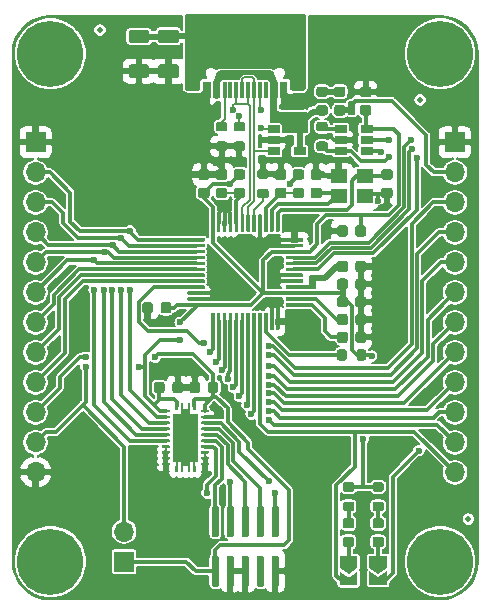
<source format=gbr>
G04 #@! TF.GenerationSoftware,KiCad,Pcbnew,(5.1.5)-3*
G04 #@! TF.CreationDate,2021-01-12T11:35:30+02:00*
G04 #@! TF.ProjectId,ft232h,66743233-3268-42e6-9b69-6361645f7063,rev?*
G04 #@! TF.SameCoordinates,Original*
G04 #@! TF.FileFunction,Copper,L1,Top*
G04 #@! TF.FilePolarity,Positive*
%FSLAX46Y46*%
G04 Gerber Fmt 4.6, Leading zero omitted, Abs format (unit mm)*
G04 Created by KiCad (PCBNEW (5.1.5)-3) date 2021-01-12 11:35:30*
%MOMM*%
%LPD*%
G04 APERTURE LIST*
G04 #@! TA.AperFunction,SMDPad,CuDef*
%ADD10C,0.100000*%
G04 #@! TD*
G04 #@! TA.AperFunction,ComponentPad*
%ADD11O,1.700000X1.700000*%
G04 #@! TD*
G04 #@! TA.AperFunction,ComponentPad*
%ADD12R,1.700000X1.700000*%
G04 #@! TD*
G04 #@! TA.AperFunction,SMDPad,CuDef*
%ADD13R,1.400000X1.200000*%
G04 #@! TD*
G04 #@! TA.AperFunction,SMDPad,CuDef*
%ADD14R,1.060000X0.650000*%
G04 #@! TD*
G04 #@! TA.AperFunction,SMDPad,CuDef*
%ADD15R,0.300000X1.450000*%
G04 #@! TD*
G04 #@! TA.AperFunction,ComponentPad*
%ADD16C,0.100000*%
G04 #@! TD*
G04 #@! TA.AperFunction,ComponentPad*
%ADD17C,5.600000*%
G04 #@! TD*
G04 #@! TA.AperFunction,BGAPad,CuDef*
%ADD18C,0.500000*%
G04 #@! TD*
G04 #@! TA.AperFunction,ViaPad*
%ADD19C,0.600000*%
G04 #@! TD*
G04 #@! TA.AperFunction,Conductor*
%ADD20C,0.500000*%
G04 #@! TD*
G04 #@! TA.AperFunction,Conductor*
%ADD21C,0.200000*%
G04 #@! TD*
G04 #@! TA.AperFunction,Conductor*
%ADD22C,0.300000*%
G04 #@! TD*
G04 #@! TA.AperFunction,Conductor*
%ADD23C,0.150000*%
G04 #@! TD*
G04 APERTURE END LIST*
G04 #@! TA.AperFunction,SMDPad,CuDef*
D10*
G04 #@! TO.P,U3,23*
G04 #@! TO.N,/VEXT*
G36*
X147344540Y-95130243D02*
G01*
X147349433Y-95130968D01*
X147354230Y-95132170D01*
X147358887Y-95133836D01*
X147363358Y-95135951D01*
X147367601Y-95138494D01*
X147371573Y-95141440D01*
X147375238Y-95144762D01*
X147378560Y-95148427D01*
X147381506Y-95152399D01*
X147384049Y-95156642D01*
X147386164Y-95161113D01*
X147387830Y-95165770D01*
X147389032Y-95170567D01*
X147389757Y-95175460D01*
X147390000Y-95180400D01*
X147390000Y-95319600D01*
X147389757Y-95324540D01*
X147389032Y-95329433D01*
X147387830Y-95334230D01*
X147386164Y-95338887D01*
X147384049Y-95343358D01*
X147381506Y-95347601D01*
X147378560Y-95351573D01*
X147375238Y-95355238D01*
X147371573Y-95358560D01*
X147367601Y-95361506D01*
X147363358Y-95364049D01*
X147358887Y-95366164D01*
X147354230Y-95367830D01*
X147349433Y-95369032D01*
X147344540Y-95369757D01*
X147339600Y-95370000D01*
X146840400Y-95370000D01*
X146835460Y-95369757D01*
X146830567Y-95369032D01*
X146825770Y-95367830D01*
X146821113Y-95366164D01*
X146816642Y-95364049D01*
X146812399Y-95361506D01*
X146808427Y-95358560D01*
X146804762Y-95355238D01*
X146801440Y-95351573D01*
X146798494Y-95347601D01*
X146795951Y-95343358D01*
X146793836Y-95338887D01*
X146792170Y-95334230D01*
X146790968Y-95329433D01*
X146790243Y-95324540D01*
X146790000Y-95319600D01*
X146790000Y-95180400D01*
X146790243Y-95175460D01*
X146790968Y-95170567D01*
X146792170Y-95165770D01*
X146793836Y-95161113D01*
X146795951Y-95156642D01*
X146798494Y-95152399D01*
X146801440Y-95148427D01*
X146804762Y-95144762D01*
X146808427Y-95141440D01*
X146812399Y-95138494D01*
X146816642Y-95135951D01*
X146821113Y-95133836D01*
X146825770Y-95132170D01*
X146830567Y-95130968D01*
X146835460Y-95130243D01*
X146840400Y-95130000D01*
X147339600Y-95130000D01*
X147344540Y-95130243D01*
G37*
G04 #@! TD.AperFunction*
G04 #@! TA.AperFunction,SMDPad,CuDef*
G04 #@! TO.P,U3,22*
G04 #@! TO.N,GND*
G36*
X147344540Y-95630243D02*
G01*
X147349433Y-95630968D01*
X147354230Y-95632170D01*
X147358887Y-95633836D01*
X147363358Y-95635951D01*
X147367601Y-95638494D01*
X147371573Y-95641440D01*
X147375238Y-95644762D01*
X147378560Y-95648427D01*
X147381506Y-95652399D01*
X147384049Y-95656642D01*
X147386164Y-95661113D01*
X147387830Y-95665770D01*
X147389032Y-95670567D01*
X147389757Y-95675460D01*
X147390000Y-95680400D01*
X147390000Y-95819600D01*
X147389757Y-95824540D01*
X147389032Y-95829433D01*
X147387830Y-95834230D01*
X147386164Y-95838887D01*
X147384049Y-95843358D01*
X147381506Y-95847601D01*
X147378560Y-95851573D01*
X147375238Y-95855238D01*
X147371573Y-95858560D01*
X147367601Y-95861506D01*
X147363358Y-95864049D01*
X147358887Y-95866164D01*
X147354230Y-95867830D01*
X147349433Y-95869032D01*
X147344540Y-95869757D01*
X147339600Y-95870000D01*
X146840400Y-95870000D01*
X146835460Y-95869757D01*
X146830567Y-95869032D01*
X146825770Y-95867830D01*
X146821113Y-95866164D01*
X146816642Y-95864049D01*
X146812399Y-95861506D01*
X146808427Y-95858560D01*
X146804762Y-95855238D01*
X146801440Y-95851573D01*
X146798494Y-95847601D01*
X146795951Y-95843358D01*
X146793836Y-95838887D01*
X146792170Y-95834230D01*
X146790968Y-95829433D01*
X146790243Y-95824540D01*
X146790000Y-95819600D01*
X146790000Y-95680400D01*
X146790243Y-95675460D01*
X146790968Y-95670567D01*
X146792170Y-95665770D01*
X146793836Y-95661113D01*
X146795951Y-95656642D01*
X146798494Y-95652399D01*
X146801440Y-95648427D01*
X146804762Y-95644762D01*
X146808427Y-95641440D01*
X146812399Y-95638494D01*
X146816642Y-95635951D01*
X146821113Y-95633836D01*
X146825770Y-95632170D01*
X146830567Y-95630968D01*
X146835460Y-95630243D01*
X146840400Y-95630000D01*
X147339600Y-95630000D01*
X147344540Y-95630243D01*
G37*
G04 #@! TD.AperFunction*
G04 #@! TA.AperFunction,SMDPad,CuDef*
G04 #@! TO.P,U3,11*
G36*
X144044540Y-99630243D02*
G01*
X144049433Y-99630968D01*
X144054230Y-99632170D01*
X144058887Y-99633836D01*
X144063358Y-99635951D01*
X144067601Y-99638494D01*
X144071573Y-99641440D01*
X144075238Y-99644762D01*
X144078560Y-99648427D01*
X144081506Y-99652399D01*
X144084049Y-99656642D01*
X144086164Y-99661113D01*
X144087830Y-99665770D01*
X144089032Y-99670567D01*
X144089757Y-99675460D01*
X144090000Y-99680400D01*
X144090000Y-99819600D01*
X144089757Y-99824540D01*
X144089032Y-99829433D01*
X144087830Y-99834230D01*
X144086164Y-99838887D01*
X144084049Y-99843358D01*
X144081506Y-99847601D01*
X144078560Y-99851573D01*
X144075238Y-99855238D01*
X144071573Y-99858560D01*
X144067601Y-99861506D01*
X144063358Y-99864049D01*
X144058887Y-99866164D01*
X144054230Y-99867830D01*
X144049433Y-99869032D01*
X144044540Y-99869757D01*
X144039600Y-99870000D01*
X143540400Y-99870000D01*
X143535460Y-99869757D01*
X143530567Y-99869032D01*
X143525770Y-99867830D01*
X143521113Y-99866164D01*
X143516642Y-99864049D01*
X143512399Y-99861506D01*
X143508427Y-99858560D01*
X143504762Y-99855238D01*
X143501440Y-99851573D01*
X143498494Y-99847601D01*
X143495951Y-99843358D01*
X143493836Y-99838887D01*
X143492170Y-99834230D01*
X143490968Y-99829433D01*
X143490243Y-99824540D01*
X143490000Y-99819600D01*
X143490000Y-99680400D01*
X143490243Y-99675460D01*
X143490968Y-99670567D01*
X143492170Y-99665770D01*
X143493836Y-99661113D01*
X143495951Y-99656642D01*
X143498494Y-99652399D01*
X143501440Y-99648427D01*
X143504762Y-99644762D01*
X143508427Y-99641440D01*
X143512399Y-99638494D01*
X143516642Y-99635951D01*
X143521113Y-99633836D01*
X143525770Y-99632170D01*
X143530567Y-99630968D01*
X143535460Y-99630243D01*
X143540400Y-99630000D01*
X144039600Y-99630000D01*
X144044540Y-99630243D01*
G37*
G04 #@! TD.AperFunction*
G04 #@! TA.AperFunction,SMDPad,CuDef*
G04 #@! TO.P,U3,10*
G36*
X144044540Y-99130243D02*
G01*
X144049433Y-99130968D01*
X144054230Y-99132170D01*
X144058887Y-99133836D01*
X144063358Y-99135951D01*
X144067601Y-99138494D01*
X144071573Y-99141440D01*
X144075238Y-99144762D01*
X144078560Y-99148427D01*
X144081506Y-99152399D01*
X144084049Y-99156642D01*
X144086164Y-99161113D01*
X144087830Y-99165770D01*
X144089032Y-99170567D01*
X144089757Y-99175460D01*
X144090000Y-99180400D01*
X144090000Y-99319600D01*
X144089757Y-99324540D01*
X144089032Y-99329433D01*
X144087830Y-99334230D01*
X144086164Y-99338887D01*
X144084049Y-99343358D01*
X144081506Y-99347601D01*
X144078560Y-99351573D01*
X144075238Y-99355238D01*
X144071573Y-99358560D01*
X144067601Y-99361506D01*
X144063358Y-99364049D01*
X144058887Y-99366164D01*
X144054230Y-99367830D01*
X144049433Y-99369032D01*
X144044540Y-99369757D01*
X144039600Y-99370000D01*
X143540400Y-99370000D01*
X143535460Y-99369757D01*
X143530567Y-99369032D01*
X143525770Y-99367830D01*
X143521113Y-99366164D01*
X143516642Y-99364049D01*
X143512399Y-99361506D01*
X143508427Y-99358560D01*
X143504762Y-99355238D01*
X143501440Y-99351573D01*
X143498494Y-99347601D01*
X143495951Y-99343358D01*
X143493836Y-99338887D01*
X143492170Y-99334230D01*
X143490968Y-99329433D01*
X143490243Y-99324540D01*
X143490000Y-99319600D01*
X143490000Y-99180400D01*
X143490243Y-99175460D01*
X143490968Y-99170567D01*
X143492170Y-99165770D01*
X143493836Y-99161113D01*
X143495951Y-99156642D01*
X143498494Y-99152399D01*
X143501440Y-99148427D01*
X143504762Y-99144762D01*
X143508427Y-99141440D01*
X143512399Y-99138494D01*
X143516642Y-99135951D01*
X143521113Y-99133836D01*
X143525770Y-99132170D01*
X143530567Y-99130968D01*
X143535460Y-99130243D01*
X143540400Y-99130000D01*
X144039600Y-99130000D01*
X144044540Y-99130243D01*
G37*
G04 #@! TD.AperFunction*
G04 #@! TA.AperFunction,SMDPad,CuDef*
G04 #@! TO.P,U3,25*
G36*
X145769901Y-99850241D02*
G01*
X145774755Y-99850961D01*
X145779514Y-99852153D01*
X145784134Y-99853806D01*
X145788570Y-99855904D01*
X145792779Y-99858427D01*
X145796720Y-99861349D01*
X145800355Y-99864645D01*
X145803651Y-99868280D01*
X145806573Y-99872221D01*
X145809096Y-99876430D01*
X145811194Y-99880866D01*
X145812847Y-99885486D01*
X145814039Y-99890245D01*
X145814759Y-99895099D01*
X145815000Y-99900000D01*
X145815000Y-100400000D01*
X145814759Y-100404901D01*
X145814039Y-100409755D01*
X145812847Y-100414514D01*
X145811194Y-100419134D01*
X145809096Y-100423570D01*
X145806573Y-100427779D01*
X145803651Y-100431720D01*
X145800355Y-100435355D01*
X145796720Y-100438651D01*
X145792779Y-100441573D01*
X145788570Y-100444096D01*
X145784134Y-100446194D01*
X145779514Y-100447847D01*
X145774755Y-100449039D01*
X145769901Y-100449759D01*
X145765000Y-100450000D01*
X145665000Y-100450000D01*
X145660099Y-100449759D01*
X145655245Y-100449039D01*
X145650486Y-100447847D01*
X145645866Y-100446194D01*
X145641430Y-100444096D01*
X145637221Y-100441573D01*
X145633280Y-100438651D01*
X145629645Y-100435355D01*
X145626349Y-100431720D01*
X145623427Y-100427779D01*
X145620904Y-100423570D01*
X145618806Y-100419134D01*
X145617153Y-100414514D01*
X145615961Y-100409755D01*
X145615241Y-100404901D01*
X145615000Y-100400000D01*
X145615000Y-99900000D01*
X145615241Y-99895099D01*
X145615961Y-99890245D01*
X145617153Y-99885486D01*
X145618806Y-99880866D01*
X145620904Y-99876430D01*
X145623427Y-99872221D01*
X145626349Y-99868280D01*
X145629645Y-99864645D01*
X145633280Y-99861349D01*
X145637221Y-99858427D01*
X145641430Y-99855904D01*
X145645866Y-99853806D01*
X145650486Y-99852153D01*
X145655245Y-99850961D01*
X145660099Y-99850241D01*
X145665000Y-99850000D01*
X145765000Y-99850000D01*
X145769901Y-99850241D01*
G37*
G04 #@! TD.AperFunction*
G04 #@! TA.AperFunction,SMDPad,CuDef*
G36*
X145219901Y-99850241D02*
G01*
X145224755Y-99850961D01*
X145229514Y-99852153D01*
X145234134Y-99853806D01*
X145238570Y-99855904D01*
X145242779Y-99858427D01*
X145246720Y-99861349D01*
X145250355Y-99864645D01*
X145253651Y-99868280D01*
X145256573Y-99872221D01*
X145259096Y-99876430D01*
X145261194Y-99880866D01*
X145262847Y-99885486D01*
X145264039Y-99890245D01*
X145264759Y-99895099D01*
X145265000Y-99900000D01*
X145265000Y-100400000D01*
X145264759Y-100404901D01*
X145264039Y-100409755D01*
X145262847Y-100414514D01*
X145261194Y-100419134D01*
X145259096Y-100423570D01*
X145256573Y-100427779D01*
X145253651Y-100431720D01*
X145250355Y-100435355D01*
X145246720Y-100438651D01*
X145242779Y-100441573D01*
X145238570Y-100444096D01*
X145234134Y-100446194D01*
X145229514Y-100447847D01*
X145224755Y-100449039D01*
X145219901Y-100449759D01*
X145215000Y-100450000D01*
X145115000Y-100450000D01*
X145110099Y-100449759D01*
X145105245Y-100449039D01*
X145100486Y-100447847D01*
X145095866Y-100446194D01*
X145091430Y-100444096D01*
X145087221Y-100441573D01*
X145083280Y-100438651D01*
X145079645Y-100435355D01*
X145076349Y-100431720D01*
X145073427Y-100427779D01*
X145070904Y-100423570D01*
X145068806Y-100419134D01*
X145067153Y-100414514D01*
X145065961Y-100409755D01*
X145065241Y-100404901D01*
X145065000Y-100400000D01*
X145065000Y-99900000D01*
X145065241Y-99895099D01*
X145065961Y-99890245D01*
X145067153Y-99885486D01*
X145068806Y-99880866D01*
X145070904Y-99876430D01*
X145073427Y-99872221D01*
X145076349Y-99868280D01*
X145079645Y-99864645D01*
X145083280Y-99861349D01*
X145087221Y-99858427D01*
X145091430Y-99855904D01*
X145095866Y-99853806D01*
X145100486Y-99852153D01*
X145105245Y-99850961D01*
X145110099Y-99850241D01*
X145115000Y-99850000D01*
X145215000Y-99850000D01*
X145219901Y-99850241D01*
G37*
G04 #@! TD.AperFunction*
G04 #@! TA.AperFunction,SMDPad,CuDef*
G36*
X145769901Y-94550241D02*
G01*
X145774755Y-94550961D01*
X145779514Y-94552153D01*
X145784134Y-94553806D01*
X145788570Y-94555904D01*
X145792779Y-94558427D01*
X145796720Y-94561349D01*
X145800355Y-94564645D01*
X145803651Y-94568280D01*
X145806573Y-94572221D01*
X145809096Y-94576430D01*
X145811194Y-94580866D01*
X145812847Y-94585486D01*
X145814039Y-94590245D01*
X145814759Y-94595099D01*
X145815000Y-94600000D01*
X145815000Y-95100000D01*
X145814759Y-95104901D01*
X145814039Y-95109755D01*
X145812847Y-95114514D01*
X145811194Y-95119134D01*
X145809096Y-95123570D01*
X145806573Y-95127779D01*
X145803651Y-95131720D01*
X145800355Y-95135355D01*
X145796720Y-95138651D01*
X145792779Y-95141573D01*
X145788570Y-95144096D01*
X145784134Y-95146194D01*
X145779514Y-95147847D01*
X145774755Y-95149039D01*
X145769901Y-95149759D01*
X145765000Y-95150000D01*
X145665000Y-95150000D01*
X145660099Y-95149759D01*
X145655245Y-95149039D01*
X145650486Y-95147847D01*
X145645866Y-95146194D01*
X145641430Y-95144096D01*
X145637221Y-95141573D01*
X145633280Y-95138651D01*
X145629645Y-95135355D01*
X145626349Y-95131720D01*
X145623427Y-95127779D01*
X145620904Y-95123570D01*
X145618806Y-95119134D01*
X145617153Y-95114514D01*
X145615961Y-95109755D01*
X145615241Y-95104901D01*
X145615000Y-95100000D01*
X145615000Y-94600000D01*
X145615241Y-94595099D01*
X145615961Y-94590245D01*
X145617153Y-94585486D01*
X145618806Y-94580866D01*
X145620904Y-94576430D01*
X145623427Y-94572221D01*
X145626349Y-94568280D01*
X145629645Y-94564645D01*
X145633280Y-94561349D01*
X145637221Y-94558427D01*
X145641430Y-94555904D01*
X145645866Y-94553806D01*
X145650486Y-94552153D01*
X145655245Y-94550961D01*
X145660099Y-94550241D01*
X145665000Y-94550000D01*
X145765000Y-94550000D01*
X145769901Y-94550241D01*
G37*
G04 #@! TD.AperFunction*
G04 #@! TA.AperFunction,SMDPad,CuDef*
G36*
X145219901Y-94550241D02*
G01*
X145224755Y-94550961D01*
X145229514Y-94552153D01*
X145234134Y-94553806D01*
X145238570Y-94555904D01*
X145242779Y-94558427D01*
X145246720Y-94561349D01*
X145250355Y-94564645D01*
X145253651Y-94568280D01*
X145256573Y-94572221D01*
X145259096Y-94576430D01*
X145261194Y-94580866D01*
X145262847Y-94585486D01*
X145264039Y-94590245D01*
X145264759Y-94595099D01*
X145265000Y-94600000D01*
X145265000Y-95100000D01*
X145264759Y-95104901D01*
X145264039Y-95109755D01*
X145262847Y-95114514D01*
X145261194Y-95119134D01*
X145259096Y-95123570D01*
X145256573Y-95127779D01*
X145253651Y-95131720D01*
X145250355Y-95135355D01*
X145246720Y-95138651D01*
X145242779Y-95141573D01*
X145238570Y-95144096D01*
X145234134Y-95146194D01*
X145229514Y-95147847D01*
X145224755Y-95149039D01*
X145219901Y-95149759D01*
X145215000Y-95150000D01*
X145115000Y-95150000D01*
X145110099Y-95149759D01*
X145105245Y-95149039D01*
X145100486Y-95147847D01*
X145095866Y-95146194D01*
X145091430Y-95144096D01*
X145087221Y-95141573D01*
X145083280Y-95138651D01*
X145079645Y-95135355D01*
X145076349Y-95131720D01*
X145073427Y-95127779D01*
X145070904Y-95123570D01*
X145068806Y-95119134D01*
X145067153Y-95114514D01*
X145065961Y-95109755D01*
X145065241Y-95104901D01*
X145065000Y-95100000D01*
X145065000Y-94600000D01*
X145065241Y-94595099D01*
X145065961Y-94590245D01*
X145067153Y-94585486D01*
X145068806Y-94580866D01*
X145070904Y-94576430D01*
X145073427Y-94572221D01*
X145076349Y-94568280D01*
X145079645Y-94564645D01*
X145083280Y-94561349D01*
X145087221Y-94558427D01*
X145091430Y-94555904D01*
X145095866Y-94553806D01*
X145100486Y-94552153D01*
X145105245Y-94550961D01*
X145110099Y-94550241D01*
X145115000Y-94550000D01*
X145215000Y-94550000D01*
X145219901Y-94550241D01*
G37*
G04 #@! TD.AperFunction*
G04 #@! TA.AperFunction,SMDPad,CuDef*
G04 #@! TO.P,U3,24*
G04 #@! TO.N,/VEXT*
G36*
X146264540Y-94550243D02*
G01*
X146269433Y-94550968D01*
X146274230Y-94552170D01*
X146278887Y-94553836D01*
X146283358Y-94555951D01*
X146287601Y-94558494D01*
X146291573Y-94561440D01*
X146295238Y-94564762D01*
X146298560Y-94568427D01*
X146301506Y-94572399D01*
X146304049Y-94576642D01*
X146306164Y-94581113D01*
X146307830Y-94585770D01*
X146309032Y-94590567D01*
X146309757Y-94595460D01*
X146310000Y-94600400D01*
X146310000Y-95099600D01*
X146309757Y-95104540D01*
X146309032Y-95109433D01*
X146307830Y-95114230D01*
X146306164Y-95118887D01*
X146304049Y-95123358D01*
X146301506Y-95127601D01*
X146298560Y-95131573D01*
X146295238Y-95135238D01*
X146291573Y-95138560D01*
X146287601Y-95141506D01*
X146283358Y-95144049D01*
X146278887Y-95146164D01*
X146274230Y-95147830D01*
X146269433Y-95149032D01*
X146264540Y-95149757D01*
X146259600Y-95150000D01*
X146120400Y-95150000D01*
X146115460Y-95149757D01*
X146110567Y-95149032D01*
X146105770Y-95147830D01*
X146101113Y-95146164D01*
X146096642Y-95144049D01*
X146092399Y-95141506D01*
X146088427Y-95138560D01*
X146084762Y-95135238D01*
X146081440Y-95131573D01*
X146078494Y-95127601D01*
X146075951Y-95123358D01*
X146073836Y-95118887D01*
X146072170Y-95114230D01*
X146070968Y-95109433D01*
X146070243Y-95104540D01*
X146070000Y-95099600D01*
X146070000Y-94600400D01*
X146070243Y-94595460D01*
X146070968Y-94590567D01*
X146072170Y-94585770D01*
X146073836Y-94581113D01*
X146075951Y-94576642D01*
X146078494Y-94572399D01*
X146081440Y-94568427D01*
X146084762Y-94564762D01*
X146088427Y-94561440D01*
X146092399Y-94558494D01*
X146096642Y-94555951D01*
X146101113Y-94553836D01*
X146105770Y-94552170D01*
X146110567Y-94550968D01*
X146115460Y-94550243D01*
X146120400Y-94550000D01*
X146259600Y-94550000D01*
X146264540Y-94550243D01*
G37*
G04 #@! TD.AperFunction*
G04 #@! TA.AperFunction,SMDPad,CuDef*
G04 #@! TO.P,U3,21*
G04 #@! TO.N,/_ADBUS0*
G36*
X147344540Y-96130243D02*
G01*
X147349433Y-96130968D01*
X147354230Y-96132170D01*
X147358887Y-96133836D01*
X147363358Y-96135951D01*
X147367601Y-96138494D01*
X147371573Y-96141440D01*
X147375238Y-96144762D01*
X147378560Y-96148427D01*
X147381506Y-96152399D01*
X147384049Y-96156642D01*
X147386164Y-96161113D01*
X147387830Y-96165770D01*
X147389032Y-96170567D01*
X147389757Y-96175460D01*
X147390000Y-96180400D01*
X147390000Y-96319600D01*
X147389757Y-96324540D01*
X147389032Y-96329433D01*
X147387830Y-96334230D01*
X147386164Y-96338887D01*
X147384049Y-96343358D01*
X147381506Y-96347601D01*
X147378560Y-96351573D01*
X147375238Y-96355238D01*
X147371573Y-96358560D01*
X147367601Y-96361506D01*
X147363358Y-96364049D01*
X147358887Y-96366164D01*
X147354230Y-96367830D01*
X147349433Y-96369032D01*
X147344540Y-96369757D01*
X147339600Y-96370000D01*
X146840400Y-96370000D01*
X146835460Y-96369757D01*
X146830567Y-96369032D01*
X146825770Y-96367830D01*
X146821113Y-96366164D01*
X146816642Y-96364049D01*
X146812399Y-96361506D01*
X146808427Y-96358560D01*
X146804762Y-96355238D01*
X146801440Y-96351573D01*
X146798494Y-96347601D01*
X146795951Y-96343358D01*
X146793836Y-96338887D01*
X146792170Y-96334230D01*
X146790968Y-96329433D01*
X146790243Y-96324540D01*
X146790000Y-96319600D01*
X146790000Y-96180400D01*
X146790243Y-96175460D01*
X146790968Y-96170567D01*
X146792170Y-96165770D01*
X146793836Y-96161113D01*
X146795951Y-96156642D01*
X146798494Y-96152399D01*
X146801440Y-96148427D01*
X146804762Y-96144762D01*
X146808427Y-96141440D01*
X146812399Y-96138494D01*
X146816642Y-96135951D01*
X146821113Y-96133836D01*
X146825770Y-96132170D01*
X146830567Y-96130968D01*
X146835460Y-96130243D01*
X146840400Y-96130000D01*
X147339600Y-96130000D01*
X147344540Y-96130243D01*
G37*
G04 #@! TD.AperFunction*
G04 #@! TA.AperFunction,SMDPad,CuDef*
G04 #@! TO.P,U3,20*
G04 #@! TO.N,/_ADBUS1*
G36*
X147344540Y-96630243D02*
G01*
X147349433Y-96630968D01*
X147354230Y-96632170D01*
X147358887Y-96633836D01*
X147363358Y-96635951D01*
X147367601Y-96638494D01*
X147371573Y-96641440D01*
X147375238Y-96644762D01*
X147378560Y-96648427D01*
X147381506Y-96652399D01*
X147384049Y-96656642D01*
X147386164Y-96661113D01*
X147387830Y-96665770D01*
X147389032Y-96670567D01*
X147389757Y-96675460D01*
X147390000Y-96680400D01*
X147390000Y-96819600D01*
X147389757Y-96824540D01*
X147389032Y-96829433D01*
X147387830Y-96834230D01*
X147386164Y-96838887D01*
X147384049Y-96843358D01*
X147381506Y-96847601D01*
X147378560Y-96851573D01*
X147375238Y-96855238D01*
X147371573Y-96858560D01*
X147367601Y-96861506D01*
X147363358Y-96864049D01*
X147358887Y-96866164D01*
X147354230Y-96867830D01*
X147349433Y-96869032D01*
X147344540Y-96869757D01*
X147339600Y-96870000D01*
X146840400Y-96870000D01*
X146835460Y-96869757D01*
X146830567Y-96869032D01*
X146825770Y-96867830D01*
X146821113Y-96866164D01*
X146816642Y-96864049D01*
X146812399Y-96861506D01*
X146808427Y-96858560D01*
X146804762Y-96855238D01*
X146801440Y-96851573D01*
X146798494Y-96847601D01*
X146795951Y-96843358D01*
X146793836Y-96838887D01*
X146792170Y-96834230D01*
X146790968Y-96829433D01*
X146790243Y-96824540D01*
X146790000Y-96819600D01*
X146790000Y-96680400D01*
X146790243Y-96675460D01*
X146790968Y-96670567D01*
X146792170Y-96665770D01*
X146793836Y-96661113D01*
X146795951Y-96656642D01*
X146798494Y-96652399D01*
X146801440Y-96648427D01*
X146804762Y-96644762D01*
X146808427Y-96641440D01*
X146812399Y-96638494D01*
X146816642Y-96635951D01*
X146821113Y-96633836D01*
X146825770Y-96632170D01*
X146830567Y-96630968D01*
X146835460Y-96630243D01*
X146840400Y-96630000D01*
X147339600Y-96630000D01*
X147344540Y-96630243D01*
G37*
G04 #@! TD.AperFunction*
G04 #@! TA.AperFunction,SMDPad,CuDef*
G04 #@! TO.P,U3,19*
G04 #@! TO.N,/_ADBUS2*
G36*
X147344540Y-97130243D02*
G01*
X147349433Y-97130968D01*
X147354230Y-97132170D01*
X147358887Y-97133836D01*
X147363358Y-97135951D01*
X147367601Y-97138494D01*
X147371573Y-97141440D01*
X147375238Y-97144762D01*
X147378560Y-97148427D01*
X147381506Y-97152399D01*
X147384049Y-97156642D01*
X147386164Y-97161113D01*
X147387830Y-97165770D01*
X147389032Y-97170567D01*
X147389757Y-97175460D01*
X147390000Y-97180400D01*
X147390000Y-97319600D01*
X147389757Y-97324540D01*
X147389032Y-97329433D01*
X147387830Y-97334230D01*
X147386164Y-97338887D01*
X147384049Y-97343358D01*
X147381506Y-97347601D01*
X147378560Y-97351573D01*
X147375238Y-97355238D01*
X147371573Y-97358560D01*
X147367601Y-97361506D01*
X147363358Y-97364049D01*
X147358887Y-97366164D01*
X147354230Y-97367830D01*
X147349433Y-97369032D01*
X147344540Y-97369757D01*
X147339600Y-97370000D01*
X146840400Y-97370000D01*
X146835460Y-97369757D01*
X146830567Y-97369032D01*
X146825770Y-97367830D01*
X146821113Y-97366164D01*
X146816642Y-97364049D01*
X146812399Y-97361506D01*
X146808427Y-97358560D01*
X146804762Y-97355238D01*
X146801440Y-97351573D01*
X146798494Y-97347601D01*
X146795951Y-97343358D01*
X146793836Y-97338887D01*
X146792170Y-97334230D01*
X146790968Y-97329433D01*
X146790243Y-97324540D01*
X146790000Y-97319600D01*
X146790000Y-97180400D01*
X146790243Y-97175460D01*
X146790968Y-97170567D01*
X146792170Y-97165770D01*
X146793836Y-97161113D01*
X146795951Y-97156642D01*
X146798494Y-97152399D01*
X146801440Y-97148427D01*
X146804762Y-97144762D01*
X146808427Y-97141440D01*
X146812399Y-97138494D01*
X146816642Y-97135951D01*
X146821113Y-97133836D01*
X146825770Y-97132170D01*
X146830567Y-97130968D01*
X146835460Y-97130243D01*
X146840400Y-97130000D01*
X147339600Y-97130000D01*
X147344540Y-97130243D01*
G37*
G04 #@! TD.AperFunction*
G04 #@! TA.AperFunction,SMDPad,CuDef*
G04 #@! TO.P,U3,18*
G04 #@! TO.N,/_ADBUS3*
G36*
X147344540Y-97630243D02*
G01*
X147349433Y-97630968D01*
X147354230Y-97632170D01*
X147358887Y-97633836D01*
X147363358Y-97635951D01*
X147367601Y-97638494D01*
X147371573Y-97641440D01*
X147375238Y-97644762D01*
X147378560Y-97648427D01*
X147381506Y-97652399D01*
X147384049Y-97656642D01*
X147386164Y-97661113D01*
X147387830Y-97665770D01*
X147389032Y-97670567D01*
X147389757Y-97675460D01*
X147390000Y-97680400D01*
X147390000Y-97819600D01*
X147389757Y-97824540D01*
X147389032Y-97829433D01*
X147387830Y-97834230D01*
X147386164Y-97838887D01*
X147384049Y-97843358D01*
X147381506Y-97847601D01*
X147378560Y-97851573D01*
X147375238Y-97855238D01*
X147371573Y-97858560D01*
X147367601Y-97861506D01*
X147363358Y-97864049D01*
X147358887Y-97866164D01*
X147354230Y-97867830D01*
X147349433Y-97869032D01*
X147344540Y-97869757D01*
X147339600Y-97870000D01*
X146840400Y-97870000D01*
X146835460Y-97869757D01*
X146830567Y-97869032D01*
X146825770Y-97867830D01*
X146821113Y-97866164D01*
X146816642Y-97864049D01*
X146812399Y-97861506D01*
X146808427Y-97858560D01*
X146804762Y-97855238D01*
X146801440Y-97851573D01*
X146798494Y-97847601D01*
X146795951Y-97843358D01*
X146793836Y-97838887D01*
X146792170Y-97834230D01*
X146790968Y-97829433D01*
X146790243Y-97824540D01*
X146790000Y-97819600D01*
X146790000Y-97680400D01*
X146790243Y-97675460D01*
X146790968Y-97670567D01*
X146792170Y-97665770D01*
X146793836Y-97661113D01*
X146795951Y-97656642D01*
X146798494Y-97652399D01*
X146801440Y-97648427D01*
X146804762Y-97644762D01*
X146808427Y-97641440D01*
X146812399Y-97638494D01*
X146816642Y-97635951D01*
X146821113Y-97633836D01*
X146825770Y-97632170D01*
X146830567Y-97630968D01*
X146835460Y-97630243D01*
X146840400Y-97630000D01*
X147339600Y-97630000D01*
X147344540Y-97630243D01*
G37*
G04 #@! TD.AperFunction*
G04 #@! TA.AperFunction,SMDPad,CuDef*
G04 #@! TO.P,U3,17*
G04 #@! TO.N,/_ADBUS4*
G36*
X147344540Y-98130243D02*
G01*
X147349433Y-98130968D01*
X147354230Y-98132170D01*
X147358887Y-98133836D01*
X147363358Y-98135951D01*
X147367601Y-98138494D01*
X147371573Y-98141440D01*
X147375238Y-98144762D01*
X147378560Y-98148427D01*
X147381506Y-98152399D01*
X147384049Y-98156642D01*
X147386164Y-98161113D01*
X147387830Y-98165770D01*
X147389032Y-98170567D01*
X147389757Y-98175460D01*
X147390000Y-98180400D01*
X147390000Y-98319600D01*
X147389757Y-98324540D01*
X147389032Y-98329433D01*
X147387830Y-98334230D01*
X147386164Y-98338887D01*
X147384049Y-98343358D01*
X147381506Y-98347601D01*
X147378560Y-98351573D01*
X147375238Y-98355238D01*
X147371573Y-98358560D01*
X147367601Y-98361506D01*
X147363358Y-98364049D01*
X147358887Y-98366164D01*
X147354230Y-98367830D01*
X147349433Y-98369032D01*
X147344540Y-98369757D01*
X147339600Y-98370000D01*
X146840400Y-98370000D01*
X146835460Y-98369757D01*
X146830567Y-98369032D01*
X146825770Y-98367830D01*
X146821113Y-98366164D01*
X146816642Y-98364049D01*
X146812399Y-98361506D01*
X146808427Y-98358560D01*
X146804762Y-98355238D01*
X146801440Y-98351573D01*
X146798494Y-98347601D01*
X146795951Y-98343358D01*
X146793836Y-98338887D01*
X146792170Y-98334230D01*
X146790968Y-98329433D01*
X146790243Y-98324540D01*
X146790000Y-98319600D01*
X146790000Y-98180400D01*
X146790243Y-98175460D01*
X146790968Y-98170567D01*
X146792170Y-98165770D01*
X146793836Y-98161113D01*
X146795951Y-98156642D01*
X146798494Y-98152399D01*
X146801440Y-98148427D01*
X146804762Y-98144762D01*
X146808427Y-98141440D01*
X146812399Y-98138494D01*
X146816642Y-98135951D01*
X146821113Y-98133836D01*
X146825770Y-98132170D01*
X146830567Y-98130968D01*
X146835460Y-98130243D01*
X146840400Y-98130000D01*
X147339600Y-98130000D01*
X147344540Y-98130243D01*
G37*
G04 #@! TD.AperFunction*
G04 #@! TA.AperFunction,SMDPad,CuDef*
G04 #@! TO.P,U3,16*
G04 #@! TO.N,GND*
G36*
X147344540Y-98630243D02*
G01*
X147349433Y-98630968D01*
X147354230Y-98632170D01*
X147358887Y-98633836D01*
X147363358Y-98635951D01*
X147367601Y-98638494D01*
X147371573Y-98641440D01*
X147375238Y-98644762D01*
X147378560Y-98648427D01*
X147381506Y-98652399D01*
X147384049Y-98656642D01*
X147386164Y-98661113D01*
X147387830Y-98665770D01*
X147389032Y-98670567D01*
X147389757Y-98675460D01*
X147390000Y-98680400D01*
X147390000Y-98819600D01*
X147389757Y-98824540D01*
X147389032Y-98829433D01*
X147387830Y-98834230D01*
X147386164Y-98838887D01*
X147384049Y-98843358D01*
X147381506Y-98847601D01*
X147378560Y-98851573D01*
X147375238Y-98855238D01*
X147371573Y-98858560D01*
X147367601Y-98861506D01*
X147363358Y-98864049D01*
X147358887Y-98866164D01*
X147354230Y-98867830D01*
X147349433Y-98869032D01*
X147344540Y-98869757D01*
X147339600Y-98870000D01*
X146840400Y-98870000D01*
X146835460Y-98869757D01*
X146830567Y-98869032D01*
X146825770Y-98867830D01*
X146821113Y-98866164D01*
X146816642Y-98864049D01*
X146812399Y-98861506D01*
X146808427Y-98858560D01*
X146804762Y-98855238D01*
X146801440Y-98851573D01*
X146798494Y-98847601D01*
X146795951Y-98843358D01*
X146793836Y-98838887D01*
X146792170Y-98834230D01*
X146790968Y-98829433D01*
X146790243Y-98824540D01*
X146790000Y-98819600D01*
X146790000Y-98680400D01*
X146790243Y-98675460D01*
X146790968Y-98670567D01*
X146792170Y-98665770D01*
X146793836Y-98661113D01*
X146795951Y-98656642D01*
X146798494Y-98652399D01*
X146801440Y-98648427D01*
X146804762Y-98644762D01*
X146808427Y-98641440D01*
X146812399Y-98638494D01*
X146816642Y-98635951D01*
X146821113Y-98633836D01*
X146825770Y-98632170D01*
X146830567Y-98630968D01*
X146835460Y-98630243D01*
X146840400Y-98630000D01*
X147339600Y-98630000D01*
X147344540Y-98630243D01*
G37*
G04 #@! TD.AperFunction*
G04 #@! TA.AperFunction,SMDPad,CuDef*
G04 #@! TO.P,U3,15*
G36*
X147344540Y-99130243D02*
G01*
X147349433Y-99130968D01*
X147354230Y-99132170D01*
X147358887Y-99133836D01*
X147363358Y-99135951D01*
X147367601Y-99138494D01*
X147371573Y-99141440D01*
X147375238Y-99144762D01*
X147378560Y-99148427D01*
X147381506Y-99152399D01*
X147384049Y-99156642D01*
X147386164Y-99161113D01*
X147387830Y-99165770D01*
X147389032Y-99170567D01*
X147389757Y-99175460D01*
X147390000Y-99180400D01*
X147390000Y-99319600D01*
X147389757Y-99324540D01*
X147389032Y-99329433D01*
X147387830Y-99334230D01*
X147386164Y-99338887D01*
X147384049Y-99343358D01*
X147381506Y-99347601D01*
X147378560Y-99351573D01*
X147375238Y-99355238D01*
X147371573Y-99358560D01*
X147367601Y-99361506D01*
X147363358Y-99364049D01*
X147358887Y-99366164D01*
X147354230Y-99367830D01*
X147349433Y-99369032D01*
X147344540Y-99369757D01*
X147339600Y-99370000D01*
X146840400Y-99370000D01*
X146835460Y-99369757D01*
X146830567Y-99369032D01*
X146825770Y-99367830D01*
X146821113Y-99366164D01*
X146816642Y-99364049D01*
X146812399Y-99361506D01*
X146808427Y-99358560D01*
X146804762Y-99355238D01*
X146801440Y-99351573D01*
X146798494Y-99347601D01*
X146795951Y-99343358D01*
X146793836Y-99338887D01*
X146792170Y-99334230D01*
X146790968Y-99329433D01*
X146790243Y-99324540D01*
X146790000Y-99319600D01*
X146790000Y-99180400D01*
X146790243Y-99175460D01*
X146790968Y-99170567D01*
X146792170Y-99165770D01*
X146793836Y-99161113D01*
X146795951Y-99156642D01*
X146798494Y-99152399D01*
X146801440Y-99148427D01*
X146804762Y-99144762D01*
X146808427Y-99141440D01*
X146812399Y-99138494D01*
X146816642Y-99135951D01*
X146821113Y-99133836D01*
X146825770Y-99132170D01*
X146830567Y-99130968D01*
X146835460Y-99130243D01*
X146840400Y-99130000D01*
X147339600Y-99130000D01*
X147344540Y-99130243D01*
G37*
G04 #@! TD.AperFunction*
G04 #@! TA.AperFunction,SMDPad,CuDef*
G04 #@! TO.P,U3,14*
G36*
X147344540Y-99630243D02*
G01*
X147349433Y-99630968D01*
X147354230Y-99632170D01*
X147358887Y-99633836D01*
X147363358Y-99635951D01*
X147367601Y-99638494D01*
X147371573Y-99641440D01*
X147375238Y-99644762D01*
X147378560Y-99648427D01*
X147381506Y-99652399D01*
X147384049Y-99656642D01*
X147386164Y-99661113D01*
X147387830Y-99665770D01*
X147389032Y-99670567D01*
X147389757Y-99675460D01*
X147390000Y-99680400D01*
X147390000Y-99819600D01*
X147389757Y-99824540D01*
X147389032Y-99829433D01*
X147387830Y-99834230D01*
X147386164Y-99838887D01*
X147384049Y-99843358D01*
X147381506Y-99847601D01*
X147378560Y-99851573D01*
X147375238Y-99855238D01*
X147371573Y-99858560D01*
X147367601Y-99861506D01*
X147363358Y-99864049D01*
X147358887Y-99866164D01*
X147354230Y-99867830D01*
X147349433Y-99869032D01*
X147344540Y-99869757D01*
X147339600Y-99870000D01*
X146840400Y-99870000D01*
X146835460Y-99869757D01*
X146830567Y-99869032D01*
X146825770Y-99867830D01*
X146821113Y-99866164D01*
X146816642Y-99864049D01*
X146812399Y-99861506D01*
X146808427Y-99858560D01*
X146804762Y-99855238D01*
X146801440Y-99851573D01*
X146798494Y-99847601D01*
X146795951Y-99843358D01*
X146793836Y-99838887D01*
X146792170Y-99834230D01*
X146790968Y-99829433D01*
X146790243Y-99824540D01*
X146790000Y-99819600D01*
X146790000Y-99680400D01*
X146790243Y-99675460D01*
X146790968Y-99670567D01*
X146792170Y-99665770D01*
X146793836Y-99661113D01*
X146795951Y-99656642D01*
X146798494Y-99652399D01*
X146801440Y-99648427D01*
X146804762Y-99644762D01*
X146808427Y-99641440D01*
X146812399Y-99638494D01*
X146816642Y-99635951D01*
X146821113Y-99633836D01*
X146825770Y-99632170D01*
X146830567Y-99630968D01*
X146835460Y-99630243D01*
X146840400Y-99630000D01*
X147339600Y-99630000D01*
X147344540Y-99630243D01*
G37*
G04 #@! TD.AperFunction*
G04 #@! TA.AperFunction,SMDPad,CuDef*
G04 #@! TO.P,U3,13*
G36*
X146264540Y-99850243D02*
G01*
X146269433Y-99850968D01*
X146274230Y-99852170D01*
X146278887Y-99853836D01*
X146283358Y-99855951D01*
X146287601Y-99858494D01*
X146291573Y-99861440D01*
X146295238Y-99864762D01*
X146298560Y-99868427D01*
X146301506Y-99872399D01*
X146304049Y-99876642D01*
X146306164Y-99881113D01*
X146307830Y-99885770D01*
X146309032Y-99890567D01*
X146309757Y-99895460D01*
X146310000Y-99900400D01*
X146310000Y-100399600D01*
X146309757Y-100404540D01*
X146309032Y-100409433D01*
X146307830Y-100414230D01*
X146306164Y-100418887D01*
X146304049Y-100423358D01*
X146301506Y-100427601D01*
X146298560Y-100431573D01*
X146295238Y-100435238D01*
X146291573Y-100438560D01*
X146287601Y-100441506D01*
X146283358Y-100444049D01*
X146278887Y-100446164D01*
X146274230Y-100447830D01*
X146269433Y-100449032D01*
X146264540Y-100449757D01*
X146259600Y-100450000D01*
X146120400Y-100450000D01*
X146115460Y-100449757D01*
X146110567Y-100449032D01*
X146105770Y-100447830D01*
X146101113Y-100446164D01*
X146096642Y-100444049D01*
X146092399Y-100441506D01*
X146088427Y-100438560D01*
X146084762Y-100435238D01*
X146081440Y-100431573D01*
X146078494Y-100427601D01*
X146075951Y-100423358D01*
X146073836Y-100418887D01*
X146072170Y-100414230D01*
X146070968Y-100409433D01*
X146070243Y-100404540D01*
X146070000Y-100399600D01*
X146070000Y-99900400D01*
X146070243Y-99895460D01*
X146070968Y-99890567D01*
X146072170Y-99885770D01*
X146073836Y-99881113D01*
X146075951Y-99876642D01*
X146078494Y-99872399D01*
X146081440Y-99868427D01*
X146084762Y-99864762D01*
X146088427Y-99861440D01*
X146092399Y-99858494D01*
X146096642Y-99855951D01*
X146101113Y-99853836D01*
X146105770Y-99852170D01*
X146110567Y-99850968D01*
X146115460Y-99850243D01*
X146120400Y-99850000D01*
X146259600Y-99850000D01*
X146264540Y-99850243D01*
G37*
G04 #@! TD.AperFunction*
G04 #@! TA.AperFunction,SMDPad,CuDef*
G04 #@! TO.P,U3,12*
G36*
X144764540Y-99850243D02*
G01*
X144769433Y-99850968D01*
X144774230Y-99852170D01*
X144778887Y-99853836D01*
X144783358Y-99855951D01*
X144787601Y-99858494D01*
X144791573Y-99861440D01*
X144795238Y-99864762D01*
X144798560Y-99868427D01*
X144801506Y-99872399D01*
X144804049Y-99876642D01*
X144806164Y-99881113D01*
X144807830Y-99885770D01*
X144809032Y-99890567D01*
X144809757Y-99895460D01*
X144810000Y-99900400D01*
X144810000Y-100399600D01*
X144809757Y-100404540D01*
X144809032Y-100409433D01*
X144807830Y-100414230D01*
X144806164Y-100418887D01*
X144804049Y-100423358D01*
X144801506Y-100427601D01*
X144798560Y-100431573D01*
X144795238Y-100435238D01*
X144791573Y-100438560D01*
X144787601Y-100441506D01*
X144783358Y-100444049D01*
X144778887Y-100446164D01*
X144774230Y-100447830D01*
X144769433Y-100449032D01*
X144764540Y-100449757D01*
X144759600Y-100450000D01*
X144620400Y-100450000D01*
X144615460Y-100449757D01*
X144610567Y-100449032D01*
X144605770Y-100447830D01*
X144601113Y-100446164D01*
X144596642Y-100444049D01*
X144592399Y-100441506D01*
X144588427Y-100438560D01*
X144584762Y-100435238D01*
X144581440Y-100431573D01*
X144578494Y-100427601D01*
X144575951Y-100423358D01*
X144573836Y-100418887D01*
X144572170Y-100414230D01*
X144570968Y-100409433D01*
X144570243Y-100404540D01*
X144570000Y-100399600D01*
X144570000Y-99900400D01*
X144570243Y-99895460D01*
X144570968Y-99890567D01*
X144572170Y-99885770D01*
X144573836Y-99881113D01*
X144575951Y-99876642D01*
X144578494Y-99872399D01*
X144581440Y-99868427D01*
X144584762Y-99864762D01*
X144588427Y-99861440D01*
X144592399Y-99858494D01*
X144596642Y-99855951D01*
X144601113Y-99853836D01*
X144605770Y-99852170D01*
X144610567Y-99850968D01*
X144615460Y-99850243D01*
X144620400Y-99850000D01*
X144759600Y-99850000D01*
X144764540Y-99850243D01*
G37*
G04 #@! TD.AperFunction*
G04 #@! TA.AperFunction,SMDPad,CuDef*
G04 #@! TO.P,U3,9*
G36*
X144044540Y-98630243D02*
G01*
X144049433Y-98630968D01*
X144054230Y-98632170D01*
X144058887Y-98633836D01*
X144063358Y-98635951D01*
X144067601Y-98638494D01*
X144071573Y-98641440D01*
X144075238Y-98644762D01*
X144078560Y-98648427D01*
X144081506Y-98652399D01*
X144084049Y-98656642D01*
X144086164Y-98661113D01*
X144087830Y-98665770D01*
X144089032Y-98670567D01*
X144089757Y-98675460D01*
X144090000Y-98680400D01*
X144090000Y-98819600D01*
X144089757Y-98824540D01*
X144089032Y-98829433D01*
X144087830Y-98834230D01*
X144086164Y-98838887D01*
X144084049Y-98843358D01*
X144081506Y-98847601D01*
X144078560Y-98851573D01*
X144075238Y-98855238D01*
X144071573Y-98858560D01*
X144067601Y-98861506D01*
X144063358Y-98864049D01*
X144058887Y-98866164D01*
X144054230Y-98867830D01*
X144049433Y-98869032D01*
X144044540Y-98869757D01*
X144039600Y-98870000D01*
X143540400Y-98870000D01*
X143535460Y-98869757D01*
X143530567Y-98869032D01*
X143525770Y-98867830D01*
X143521113Y-98866164D01*
X143516642Y-98864049D01*
X143512399Y-98861506D01*
X143508427Y-98858560D01*
X143504762Y-98855238D01*
X143501440Y-98851573D01*
X143498494Y-98847601D01*
X143495951Y-98843358D01*
X143493836Y-98838887D01*
X143492170Y-98834230D01*
X143490968Y-98829433D01*
X143490243Y-98824540D01*
X143490000Y-98819600D01*
X143490000Y-98680400D01*
X143490243Y-98675460D01*
X143490968Y-98670567D01*
X143492170Y-98665770D01*
X143493836Y-98661113D01*
X143495951Y-98656642D01*
X143498494Y-98652399D01*
X143501440Y-98648427D01*
X143504762Y-98644762D01*
X143508427Y-98641440D01*
X143512399Y-98638494D01*
X143516642Y-98635951D01*
X143521113Y-98633836D01*
X143525770Y-98632170D01*
X143530567Y-98630968D01*
X143535460Y-98630243D01*
X143540400Y-98630000D01*
X144039600Y-98630000D01*
X144044540Y-98630243D01*
G37*
G04 #@! TD.AperFunction*
G04 #@! TA.AperFunction,SMDPad,CuDef*
G04 #@! TO.P,U3,8*
G36*
X144044540Y-98130243D02*
G01*
X144049433Y-98130968D01*
X144054230Y-98132170D01*
X144058887Y-98133836D01*
X144063358Y-98135951D01*
X144067601Y-98138494D01*
X144071573Y-98141440D01*
X144075238Y-98144762D01*
X144078560Y-98148427D01*
X144081506Y-98152399D01*
X144084049Y-98156642D01*
X144086164Y-98161113D01*
X144087830Y-98165770D01*
X144089032Y-98170567D01*
X144089757Y-98175460D01*
X144090000Y-98180400D01*
X144090000Y-98319600D01*
X144089757Y-98324540D01*
X144089032Y-98329433D01*
X144087830Y-98334230D01*
X144086164Y-98338887D01*
X144084049Y-98343358D01*
X144081506Y-98347601D01*
X144078560Y-98351573D01*
X144075238Y-98355238D01*
X144071573Y-98358560D01*
X144067601Y-98361506D01*
X144063358Y-98364049D01*
X144058887Y-98366164D01*
X144054230Y-98367830D01*
X144049433Y-98369032D01*
X144044540Y-98369757D01*
X144039600Y-98370000D01*
X143540400Y-98370000D01*
X143535460Y-98369757D01*
X143530567Y-98369032D01*
X143525770Y-98367830D01*
X143521113Y-98366164D01*
X143516642Y-98364049D01*
X143512399Y-98361506D01*
X143508427Y-98358560D01*
X143504762Y-98355238D01*
X143501440Y-98351573D01*
X143498494Y-98347601D01*
X143495951Y-98343358D01*
X143493836Y-98338887D01*
X143492170Y-98334230D01*
X143490968Y-98329433D01*
X143490243Y-98324540D01*
X143490000Y-98319600D01*
X143490000Y-98180400D01*
X143490243Y-98175460D01*
X143490968Y-98170567D01*
X143492170Y-98165770D01*
X143493836Y-98161113D01*
X143495951Y-98156642D01*
X143498494Y-98152399D01*
X143501440Y-98148427D01*
X143504762Y-98144762D01*
X143508427Y-98141440D01*
X143512399Y-98138494D01*
X143516642Y-98135951D01*
X143521113Y-98133836D01*
X143525770Y-98132170D01*
X143530567Y-98130968D01*
X143535460Y-98130243D01*
X143540400Y-98130000D01*
X144039600Y-98130000D01*
X144044540Y-98130243D01*
G37*
G04 #@! TD.AperFunction*
G04 #@! TA.AperFunction,SMDPad,CuDef*
G04 #@! TO.P,U3,7*
G04 #@! TO.N,/ADBUS4*
G36*
X144044540Y-97630243D02*
G01*
X144049433Y-97630968D01*
X144054230Y-97632170D01*
X144058887Y-97633836D01*
X144063358Y-97635951D01*
X144067601Y-97638494D01*
X144071573Y-97641440D01*
X144075238Y-97644762D01*
X144078560Y-97648427D01*
X144081506Y-97652399D01*
X144084049Y-97656642D01*
X144086164Y-97661113D01*
X144087830Y-97665770D01*
X144089032Y-97670567D01*
X144089757Y-97675460D01*
X144090000Y-97680400D01*
X144090000Y-97819600D01*
X144089757Y-97824540D01*
X144089032Y-97829433D01*
X144087830Y-97834230D01*
X144086164Y-97838887D01*
X144084049Y-97843358D01*
X144081506Y-97847601D01*
X144078560Y-97851573D01*
X144075238Y-97855238D01*
X144071573Y-97858560D01*
X144067601Y-97861506D01*
X144063358Y-97864049D01*
X144058887Y-97866164D01*
X144054230Y-97867830D01*
X144049433Y-97869032D01*
X144044540Y-97869757D01*
X144039600Y-97870000D01*
X143540400Y-97870000D01*
X143535460Y-97869757D01*
X143530567Y-97869032D01*
X143525770Y-97867830D01*
X143521113Y-97866164D01*
X143516642Y-97864049D01*
X143512399Y-97861506D01*
X143508427Y-97858560D01*
X143504762Y-97855238D01*
X143501440Y-97851573D01*
X143498494Y-97847601D01*
X143495951Y-97843358D01*
X143493836Y-97838887D01*
X143492170Y-97834230D01*
X143490968Y-97829433D01*
X143490243Y-97824540D01*
X143490000Y-97819600D01*
X143490000Y-97680400D01*
X143490243Y-97675460D01*
X143490968Y-97670567D01*
X143492170Y-97665770D01*
X143493836Y-97661113D01*
X143495951Y-97656642D01*
X143498494Y-97652399D01*
X143501440Y-97648427D01*
X143504762Y-97644762D01*
X143508427Y-97641440D01*
X143512399Y-97638494D01*
X143516642Y-97635951D01*
X143521113Y-97633836D01*
X143525770Y-97632170D01*
X143530567Y-97630968D01*
X143535460Y-97630243D01*
X143540400Y-97630000D01*
X144039600Y-97630000D01*
X144044540Y-97630243D01*
G37*
G04 #@! TD.AperFunction*
G04 #@! TA.AperFunction,SMDPad,CuDef*
G04 #@! TO.P,U3,6*
G04 #@! TO.N,/ADBUS3*
G36*
X144044540Y-97130243D02*
G01*
X144049433Y-97130968D01*
X144054230Y-97132170D01*
X144058887Y-97133836D01*
X144063358Y-97135951D01*
X144067601Y-97138494D01*
X144071573Y-97141440D01*
X144075238Y-97144762D01*
X144078560Y-97148427D01*
X144081506Y-97152399D01*
X144084049Y-97156642D01*
X144086164Y-97161113D01*
X144087830Y-97165770D01*
X144089032Y-97170567D01*
X144089757Y-97175460D01*
X144090000Y-97180400D01*
X144090000Y-97319600D01*
X144089757Y-97324540D01*
X144089032Y-97329433D01*
X144087830Y-97334230D01*
X144086164Y-97338887D01*
X144084049Y-97343358D01*
X144081506Y-97347601D01*
X144078560Y-97351573D01*
X144075238Y-97355238D01*
X144071573Y-97358560D01*
X144067601Y-97361506D01*
X144063358Y-97364049D01*
X144058887Y-97366164D01*
X144054230Y-97367830D01*
X144049433Y-97369032D01*
X144044540Y-97369757D01*
X144039600Y-97370000D01*
X143540400Y-97370000D01*
X143535460Y-97369757D01*
X143530567Y-97369032D01*
X143525770Y-97367830D01*
X143521113Y-97366164D01*
X143516642Y-97364049D01*
X143512399Y-97361506D01*
X143508427Y-97358560D01*
X143504762Y-97355238D01*
X143501440Y-97351573D01*
X143498494Y-97347601D01*
X143495951Y-97343358D01*
X143493836Y-97338887D01*
X143492170Y-97334230D01*
X143490968Y-97329433D01*
X143490243Y-97324540D01*
X143490000Y-97319600D01*
X143490000Y-97180400D01*
X143490243Y-97175460D01*
X143490968Y-97170567D01*
X143492170Y-97165770D01*
X143493836Y-97161113D01*
X143495951Y-97156642D01*
X143498494Y-97152399D01*
X143501440Y-97148427D01*
X143504762Y-97144762D01*
X143508427Y-97141440D01*
X143512399Y-97138494D01*
X143516642Y-97135951D01*
X143521113Y-97133836D01*
X143525770Y-97132170D01*
X143530567Y-97130968D01*
X143535460Y-97130243D01*
X143540400Y-97130000D01*
X144039600Y-97130000D01*
X144044540Y-97130243D01*
G37*
G04 #@! TD.AperFunction*
G04 #@! TA.AperFunction,SMDPad,CuDef*
G04 #@! TO.P,U3,5*
G04 #@! TO.N,/ADBUS2*
G36*
X144044540Y-96630243D02*
G01*
X144049433Y-96630968D01*
X144054230Y-96632170D01*
X144058887Y-96633836D01*
X144063358Y-96635951D01*
X144067601Y-96638494D01*
X144071573Y-96641440D01*
X144075238Y-96644762D01*
X144078560Y-96648427D01*
X144081506Y-96652399D01*
X144084049Y-96656642D01*
X144086164Y-96661113D01*
X144087830Y-96665770D01*
X144089032Y-96670567D01*
X144089757Y-96675460D01*
X144090000Y-96680400D01*
X144090000Y-96819600D01*
X144089757Y-96824540D01*
X144089032Y-96829433D01*
X144087830Y-96834230D01*
X144086164Y-96838887D01*
X144084049Y-96843358D01*
X144081506Y-96847601D01*
X144078560Y-96851573D01*
X144075238Y-96855238D01*
X144071573Y-96858560D01*
X144067601Y-96861506D01*
X144063358Y-96864049D01*
X144058887Y-96866164D01*
X144054230Y-96867830D01*
X144049433Y-96869032D01*
X144044540Y-96869757D01*
X144039600Y-96870000D01*
X143540400Y-96870000D01*
X143535460Y-96869757D01*
X143530567Y-96869032D01*
X143525770Y-96867830D01*
X143521113Y-96866164D01*
X143516642Y-96864049D01*
X143512399Y-96861506D01*
X143508427Y-96858560D01*
X143504762Y-96855238D01*
X143501440Y-96851573D01*
X143498494Y-96847601D01*
X143495951Y-96843358D01*
X143493836Y-96838887D01*
X143492170Y-96834230D01*
X143490968Y-96829433D01*
X143490243Y-96824540D01*
X143490000Y-96819600D01*
X143490000Y-96680400D01*
X143490243Y-96675460D01*
X143490968Y-96670567D01*
X143492170Y-96665770D01*
X143493836Y-96661113D01*
X143495951Y-96656642D01*
X143498494Y-96652399D01*
X143501440Y-96648427D01*
X143504762Y-96644762D01*
X143508427Y-96641440D01*
X143512399Y-96638494D01*
X143516642Y-96635951D01*
X143521113Y-96633836D01*
X143525770Y-96632170D01*
X143530567Y-96630968D01*
X143535460Y-96630243D01*
X143540400Y-96630000D01*
X144039600Y-96630000D01*
X144044540Y-96630243D01*
G37*
G04 #@! TD.AperFunction*
G04 #@! TA.AperFunction,SMDPad,CuDef*
G04 #@! TO.P,U3,4*
G04 #@! TO.N,/ADBUS1*
G36*
X144044540Y-96130243D02*
G01*
X144049433Y-96130968D01*
X144054230Y-96132170D01*
X144058887Y-96133836D01*
X144063358Y-96135951D01*
X144067601Y-96138494D01*
X144071573Y-96141440D01*
X144075238Y-96144762D01*
X144078560Y-96148427D01*
X144081506Y-96152399D01*
X144084049Y-96156642D01*
X144086164Y-96161113D01*
X144087830Y-96165770D01*
X144089032Y-96170567D01*
X144089757Y-96175460D01*
X144090000Y-96180400D01*
X144090000Y-96319600D01*
X144089757Y-96324540D01*
X144089032Y-96329433D01*
X144087830Y-96334230D01*
X144086164Y-96338887D01*
X144084049Y-96343358D01*
X144081506Y-96347601D01*
X144078560Y-96351573D01*
X144075238Y-96355238D01*
X144071573Y-96358560D01*
X144067601Y-96361506D01*
X144063358Y-96364049D01*
X144058887Y-96366164D01*
X144054230Y-96367830D01*
X144049433Y-96369032D01*
X144044540Y-96369757D01*
X144039600Y-96370000D01*
X143540400Y-96370000D01*
X143535460Y-96369757D01*
X143530567Y-96369032D01*
X143525770Y-96367830D01*
X143521113Y-96366164D01*
X143516642Y-96364049D01*
X143512399Y-96361506D01*
X143508427Y-96358560D01*
X143504762Y-96355238D01*
X143501440Y-96351573D01*
X143498494Y-96347601D01*
X143495951Y-96343358D01*
X143493836Y-96338887D01*
X143492170Y-96334230D01*
X143490968Y-96329433D01*
X143490243Y-96324540D01*
X143490000Y-96319600D01*
X143490000Y-96180400D01*
X143490243Y-96175460D01*
X143490968Y-96170567D01*
X143492170Y-96165770D01*
X143493836Y-96161113D01*
X143495951Y-96156642D01*
X143498494Y-96152399D01*
X143501440Y-96148427D01*
X143504762Y-96144762D01*
X143508427Y-96141440D01*
X143512399Y-96138494D01*
X143516642Y-96135951D01*
X143521113Y-96133836D01*
X143525770Y-96132170D01*
X143530567Y-96130968D01*
X143535460Y-96130243D01*
X143540400Y-96130000D01*
X144039600Y-96130000D01*
X144044540Y-96130243D01*
G37*
G04 #@! TD.AperFunction*
G04 #@! TA.AperFunction,SMDPad,CuDef*
G04 #@! TO.P,U3,3*
G04 #@! TO.N,/ADBUS0*
G36*
X144044540Y-95630243D02*
G01*
X144049433Y-95630968D01*
X144054230Y-95632170D01*
X144058887Y-95633836D01*
X144063358Y-95635951D01*
X144067601Y-95638494D01*
X144071573Y-95641440D01*
X144075238Y-95644762D01*
X144078560Y-95648427D01*
X144081506Y-95652399D01*
X144084049Y-95656642D01*
X144086164Y-95661113D01*
X144087830Y-95665770D01*
X144089032Y-95670567D01*
X144089757Y-95675460D01*
X144090000Y-95680400D01*
X144090000Y-95819600D01*
X144089757Y-95824540D01*
X144089032Y-95829433D01*
X144087830Y-95834230D01*
X144086164Y-95838887D01*
X144084049Y-95843358D01*
X144081506Y-95847601D01*
X144078560Y-95851573D01*
X144075238Y-95855238D01*
X144071573Y-95858560D01*
X144067601Y-95861506D01*
X144063358Y-95864049D01*
X144058887Y-95866164D01*
X144054230Y-95867830D01*
X144049433Y-95869032D01*
X144044540Y-95869757D01*
X144039600Y-95870000D01*
X143540400Y-95870000D01*
X143535460Y-95869757D01*
X143530567Y-95869032D01*
X143525770Y-95867830D01*
X143521113Y-95866164D01*
X143516642Y-95864049D01*
X143512399Y-95861506D01*
X143508427Y-95858560D01*
X143504762Y-95855238D01*
X143501440Y-95851573D01*
X143498494Y-95847601D01*
X143495951Y-95843358D01*
X143493836Y-95838887D01*
X143492170Y-95834230D01*
X143490968Y-95829433D01*
X143490243Y-95824540D01*
X143490000Y-95819600D01*
X143490000Y-95680400D01*
X143490243Y-95675460D01*
X143490968Y-95670567D01*
X143492170Y-95665770D01*
X143493836Y-95661113D01*
X143495951Y-95656642D01*
X143498494Y-95652399D01*
X143501440Y-95648427D01*
X143504762Y-95644762D01*
X143508427Y-95641440D01*
X143512399Y-95638494D01*
X143516642Y-95635951D01*
X143521113Y-95633836D01*
X143525770Y-95632170D01*
X143530567Y-95630968D01*
X143535460Y-95630243D01*
X143540400Y-95630000D01*
X144039600Y-95630000D01*
X144044540Y-95630243D01*
G37*
G04 #@! TD.AperFunction*
G04 #@! TA.AperFunction,SMDPad,CuDef*
G04 #@! TO.P,U3,2*
G04 #@! TO.N,+3V3*
G36*
X144044540Y-95130243D02*
G01*
X144049433Y-95130968D01*
X144054230Y-95132170D01*
X144058887Y-95133836D01*
X144063358Y-95135951D01*
X144067601Y-95138494D01*
X144071573Y-95141440D01*
X144075238Y-95144762D01*
X144078560Y-95148427D01*
X144081506Y-95152399D01*
X144084049Y-95156642D01*
X144086164Y-95161113D01*
X144087830Y-95165770D01*
X144089032Y-95170567D01*
X144089757Y-95175460D01*
X144090000Y-95180400D01*
X144090000Y-95319600D01*
X144089757Y-95324540D01*
X144089032Y-95329433D01*
X144087830Y-95334230D01*
X144086164Y-95338887D01*
X144084049Y-95343358D01*
X144081506Y-95347601D01*
X144078560Y-95351573D01*
X144075238Y-95355238D01*
X144071573Y-95358560D01*
X144067601Y-95361506D01*
X144063358Y-95364049D01*
X144058887Y-95366164D01*
X144054230Y-95367830D01*
X144049433Y-95369032D01*
X144044540Y-95369757D01*
X144039600Y-95370000D01*
X143540400Y-95370000D01*
X143535460Y-95369757D01*
X143530567Y-95369032D01*
X143525770Y-95367830D01*
X143521113Y-95366164D01*
X143516642Y-95364049D01*
X143512399Y-95361506D01*
X143508427Y-95358560D01*
X143504762Y-95355238D01*
X143501440Y-95351573D01*
X143498494Y-95347601D01*
X143495951Y-95343358D01*
X143493836Y-95338887D01*
X143492170Y-95334230D01*
X143490968Y-95329433D01*
X143490243Y-95324540D01*
X143490000Y-95319600D01*
X143490000Y-95180400D01*
X143490243Y-95175460D01*
X143490968Y-95170567D01*
X143492170Y-95165770D01*
X143493836Y-95161113D01*
X143495951Y-95156642D01*
X143498494Y-95152399D01*
X143501440Y-95148427D01*
X143504762Y-95144762D01*
X143508427Y-95141440D01*
X143512399Y-95138494D01*
X143516642Y-95135951D01*
X143521113Y-95133836D01*
X143525770Y-95132170D01*
X143530567Y-95130968D01*
X143535460Y-95130243D01*
X143540400Y-95130000D01*
X144039600Y-95130000D01*
X144044540Y-95130243D01*
G37*
G04 #@! TD.AperFunction*
G04 #@! TA.AperFunction,SMDPad,CuDef*
G04 #@! TO.P,U3,1*
G36*
X144764540Y-94550243D02*
G01*
X144769433Y-94550968D01*
X144774230Y-94552170D01*
X144778887Y-94553836D01*
X144783358Y-94555951D01*
X144787601Y-94558494D01*
X144791573Y-94561440D01*
X144795238Y-94564762D01*
X144798560Y-94568427D01*
X144801506Y-94572399D01*
X144804049Y-94576642D01*
X144806164Y-94581113D01*
X144807830Y-94585770D01*
X144809032Y-94590567D01*
X144809757Y-94595460D01*
X144810000Y-94600400D01*
X144810000Y-95099600D01*
X144809757Y-95104540D01*
X144809032Y-95109433D01*
X144807830Y-95114230D01*
X144806164Y-95118887D01*
X144804049Y-95123358D01*
X144801506Y-95127601D01*
X144798560Y-95131573D01*
X144795238Y-95135238D01*
X144791573Y-95138560D01*
X144787601Y-95141506D01*
X144783358Y-95144049D01*
X144778887Y-95146164D01*
X144774230Y-95147830D01*
X144769433Y-95149032D01*
X144764540Y-95149757D01*
X144759600Y-95150000D01*
X144620400Y-95150000D01*
X144615460Y-95149757D01*
X144610567Y-95149032D01*
X144605770Y-95147830D01*
X144601113Y-95146164D01*
X144596642Y-95144049D01*
X144592399Y-95141506D01*
X144588427Y-95138560D01*
X144584762Y-95135238D01*
X144581440Y-95131573D01*
X144578494Y-95127601D01*
X144575951Y-95123358D01*
X144573836Y-95118887D01*
X144572170Y-95114230D01*
X144570968Y-95109433D01*
X144570243Y-95104540D01*
X144570000Y-95099600D01*
X144570000Y-94600400D01*
X144570243Y-94595460D01*
X144570968Y-94590567D01*
X144572170Y-94585770D01*
X144573836Y-94581113D01*
X144575951Y-94576642D01*
X144578494Y-94572399D01*
X144581440Y-94568427D01*
X144584762Y-94564762D01*
X144588427Y-94561440D01*
X144592399Y-94558494D01*
X144596642Y-94555951D01*
X144601113Y-94553836D01*
X144605770Y-94552170D01*
X144610567Y-94550968D01*
X144615460Y-94550243D01*
X144620400Y-94550000D01*
X144759600Y-94550000D01*
X144764540Y-94550243D01*
G37*
G04 #@! TD.AperFunction*
G04 #@! TA.AperFunction,SMDPad,CuDef*
G04 #@! TO.P,U3,25*
G04 #@! TO.N,GND*
G36*
X145815000Y-95475000D02*
G01*
X146465000Y-95475000D01*
X146465000Y-99525000D01*
X145815000Y-99525000D01*
X145815000Y-99925000D01*
X145065000Y-99925000D01*
X145065000Y-99525000D01*
X144415000Y-99525000D01*
X144415000Y-95475000D01*
X145065000Y-95475000D01*
X145065000Y-95075000D01*
X145815000Y-95075000D01*
X145815000Y-95475000D01*
G37*
G04 #@! TD.AperFunction*
G04 #@! TD*
G04 #@! TA.AperFunction,SMDPad,CuDef*
G04 #@! TO.P,R6,2*
G04 #@! TO.N,/EE_DI*
G36*
X157294603Y-72425963D02*
G01*
X157314018Y-72428843D01*
X157333057Y-72433612D01*
X157351537Y-72440224D01*
X157369279Y-72448616D01*
X157386114Y-72458706D01*
X157401879Y-72470398D01*
X157416421Y-72483579D01*
X157429602Y-72498121D01*
X157441294Y-72513886D01*
X157451384Y-72530721D01*
X157459776Y-72548463D01*
X157466388Y-72566943D01*
X157471157Y-72585982D01*
X157474037Y-72605397D01*
X157475000Y-72625000D01*
X157475000Y-73025000D01*
X157474037Y-73044603D01*
X157471157Y-73064018D01*
X157466388Y-73083057D01*
X157459776Y-73101537D01*
X157451384Y-73119279D01*
X157441294Y-73136114D01*
X157429602Y-73151879D01*
X157416421Y-73166421D01*
X157401879Y-73179602D01*
X157386114Y-73191294D01*
X157369279Y-73201384D01*
X157351537Y-73209776D01*
X157333057Y-73216388D01*
X157314018Y-73221157D01*
X157294603Y-73224037D01*
X157275000Y-73225000D01*
X156725000Y-73225000D01*
X156705397Y-73224037D01*
X156685982Y-73221157D01*
X156666943Y-73216388D01*
X156648463Y-73209776D01*
X156630721Y-73201384D01*
X156613886Y-73191294D01*
X156598121Y-73179602D01*
X156583579Y-73166421D01*
X156570398Y-73151879D01*
X156558706Y-73136114D01*
X156548616Y-73119279D01*
X156540224Y-73101537D01*
X156533612Y-73083057D01*
X156528843Y-73064018D01*
X156525963Y-73044603D01*
X156525000Y-73025000D01*
X156525000Y-72625000D01*
X156525963Y-72605397D01*
X156528843Y-72585982D01*
X156533612Y-72566943D01*
X156540224Y-72548463D01*
X156548616Y-72530721D01*
X156558706Y-72513886D01*
X156570398Y-72498121D01*
X156583579Y-72483579D01*
X156598121Y-72470398D01*
X156613886Y-72458706D01*
X156630721Y-72448616D01*
X156648463Y-72440224D01*
X156666943Y-72433612D01*
X156685982Y-72428843D01*
X156705397Y-72425963D01*
X156725000Y-72425000D01*
X157275000Y-72425000D01*
X157294603Y-72425963D01*
G37*
G04 #@! TD.AperFunction*
G04 #@! TA.AperFunction,SMDPad,CuDef*
G04 #@! TO.P,R6,1*
G04 #@! TO.N,Net-(R6-Pad1)*
G36*
X157294603Y-70775963D02*
G01*
X157314018Y-70778843D01*
X157333057Y-70783612D01*
X157351537Y-70790224D01*
X157369279Y-70798616D01*
X157386114Y-70808706D01*
X157401879Y-70820398D01*
X157416421Y-70833579D01*
X157429602Y-70848121D01*
X157441294Y-70863886D01*
X157451384Y-70880721D01*
X157459776Y-70898463D01*
X157466388Y-70916943D01*
X157471157Y-70935982D01*
X157474037Y-70955397D01*
X157475000Y-70975000D01*
X157475000Y-71375000D01*
X157474037Y-71394603D01*
X157471157Y-71414018D01*
X157466388Y-71433057D01*
X157459776Y-71451537D01*
X157451384Y-71469279D01*
X157441294Y-71486114D01*
X157429602Y-71501879D01*
X157416421Y-71516421D01*
X157401879Y-71529602D01*
X157386114Y-71541294D01*
X157369279Y-71551384D01*
X157351537Y-71559776D01*
X157333057Y-71566388D01*
X157314018Y-71571157D01*
X157294603Y-71574037D01*
X157275000Y-71575000D01*
X156725000Y-71575000D01*
X156705397Y-71574037D01*
X156685982Y-71571157D01*
X156666943Y-71566388D01*
X156648463Y-71559776D01*
X156630721Y-71551384D01*
X156613886Y-71541294D01*
X156598121Y-71529602D01*
X156583579Y-71516421D01*
X156570398Y-71501879D01*
X156558706Y-71486114D01*
X156548616Y-71469279D01*
X156540224Y-71451537D01*
X156533612Y-71433057D01*
X156528843Y-71414018D01*
X156525963Y-71394603D01*
X156525000Y-71375000D01*
X156525000Y-70975000D01*
X156525963Y-70955397D01*
X156528843Y-70935982D01*
X156533612Y-70916943D01*
X156540224Y-70898463D01*
X156548616Y-70880721D01*
X156558706Y-70863886D01*
X156570398Y-70848121D01*
X156583579Y-70833579D01*
X156598121Y-70820398D01*
X156613886Y-70808706D01*
X156630721Y-70798616D01*
X156648463Y-70790224D01*
X156666943Y-70783612D01*
X156685982Y-70778843D01*
X156705397Y-70775963D01*
X156725000Y-70775000D01*
X157275000Y-70775000D01*
X157294603Y-70775963D01*
G37*
G04 #@! TD.AperFunction*
G04 #@! TD*
G04 #@! TA.AperFunction,SMDPad,CuDef*
G04 #@! TO.P,J1,10*
G04 #@! TO.N,/_ADBUS4*
G36*
X153204703Y-103315722D02*
G01*
X153219264Y-103317882D01*
X153233543Y-103321459D01*
X153247403Y-103326418D01*
X153260710Y-103332712D01*
X153273336Y-103340280D01*
X153285159Y-103349048D01*
X153296066Y-103358934D01*
X153305952Y-103369841D01*
X153314720Y-103381664D01*
X153322288Y-103394290D01*
X153328582Y-103407597D01*
X153333541Y-103421457D01*
X153337118Y-103435736D01*
X153339278Y-103450297D01*
X153340000Y-103465000D01*
X153340000Y-105765000D01*
X153339278Y-105779703D01*
X153337118Y-105794264D01*
X153333541Y-105808543D01*
X153328582Y-105822403D01*
X153322288Y-105835710D01*
X153314720Y-105848336D01*
X153305952Y-105860159D01*
X153296066Y-105871066D01*
X153285159Y-105880952D01*
X153273336Y-105889720D01*
X153260710Y-105897288D01*
X153247403Y-105903582D01*
X153233543Y-105908541D01*
X153219264Y-105912118D01*
X153204703Y-105914278D01*
X153190000Y-105915000D01*
X152890000Y-105915000D01*
X152875297Y-105914278D01*
X152860736Y-105912118D01*
X152846457Y-105908541D01*
X152832597Y-105903582D01*
X152819290Y-105897288D01*
X152806664Y-105889720D01*
X152794841Y-105880952D01*
X152783934Y-105871066D01*
X152774048Y-105860159D01*
X152765280Y-105848336D01*
X152757712Y-105835710D01*
X152751418Y-105822403D01*
X152746459Y-105808543D01*
X152742882Y-105794264D01*
X152740722Y-105779703D01*
X152740000Y-105765000D01*
X152740000Y-103465000D01*
X152740722Y-103450297D01*
X152742882Y-103435736D01*
X152746459Y-103421457D01*
X152751418Y-103407597D01*
X152757712Y-103394290D01*
X152765280Y-103381664D01*
X152774048Y-103369841D01*
X152783934Y-103358934D01*
X152794841Y-103349048D01*
X152806664Y-103340280D01*
X152819290Y-103332712D01*
X152832597Y-103326418D01*
X152846457Y-103321459D01*
X152860736Y-103317882D01*
X152875297Y-103315722D01*
X152890000Y-103315000D01*
X153190000Y-103315000D01*
X153204703Y-103315722D01*
G37*
G04 #@! TD.AperFunction*
G04 #@! TA.AperFunction,SMDPad,CuDef*
G04 #@! TO.P,J1,8*
G04 #@! TO.N,/_ADBUS1*
G36*
X151934703Y-103315722D02*
G01*
X151949264Y-103317882D01*
X151963543Y-103321459D01*
X151977403Y-103326418D01*
X151990710Y-103332712D01*
X152003336Y-103340280D01*
X152015159Y-103349048D01*
X152026066Y-103358934D01*
X152035952Y-103369841D01*
X152044720Y-103381664D01*
X152052288Y-103394290D01*
X152058582Y-103407597D01*
X152063541Y-103421457D01*
X152067118Y-103435736D01*
X152069278Y-103450297D01*
X152070000Y-103465000D01*
X152070000Y-105765000D01*
X152069278Y-105779703D01*
X152067118Y-105794264D01*
X152063541Y-105808543D01*
X152058582Y-105822403D01*
X152052288Y-105835710D01*
X152044720Y-105848336D01*
X152035952Y-105860159D01*
X152026066Y-105871066D01*
X152015159Y-105880952D01*
X152003336Y-105889720D01*
X151990710Y-105897288D01*
X151977403Y-105903582D01*
X151963543Y-105908541D01*
X151949264Y-105912118D01*
X151934703Y-105914278D01*
X151920000Y-105915000D01*
X151620000Y-105915000D01*
X151605297Y-105914278D01*
X151590736Y-105912118D01*
X151576457Y-105908541D01*
X151562597Y-105903582D01*
X151549290Y-105897288D01*
X151536664Y-105889720D01*
X151524841Y-105880952D01*
X151513934Y-105871066D01*
X151504048Y-105860159D01*
X151495280Y-105848336D01*
X151487712Y-105835710D01*
X151481418Y-105822403D01*
X151476459Y-105808543D01*
X151472882Y-105794264D01*
X151470722Y-105779703D01*
X151470000Y-105765000D01*
X151470000Y-103465000D01*
X151470722Y-103450297D01*
X151472882Y-103435736D01*
X151476459Y-103421457D01*
X151481418Y-103407597D01*
X151487712Y-103394290D01*
X151495280Y-103381664D01*
X151504048Y-103369841D01*
X151513934Y-103358934D01*
X151524841Y-103349048D01*
X151536664Y-103340280D01*
X151549290Y-103332712D01*
X151562597Y-103326418D01*
X151576457Y-103321459D01*
X151590736Y-103317882D01*
X151605297Y-103315722D01*
X151620000Y-103315000D01*
X151920000Y-103315000D01*
X151934703Y-103315722D01*
G37*
G04 #@! TD.AperFunction*
G04 #@! TA.AperFunction,SMDPad,CuDef*
G04 #@! TO.P,J1,6*
G04 #@! TO.N,/_ADBUS2*
G36*
X150664703Y-103315722D02*
G01*
X150679264Y-103317882D01*
X150693543Y-103321459D01*
X150707403Y-103326418D01*
X150720710Y-103332712D01*
X150733336Y-103340280D01*
X150745159Y-103349048D01*
X150756066Y-103358934D01*
X150765952Y-103369841D01*
X150774720Y-103381664D01*
X150782288Y-103394290D01*
X150788582Y-103407597D01*
X150793541Y-103421457D01*
X150797118Y-103435736D01*
X150799278Y-103450297D01*
X150800000Y-103465000D01*
X150800000Y-105765000D01*
X150799278Y-105779703D01*
X150797118Y-105794264D01*
X150793541Y-105808543D01*
X150788582Y-105822403D01*
X150782288Y-105835710D01*
X150774720Y-105848336D01*
X150765952Y-105860159D01*
X150756066Y-105871066D01*
X150745159Y-105880952D01*
X150733336Y-105889720D01*
X150720710Y-105897288D01*
X150707403Y-105903582D01*
X150693543Y-105908541D01*
X150679264Y-105912118D01*
X150664703Y-105914278D01*
X150650000Y-105915000D01*
X150350000Y-105915000D01*
X150335297Y-105914278D01*
X150320736Y-105912118D01*
X150306457Y-105908541D01*
X150292597Y-105903582D01*
X150279290Y-105897288D01*
X150266664Y-105889720D01*
X150254841Y-105880952D01*
X150243934Y-105871066D01*
X150234048Y-105860159D01*
X150225280Y-105848336D01*
X150217712Y-105835710D01*
X150211418Y-105822403D01*
X150206459Y-105808543D01*
X150202882Y-105794264D01*
X150200722Y-105779703D01*
X150200000Y-105765000D01*
X150200000Y-103465000D01*
X150200722Y-103450297D01*
X150202882Y-103435736D01*
X150206459Y-103421457D01*
X150211418Y-103407597D01*
X150217712Y-103394290D01*
X150225280Y-103381664D01*
X150234048Y-103369841D01*
X150243934Y-103358934D01*
X150254841Y-103349048D01*
X150266664Y-103340280D01*
X150279290Y-103332712D01*
X150292597Y-103326418D01*
X150306457Y-103321459D01*
X150320736Y-103317882D01*
X150335297Y-103315722D01*
X150350000Y-103315000D01*
X150650000Y-103315000D01*
X150664703Y-103315722D01*
G37*
G04 #@! TD.AperFunction*
G04 #@! TA.AperFunction,SMDPad,CuDef*
G04 #@! TO.P,J1,4*
G04 #@! TO.N,/_ADBUS0*
G36*
X149394703Y-103315722D02*
G01*
X149409264Y-103317882D01*
X149423543Y-103321459D01*
X149437403Y-103326418D01*
X149450710Y-103332712D01*
X149463336Y-103340280D01*
X149475159Y-103349048D01*
X149486066Y-103358934D01*
X149495952Y-103369841D01*
X149504720Y-103381664D01*
X149512288Y-103394290D01*
X149518582Y-103407597D01*
X149523541Y-103421457D01*
X149527118Y-103435736D01*
X149529278Y-103450297D01*
X149530000Y-103465000D01*
X149530000Y-105765000D01*
X149529278Y-105779703D01*
X149527118Y-105794264D01*
X149523541Y-105808543D01*
X149518582Y-105822403D01*
X149512288Y-105835710D01*
X149504720Y-105848336D01*
X149495952Y-105860159D01*
X149486066Y-105871066D01*
X149475159Y-105880952D01*
X149463336Y-105889720D01*
X149450710Y-105897288D01*
X149437403Y-105903582D01*
X149423543Y-105908541D01*
X149409264Y-105912118D01*
X149394703Y-105914278D01*
X149380000Y-105915000D01*
X149080000Y-105915000D01*
X149065297Y-105914278D01*
X149050736Y-105912118D01*
X149036457Y-105908541D01*
X149022597Y-105903582D01*
X149009290Y-105897288D01*
X148996664Y-105889720D01*
X148984841Y-105880952D01*
X148973934Y-105871066D01*
X148964048Y-105860159D01*
X148955280Y-105848336D01*
X148947712Y-105835710D01*
X148941418Y-105822403D01*
X148936459Y-105808543D01*
X148932882Y-105794264D01*
X148930722Y-105779703D01*
X148930000Y-105765000D01*
X148930000Y-103465000D01*
X148930722Y-103450297D01*
X148932882Y-103435736D01*
X148936459Y-103421457D01*
X148941418Y-103407597D01*
X148947712Y-103394290D01*
X148955280Y-103381664D01*
X148964048Y-103369841D01*
X148973934Y-103358934D01*
X148984841Y-103349048D01*
X148996664Y-103340280D01*
X149009290Y-103332712D01*
X149022597Y-103326418D01*
X149036457Y-103321459D01*
X149050736Y-103317882D01*
X149065297Y-103315722D01*
X149080000Y-103315000D01*
X149380000Y-103315000D01*
X149394703Y-103315722D01*
G37*
G04 #@! TD.AperFunction*
G04 #@! TA.AperFunction,SMDPad,CuDef*
G04 #@! TO.P,J1,2*
G04 #@! TO.N,/_ADBUS3*
G36*
X148124703Y-103315722D02*
G01*
X148139264Y-103317882D01*
X148153543Y-103321459D01*
X148167403Y-103326418D01*
X148180710Y-103332712D01*
X148193336Y-103340280D01*
X148205159Y-103349048D01*
X148216066Y-103358934D01*
X148225952Y-103369841D01*
X148234720Y-103381664D01*
X148242288Y-103394290D01*
X148248582Y-103407597D01*
X148253541Y-103421457D01*
X148257118Y-103435736D01*
X148259278Y-103450297D01*
X148260000Y-103465000D01*
X148260000Y-105765000D01*
X148259278Y-105779703D01*
X148257118Y-105794264D01*
X148253541Y-105808543D01*
X148248582Y-105822403D01*
X148242288Y-105835710D01*
X148234720Y-105848336D01*
X148225952Y-105860159D01*
X148216066Y-105871066D01*
X148205159Y-105880952D01*
X148193336Y-105889720D01*
X148180710Y-105897288D01*
X148167403Y-105903582D01*
X148153543Y-105908541D01*
X148139264Y-105912118D01*
X148124703Y-105914278D01*
X148110000Y-105915000D01*
X147810000Y-105915000D01*
X147795297Y-105914278D01*
X147780736Y-105912118D01*
X147766457Y-105908541D01*
X147752597Y-105903582D01*
X147739290Y-105897288D01*
X147726664Y-105889720D01*
X147714841Y-105880952D01*
X147703934Y-105871066D01*
X147694048Y-105860159D01*
X147685280Y-105848336D01*
X147677712Y-105835710D01*
X147671418Y-105822403D01*
X147666459Y-105808543D01*
X147662882Y-105794264D01*
X147660722Y-105779703D01*
X147660000Y-105765000D01*
X147660000Y-103465000D01*
X147660722Y-103450297D01*
X147662882Y-103435736D01*
X147666459Y-103421457D01*
X147671418Y-103407597D01*
X147677712Y-103394290D01*
X147685280Y-103381664D01*
X147694048Y-103369841D01*
X147703934Y-103358934D01*
X147714841Y-103349048D01*
X147726664Y-103340280D01*
X147739290Y-103332712D01*
X147752597Y-103326418D01*
X147766457Y-103321459D01*
X147780736Y-103317882D01*
X147795297Y-103315722D01*
X147810000Y-103315000D01*
X148110000Y-103315000D01*
X148124703Y-103315722D01*
G37*
G04 #@! TD.AperFunction*
G04 #@! TA.AperFunction,SMDPad,CuDef*
G04 #@! TO.P,J1,9*
G04 #@! TO.N,GND*
G36*
X153204703Y-107515722D02*
G01*
X153219264Y-107517882D01*
X153233543Y-107521459D01*
X153247403Y-107526418D01*
X153260710Y-107532712D01*
X153273336Y-107540280D01*
X153285159Y-107549048D01*
X153296066Y-107558934D01*
X153305952Y-107569841D01*
X153314720Y-107581664D01*
X153322288Y-107594290D01*
X153328582Y-107607597D01*
X153333541Y-107621457D01*
X153337118Y-107635736D01*
X153339278Y-107650297D01*
X153340000Y-107665000D01*
X153340000Y-109965000D01*
X153339278Y-109979703D01*
X153337118Y-109994264D01*
X153333541Y-110008543D01*
X153328582Y-110022403D01*
X153322288Y-110035710D01*
X153314720Y-110048336D01*
X153305952Y-110060159D01*
X153296066Y-110071066D01*
X153285159Y-110080952D01*
X153273336Y-110089720D01*
X153260710Y-110097288D01*
X153247403Y-110103582D01*
X153233543Y-110108541D01*
X153219264Y-110112118D01*
X153204703Y-110114278D01*
X153190000Y-110115000D01*
X152890000Y-110115000D01*
X152875297Y-110114278D01*
X152860736Y-110112118D01*
X152846457Y-110108541D01*
X152832597Y-110103582D01*
X152819290Y-110097288D01*
X152806664Y-110089720D01*
X152794841Y-110080952D01*
X152783934Y-110071066D01*
X152774048Y-110060159D01*
X152765280Y-110048336D01*
X152757712Y-110035710D01*
X152751418Y-110022403D01*
X152746459Y-110008543D01*
X152742882Y-109994264D01*
X152740722Y-109979703D01*
X152740000Y-109965000D01*
X152740000Y-107665000D01*
X152740722Y-107650297D01*
X152742882Y-107635736D01*
X152746459Y-107621457D01*
X152751418Y-107607597D01*
X152757712Y-107594290D01*
X152765280Y-107581664D01*
X152774048Y-107569841D01*
X152783934Y-107558934D01*
X152794841Y-107549048D01*
X152806664Y-107540280D01*
X152819290Y-107532712D01*
X152832597Y-107526418D01*
X152846457Y-107521459D01*
X152860736Y-107517882D01*
X152875297Y-107515722D01*
X152890000Y-107515000D01*
X153190000Y-107515000D01*
X153204703Y-107515722D01*
G37*
G04 #@! TD.AperFunction*
G04 #@! TA.AperFunction,SMDPad,CuDef*
G04 #@! TO.P,J1,7*
G04 #@! TO.N,Net-(J1-Pad7)*
G36*
X151934703Y-107515722D02*
G01*
X151949264Y-107517882D01*
X151963543Y-107521459D01*
X151977403Y-107526418D01*
X151990710Y-107532712D01*
X152003336Y-107540280D01*
X152015159Y-107549048D01*
X152026066Y-107558934D01*
X152035952Y-107569841D01*
X152044720Y-107581664D01*
X152052288Y-107594290D01*
X152058582Y-107607597D01*
X152063541Y-107621457D01*
X152067118Y-107635736D01*
X152069278Y-107650297D01*
X152070000Y-107665000D01*
X152070000Y-109965000D01*
X152069278Y-109979703D01*
X152067118Y-109994264D01*
X152063541Y-110008543D01*
X152058582Y-110022403D01*
X152052288Y-110035710D01*
X152044720Y-110048336D01*
X152035952Y-110060159D01*
X152026066Y-110071066D01*
X152015159Y-110080952D01*
X152003336Y-110089720D01*
X151990710Y-110097288D01*
X151977403Y-110103582D01*
X151963543Y-110108541D01*
X151949264Y-110112118D01*
X151934703Y-110114278D01*
X151920000Y-110115000D01*
X151620000Y-110115000D01*
X151605297Y-110114278D01*
X151590736Y-110112118D01*
X151576457Y-110108541D01*
X151562597Y-110103582D01*
X151549290Y-110097288D01*
X151536664Y-110089720D01*
X151524841Y-110080952D01*
X151513934Y-110071066D01*
X151504048Y-110060159D01*
X151495280Y-110048336D01*
X151487712Y-110035710D01*
X151481418Y-110022403D01*
X151476459Y-110008543D01*
X151472882Y-109994264D01*
X151470722Y-109979703D01*
X151470000Y-109965000D01*
X151470000Y-107665000D01*
X151470722Y-107650297D01*
X151472882Y-107635736D01*
X151476459Y-107621457D01*
X151481418Y-107607597D01*
X151487712Y-107594290D01*
X151495280Y-107581664D01*
X151504048Y-107569841D01*
X151513934Y-107558934D01*
X151524841Y-107549048D01*
X151536664Y-107540280D01*
X151549290Y-107532712D01*
X151562597Y-107526418D01*
X151576457Y-107521459D01*
X151590736Y-107517882D01*
X151605297Y-107515722D01*
X151620000Y-107515000D01*
X151920000Y-107515000D01*
X151934703Y-107515722D01*
G37*
G04 #@! TD.AperFunction*
G04 #@! TA.AperFunction,SMDPad,CuDef*
G04 #@! TO.P,J1,5*
G04 #@! TO.N,GND*
G36*
X150664703Y-107515722D02*
G01*
X150679264Y-107517882D01*
X150693543Y-107521459D01*
X150707403Y-107526418D01*
X150720710Y-107532712D01*
X150733336Y-107540280D01*
X150745159Y-107549048D01*
X150756066Y-107558934D01*
X150765952Y-107569841D01*
X150774720Y-107581664D01*
X150782288Y-107594290D01*
X150788582Y-107607597D01*
X150793541Y-107621457D01*
X150797118Y-107635736D01*
X150799278Y-107650297D01*
X150800000Y-107665000D01*
X150800000Y-109965000D01*
X150799278Y-109979703D01*
X150797118Y-109994264D01*
X150793541Y-110008543D01*
X150788582Y-110022403D01*
X150782288Y-110035710D01*
X150774720Y-110048336D01*
X150765952Y-110060159D01*
X150756066Y-110071066D01*
X150745159Y-110080952D01*
X150733336Y-110089720D01*
X150720710Y-110097288D01*
X150707403Y-110103582D01*
X150693543Y-110108541D01*
X150679264Y-110112118D01*
X150664703Y-110114278D01*
X150650000Y-110115000D01*
X150350000Y-110115000D01*
X150335297Y-110114278D01*
X150320736Y-110112118D01*
X150306457Y-110108541D01*
X150292597Y-110103582D01*
X150279290Y-110097288D01*
X150266664Y-110089720D01*
X150254841Y-110080952D01*
X150243934Y-110071066D01*
X150234048Y-110060159D01*
X150225280Y-110048336D01*
X150217712Y-110035710D01*
X150211418Y-110022403D01*
X150206459Y-110008543D01*
X150202882Y-109994264D01*
X150200722Y-109979703D01*
X150200000Y-109965000D01*
X150200000Y-107665000D01*
X150200722Y-107650297D01*
X150202882Y-107635736D01*
X150206459Y-107621457D01*
X150211418Y-107607597D01*
X150217712Y-107594290D01*
X150225280Y-107581664D01*
X150234048Y-107569841D01*
X150243934Y-107558934D01*
X150254841Y-107549048D01*
X150266664Y-107540280D01*
X150279290Y-107532712D01*
X150292597Y-107526418D01*
X150306457Y-107521459D01*
X150320736Y-107517882D01*
X150335297Y-107515722D01*
X150350000Y-107515000D01*
X150650000Y-107515000D01*
X150664703Y-107515722D01*
G37*
G04 #@! TD.AperFunction*
G04 #@! TA.AperFunction,SMDPad,CuDef*
G04 #@! TO.P,J1,3*
G36*
X149394703Y-107515722D02*
G01*
X149409264Y-107517882D01*
X149423543Y-107521459D01*
X149437403Y-107526418D01*
X149450710Y-107532712D01*
X149463336Y-107540280D01*
X149475159Y-107549048D01*
X149486066Y-107558934D01*
X149495952Y-107569841D01*
X149504720Y-107581664D01*
X149512288Y-107594290D01*
X149518582Y-107607597D01*
X149523541Y-107621457D01*
X149527118Y-107635736D01*
X149529278Y-107650297D01*
X149530000Y-107665000D01*
X149530000Y-109965000D01*
X149529278Y-109979703D01*
X149527118Y-109994264D01*
X149523541Y-110008543D01*
X149518582Y-110022403D01*
X149512288Y-110035710D01*
X149504720Y-110048336D01*
X149495952Y-110060159D01*
X149486066Y-110071066D01*
X149475159Y-110080952D01*
X149463336Y-110089720D01*
X149450710Y-110097288D01*
X149437403Y-110103582D01*
X149423543Y-110108541D01*
X149409264Y-110112118D01*
X149394703Y-110114278D01*
X149380000Y-110115000D01*
X149080000Y-110115000D01*
X149065297Y-110114278D01*
X149050736Y-110112118D01*
X149036457Y-110108541D01*
X149022597Y-110103582D01*
X149009290Y-110097288D01*
X148996664Y-110089720D01*
X148984841Y-110080952D01*
X148973934Y-110071066D01*
X148964048Y-110060159D01*
X148955280Y-110048336D01*
X148947712Y-110035710D01*
X148941418Y-110022403D01*
X148936459Y-110008543D01*
X148932882Y-109994264D01*
X148930722Y-109979703D01*
X148930000Y-109965000D01*
X148930000Y-107665000D01*
X148930722Y-107650297D01*
X148932882Y-107635736D01*
X148936459Y-107621457D01*
X148941418Y-107607597D01*
X148947712Y-107594290D01*
X148955280Y-107581664D01*
X148964048Y-107569841D01*
X148973934Y-107558934D01*
X148984841Y-107549048D01*
X148996664Y-107540280D01*
X149009290Y-107532712D01*
X149022597Y-107526418D01*
X149036457Y-107521459D01*
X149050736Y-107517882D01*
X149065297Y-107515722D01*
X149080000Y-107515000D01*
X149380000Y-107515000D01*
X149394703Y-107515722D01*
G37*
G04 #@! TD.AperFunction*
G04 #@! TA.AperFunction,SMDPad,CuDef*
G04 #@! TO.P,J1,1*
G04 #@! TO.N,/VEXT*
G36*
X148124703Y-107515722D02*
G01*
X148139264Y-107517882D01*
X148153543Y-107521459D01*
X148167403Y-107526418D01*
X148180710Y-107532712D01*
X148193336Y-107540280D01*
X148205159Y-107549048D01*
X148216066Y-107558934D01*
X148225952Y-107569841D01*
X148234720Y-107581664D01*
X148242288Y-107594290D01*
X148248582Y-107607597D01*
X148253541Y-107621457D01*
X148257118Y-107635736D01*
X148259278Y-107650297D01*
X148260000Y-107665000D01*
X148260000Y-109965000D01*
X148259278Y-109979703D01*
X148257118Y-109994264D01*
X148253541Y-110008543D01*
X148248582Y-110022403D01*
X148242288Y-110035710D01*
X148234720Y-110048336D01*
X148225952Y-110060159D01*
X148216066Y-110071066D01*
X148205159Y-110080952D01*
X148193336Y-110089720D01*
X148180710Y-110097288D01*
X148167403Y-110103582D01*
X148153543Y-110108541D01*
X148139264Y-110112118D01*
X148124703Y-110114278D01*
X148110000Y-110115000D01*
X147810000Y-110115000D01*
X147795297Y-110114278D01*
X147780736Y-110112118D01*
X147766457Y-110108541D01*
X147752597Y-110103582D01*
X147739290Y-110097288D01*
X147726664Y-110089720D01*
X147714841Y-110080952D01*
X147703934Y-110071066D01*
X147694048Y-110060159D01*
X147685280Y-110048336D01*
X147677712Y-110035710D01*
X147671418Y-110022403D01*
X147666459Y-110008543D01*
X147662882Y-109994264D01*
X147660722Y-109979703D01*
X147660000Y-109965000D01*
X147660000Y-107665000D01*
X147660722Y-107650297D01*
X147662882Y-107635736D01*
X147666459Y-107621457D01*
X147671418Y-107607597D01*
X147677712Y-107594290D01*
X147685280Y-107581664D01*
X147694048Y-107569841D01*
X147703934Y-107558934D01*
X147714841Y-107549048D01*
X147726664Y-107540280D01*
X147739290Y-107532712D01*
X147752597Y-107526418D01*
X147766457Y-107521459D01*
X147780736Y-107517882D01*
X147795297Y-107515722D01*
X147810000Y-107515000D01*
X148110000Y-107515000D01*
X148124703Y-107515722D01*
G37*
G04 #@! TD.AperFunction*
G04 #@! TD*
D11*
G04 #@! TO.P,J4,12*
G04 #@! TO.N,/ACBUS9*
X168250000Y-100440000D03*
G04 #@! TO.P,J4,11*
G04 #@! TO.N,/ACBUS8*
X168250000Y-97900000D03*
G04 #@! TO.P,J4,10*
G04 #@! TO.N,/ACBUS7*
X168250000Y-95360000D03*
G04 #@! TO.P,J4,9*
G04 #@! TO.N,/ACBUS6*
X168250000Y-92820000D03*
G04 #@! TO.P,J4,8*
G04 #@! TO.N,/ACBUS5*
X168250000Y-90280000D03*
G04 #@! TO.P,J4,7*
G04 #@! TO.N,/ACBUS4*
X168250000Y-87740000D03*
G04 #@! TO.P,J4,6*
G04 #@! TO.N,/ACBUS3*
X168250000Y-85200000D03*
G04 #@! TO.P,J4,5*
G04 #@! TO.N,/ACBUS2*
X168250000Y-82660000D03*
G04 #@! TO.P,J4,4*
G04 #@! TO.N,/ACBUS1*
X168250000Y-80120000D03*
G04 #@! TO.P,J4,3*
G04 #@! TO.N,/ACBUS0*
X168250000Y-77580000D03*
G04 #@! TO.P,J4,2*
G04 #@! TO.N,/+5V*
X168250000Y-75040000D03*
D12*
G04 #@! TO.P,J4,1*
G04 #@! TO.N,GND*
X168250000Y-72500000D03*
G04 #@! TD*
D11*
G04 #@! TO.P,J3,12*
G04 #@! TO.N,GND*
X132750000Y-100440000D03*
G04 #@! TO.P,J3,11*
G04 #@! TO.N,+3V3*
X132750000Y-97900000D03*
G04 #@! TO.P,J3,10*
G04 #@! TO.N,/VEXT*
X132750000Y-95360000D03*
G04 #@! TO.P,J3,9*
G04 #@! TO.N,/ADBUS7*
X132750000Y-92820000D03*
G04 #@! TO.P,J3,8*
G04 #@! TO.N,/ADBUS6*
X132750000Y-90280000D03*
G04 #@! TO.P,J3,7*
G04 #@! TO.N,/ADBUS5*
X132750000Y-87740000D03*
G04 #@! TO.P,J3,6*
G04 #@! TO.N,/ADBUS4*
X132750000Y-85200000D03*
G04 #@! TO.P,J3,5*
G04 #@! TO.N,/ADBUS3*
X132750000Y-82660000D03*
G04 #@! TO.P,J3,4*
G04 #@! TO.N,/ADBUS2*
X132750000Y-80120000D03*
G04 #@! TO.P,J3,3*
G04 #@! TO.N,/ADBUS1*
X132750000Y-77580000D03*
G04 #@! TO.P,J3,2*
G04 #@! TO.N,/ADBUS0*
X132750000Y-75040000D03*
D12*
G04 #@! TO.P,J3,1*
G04 #@! TO.N,GND*
X132750000Y-72500000D03*
G04 #@! TD*
D13*
G04 #@! TO.P,Y1,4*
G04 #@! TO.N,GND*
X158400000Y-75350000D03*
G04 #@! TO.P,Y1,3*
G04 #@! TO.N,Net-(C15-Pad1)*
X160600000Y-75350000D03*
G04 #@! TO.P,Y1,2*
G04 #@! TO.N,GND*
X160600000Y-77050000D03*
G04 #@! TO.P,Y1,1*
G04 #@! TO.N,Net-(C16-Pad1)*
X158400000Y-77050000D03*
G04 #@! TD*
D14*
G04 #@! TO.P,U2,5*
G04 #@! TO.N,/EE_CS*
X160800000Y-72300000D03*
G04 #@! TO.P,U2,6*
G04 #@! TO.N,+3V3*
X160800000Y-71350000D03*
G04 #@! TO.P,U2,4*
G04 #@! TO.N,/EE_CLK*
X160800000Y-73250000D03*
G04 #@! TO.P,U2,3*
G04 #@! TO.N,/EE_DI*
X158600000Y-73250000D03*
G04 #@! TO.P,U2,2*
G04 #@! TO.N,GND*
X158600000Y-72300000D03*
G04 #@! TO.P,U2,1*
G04 #@! TO.N,Net-(R6-Pad1)*
X158600000Y-71350000D03*
G04 #@! TD*
G04 #@! TA.AperFunction,SMDPad,CuDef*
D10*
G04 #@! TO.P,U1,48*
G04 #@! TO.N,GND*
G36*
X155332351Y-80600361D02*
G01*
X155339632Y-80601441D01*
X155346771Y-80603229D01*
X155353701Y-80605709D01*
X155360355Y-80608856D01*
X155366668Y-80612640D01*
X155372579Y-80617024D01*
X155378033Y-80621967D01*
X155382976Y-80627421D01*
X155387360Y-80633332D01*
X155391144Y-80639645D01*
X155394291Y-80646299D01*
X155396771Y-80653229D01*
X155398559Y-80660368D01*
X155399639Y-80667649D01*
X155400000Y-80675000D01*
X155400000Y-80825000D01*
X155399639Y-80832351D01*
X155398559Y-80839632D01*
X155396771Y-80846771D01*
X155394291Y-80853701D01*
X155391144Y-80860355D01*
X155387360Y-80866668D01*
X155382976Y-80872579D01*
X155378033Y-80878033D01*
X155372579Y-80882976D01*
X155366668Y-80887360D01*
X155360355Y-80891144D01*
X155353701Y-80894291D01*
X155346771Y-80896771D01*
X155339632Y-80898559D01*
X155332351Y-80899639D01*
X155325000Y-80900000D01*
X154000000Y-80900000D01*
X153992649Y-80899639D01*
X153985368Y-80898559D01*
X153978229Y-80896771D01*
X153971299Y-80894291D01*
X153964645Y-80891144D01*
X153958332Y-80887360D01*
X153952421Y-80882976D01*
X153946967Y-80878033D01*
X153942024Y-80872579D01*
X153937640Y-80866668D01*
X153933856Y-80860355D01*
X153930709Y-80853701D01*
X153928229Y-80846771D01*
X153926441Y-80839632D01*
X153925361Y-80832351D01*
X153925000Y-80825000D01*
X153925000Y-80675000D01*
X153925361Y-80667649D01*
X153926441Y-80660368D01*
X153928229Y-80653229D01*
X153930709Y-80646299D01*
X153933856Y-80639645D01*
X153937640Y-80633332D01*
X153942024Y-80627421D01*
X153946967Y-80621967D01*
X153952421Y-80617024D01*
X153958332Y-80612640D01*
X153964645Y-80608856D01*
X153971299Y-80605709D01*
X153978229Y-80603229D01*
X153985368Y-80601441D01*
X153992649Y-80600361D01*
X154000000Y-80600000D01*
X155325000Y-80600000D01*
X155332351Y-80600361D01*
G37*
G04 #@! TD.AperFunction*
G04 #@! TA.AperFunction,SMDPad,CuDef*
G04 #@! TO.P,U1,47*
G36*
X155332351Y-81100361D02*
G01*
X155339632Y-81101441D01*
X155346771Y-81103229D01*
X155353701Y-81105709D01*
X155360355Y-81108856D01*
X155366668Y-81112640D01*
X155372579Y-81117024D01*
X155378033Y-81121967D01*
X155382976Y-81127421D01*
X155387360Y-81133332D01*
X155391144Y-81139645D01*
X155394291Y-81146299D01*
X155396771Y-81153229D01*
X155398559Y-81160368D01*
X155399639Y-81167649D01*
X155400000Y-81175000D01*
X155400000Y-81325000D01*
X155399639Y-81332351D01*
X155398559Y-81339632D01*
X155396771Y-81346771D01*
X155394291Y-81353701D01*
X155391144Y-81360355D01*
X155387360Y-81366668D01*
X155382976Y-81372579D01*
X155378033Y-81378033D01*
X155372579Y-81382976D01*
X155366668Y-81387360D01*
X155360355Y-81391144D01*
X155353701Y-81394291D01*
X155346771Y-81396771D01*
X155339632Y-81398559D01*
X155332351Y-81399639D01*
X155325000Y-81400000D01*
X154000000Y-81400000D01*
X153992649Y-81399639D01*
X153985368Y-81398559D01*
X153978229Y-81396771D01*
X153971299Y-81394291D01*
X153964645Y-81391144D01*
X153958332Y-81387360D01*
X153952421Y-81382976D01*
X153946967Y-81378033D01*
X153942024Y-81372579D01*
X153937640Y-81366668D01*
X153933856Y-81360355D01*
X153930709Y-81353701D01*
X153928229Y-81346771D01*
X153926441Y-81339632D01*
X153925361Y-81332351D01*
X153925000Y-81325000D01*
X153925000Y-81175000D01*
X153925361Y-81167649D01*
X153926441Y-81160368D01*
X153928229Y-81153229D01*
X153930709Y-81146299D01*
X153933856Y-81139645D01*
X153937640Y-81133332D01*
X153942024Y-81127421D01*
X153946967Y-81121967D01*
X153952421Y-81117024D01*
X153958332Y-81112640D01*
X153964645Y-81108856D01*
X153971299Y-81105709D01*
X153978229Y-81103229D01*
X153985368Y-81101441D01*
X153992649Y-81100361D01*
X154000000Y-81100000D01*
X155325000Y-81100000D01*
X155332351Y-81100361D01*
G37*
G04 #@! TD.AperFunction*
G04 #@! TA.AperFunction,SMDPad,CuDef*
G04 #@! TO.P,U1,46*
G04 #@! TO.N,+3V3*
G36*
X155332351Y-81600361D02*
G01*
X155339632Y-81601441D01*
X155346771Y-81603229D01*
X155353701Y-81605709D01*
X155360355Y-81608856D01*
X155366668Y-81612640D01*
X155372579Y-81617024D01*
X155378033Y-81621967D01*
X155382976Y-81627421D01*
X155387360Y-81633332D01*
X155391144Y-81639645D01*
X155394291Y-81646299D01*
X155396771Y-81653229D01*
X155398559Y-81660368D01*
X155399639Y-81667649D01*
X155400000Y-81675000D01*
X155400000Y-81825000D01*
X155399639Y-81832351D01*
X155398559Y-81839632D01*
X155396771Y-81846771D01*
X155394291Y-81853701D01*
X155391144Y-81860355D01*
X155387360Y-81866668D01*
X155382976Y-81872579D01*
X155378033Y-81878033D01*
X155372579Y-81882976D01*
X155366668Y-81887360D01*
X155360355Y-81891144D01*
X155353701Y-81894291D01*
X155346771Y-81896771D01*
X155339632Y-81898559D01*
X155332351Y-81899639D01*
X155325000Y-81900000D01*
X154000000Y-81900000D01*
X153992649Y-81899639D01*
X153985368Y-81898559D01*
X153978229Y-81896771D01*
X153971299Y-81894291D01*
X153964645Y-81891144D01*
X153958332Y-81887360D01*
X153952421Y-81882976D01*
X153946967Y-81878033D01*
X153942024Y-81872579D01*
X153937640Y-81866668D01*
X153933856Y-81860355D01*
X153930709Y-81853701D01*
X153928229Y-81846771D01*
X153926441Y-81839632D01*
X153925361Y-81832351D01*
X153925000Y-81825000D01*
X153925000Y-81675000D01*
X153925361Y-81667649D01*
X153926441Y-81660368D01*
X153928229Y-81653229D01*
X153930709Y-81646299D01*
X153933856Y-81639645D01*
X153937640Y-81633332D01*
X153942024Y-81627421D01*
X153946967Y-81621967D01*
X153952421Y-81617024D01*
X153958332Y-81612640D01*
X153964645Y-81608856D01*
X153971299Y-81605709D01*
X153978229Y-81603229D01*
X153985368Y-81601441D01*
X153992649Y-81600361D01*
X154000000Y-81600000D01*
X155325000Y-81600000D01*
X155332351Y-81600361D01*
G37*
G04 #@! TD.AperFunction*
G04 #@! TA.AperFunction,SMDPad,CuDef*
G04 #@! TO.P,U1,45*
G04 #@! TO.N,/EE_CS*
G36*
X155332351Y-82100361D02*
G01*
X155339632Y-82101441D01*
X155346771Y-82103229D01*
X155353701Y-82105709D01*
X155360355Y-82108856D01*
X155366668Y-82112640D01*
X155372579Y-82117024D01*
X155378033Y-82121967D01*
X155382976Y-82127421D01*
X155387360Y-82133332D01*
X155391144Y-82139645D01*
X155394291Y-82146299D01*
X155396771Y-82153229D01*
X155398559Y-82160368D01*
X155399639Y-82167649D01*
X155400000Y-82175000D01*
X155400000Y-82325000D01*
X155399639Y-82332351D01*
X155398559Y-82339632D01*
X155396771Y-82346771D01*
X155394291Y-82353701D01*
X155391144Y-82360355D01*
X155387360Y-82366668D01*
X155382976Y-82372579D01*
X155378033Y-82378033D01*
X155372579Y-82382976D01*
X155366668Y-82387360D01*
X155360355Y-82391144D01*
X155353701Y-82394291D01*
X155346771Y-82396771D01*
X155339632Y-82398559D01*
X155332351Y-82399639D01*
X155325000Y-82400000D01*
X154000000Y-82400000D01*
X153992649Y-82399639D01*
X153985368Y-82398559D01*
X153978229Y-82396771D01*
X153971299Y-82394291D01*
X153964645Y-82391144D01*
X153958332Y-82387360D01*
X153952421Y-82382976D01*
X153946967Y-82378033D01*
X153942024Y-82372579D01*
X153937640Y-82366668D01*
X153933856Y-82360355D01*
X153930709Y-82353701D01*
X153928229Y-82346771D01*
X153926441Y-82339632D01*
X153925361Y-82332351D01*
X153925000Y-82325000D01*
X153925000Y-82175000D01*
X153925361Y-82167649D01*
X153926441Y-82160368D01*
X153928229Y-82153229D01*
X153930709Y-82146299D01*
X153933856Y-82139645D01*
X153937640Y-82133332D01*
X153942024Y-82127421D01*
X153946967Y-82121967D01*
X153952421Y-82117024D01*
X153958332Y-82112640D01*
X153964645Y-82108856D01*
X153971299Y-82105709D01*
X153978229Y-82103229D01*
X153985368Y-82101441D01*
X153992649Y-82100361D01*
X154000000Y-82100000D01*
X155325000Y-82100000D01*
X155332351Y-82100361D01*
G37*
G04 #@! TD.AperFunction*
G04 #@! TA.AperFunction,SMDPad,CuDef*
G04 #@! TO.P,U1,44*
G04 #@! TO.N,/EE_CLK*
G36*
X155332351Y-82600361D02*
G01*
X155339632Y-82601441D01*
X155346771Y-82603229D01*
X155353701Y-82605709D01*
X155360355Y-82608856D01*
X155366668Y-82612640D01*
X155372579Y-82617024D01*
X155378033Y-82621967D01*
X155382976Y-82627421D01*
X155387360Y-82633332D01*
X155391144Y-82639645D01*
X155394291Y-82646299D01*
X155396771Y-82653229D01*
X155398559Y-82660368D01*
X155399639Y-82667649D01*
X155400000Y-82675000D01*
X155400000Y-82825000D01*
X155399639Y-82832351D01*
X155398559Y-82839632D01*
X155396771Y-82846771D01*
X155394291Y-82853701D01*
X155391144Y-82860355D01*
X155387360Y-82866668D01*
X155382976Y-82872579D01*
X155378033Y-82878033D01*
X155372579Y-82882976D01*
X155366668Y-82887360D01*
X155360355Y-82891144D01*
X155353701Y-82894291D01*
X155346771Y-82896771D01*
X155339632Y-82898559D01*
X155332351Y-82899639D01*
X155325000Y-82900000D01*
X154000000Y-82900000D01*
X153992649Y-82899639D01*
X153985368Y-82898559D01*
X153978229Y-82896771D01*
X153971299Y-82894291D01*
X153964645Y-82891144D01*
X153958332Y-82887360D01*
X153952421Y-82882976D01*
X153946967Y-82878033D01*
X153942024Y-82872579D01*
X153937640Y-82866668D01*
X153933856Y-82860355D01*
X153930709Y-82853701D01*
X153928229Y-82846771D01*
X153926441Y-82839632D01*
X153925361Y-82832351D01*
X153925000Y-82825000D01*
X153925000Y-82675000D01*
X153925361Y-82667649D01*
X153926441Y-82660368D01*
X153928229Y-82653229D01*
X153930709Y-82646299D01*
X153933856Y-82639645D01*
X153937640Y-82633332D01*
X153942024Y-82627421D01*
X153946967Y-82621967D01*
X153952421Y-82617024D01*
X153958332Y-82612640D01*
X153964645Y-82608856D01*
X153971299Y-82605709D01*
X153978229Y-82603229D01*
X153985368Y-82601441D01*
X153992649Y-82600361D01*
X154000000Y-82600000D01*
X155325000Y-82600000D01*
X155332351Y-82600361D01*
G37*
G04 #@! TD.AperFunction*
G04 #@! TA.AperFunction,SMDPad,CuDef*
G04 #@! TO.P,U1,43*
G04 #@! TO.N,/EE_DI*
G36*
X155332351Y-83100361D02*
G01*
X155339632Y-83101441D01*
X155346771Y-83103229D01*
X155353701Y-83105709D01*
X155360355Y-83108856D01*
X155366668Y-83112640D01*
X155372579Y-83117024D01*
X155378033Y-83121967D01*
X155382976Y-83127421D01*
X155387360Y-83133332D01*
X155391144Y-83139645D01*
X155394291Y-83146299D01*
X155396771Y-83153229D01*
X155398559Y-83160368D01*
X155399639Y-83167649D01*
X155400000Y-83175000D01*
X155400000Y-83325000D01*
X155399639Y-83332351D01*
X155398559Y-83339632D01*
X155396771Y-83346771D01*
X155394291Y-83353701D01*
X155391144Y-83360355D01*
X155387360Y-83366668D01*
X155382976Y-83372579D01*
X155378033Y-83378033D01*
X155372579Y-83382976D01*
X155366668Y-83387360D01*
X155360355Y-83391144D01*
X155353701Y-83394291D01*
X155346771Y-83396771D01*
X155339632Y-83398559D01*
X155332351Y-83399639D01*
X155325000Y-83400000D01*
X154000000Y-83400000D01*
X153992649Y-83399639D01*
X153985368Y-83398559D01*
X153978229Y-83396771D01*
X153971299Y-83394291D01*
X153964645Y-83391144D01*
X153958332Y-83387360D01*
X153952421Y-83382976D01*
X153946967Y-83378033D01*
X153942024Y-83372579D01*
X153937640Y-83366668D01*
X153933856Y-83360355D01*
X153930709Y-83353701D01*
X153928229Y-83346771D01*
X153926441Y-83339632D01*
X153925361Y-83332351D01*
X153925000Y-83325000D01*
X153925000Y-83175000D01*
X153925361Y-83167649D01*
X153926441Y-83160368D01*
X153928229Y-83153229D01*
X153930709Y-83146299D01*
X153933856Y-83139645D01*
X153937640Y-83133332D01*
X153942024Y-83127421D01*
X153946967Y-83121967D01*
X153952421Y-83117024D01*
X153958332Y-83112640D01*
X153964645Y-83108856D01*
X153971299Y-83105709D01*
X153978229Y-83103229D01*
X153985368Y-83101441D01*
X153992649Y-83100361D01*
X154000000Y-83100000D01*
X155325000Y-83100000D01*
X155332351Y-83100361D01*
G37*
G04 #@! TD.AperFunction*
G04 #@! TA.AperFunction,SMDPad,CuDef*
G04 #@! TO.P,U1,42*
G04 #@! TO.N,GND*
G36*
X155332351Y-83600361D02*
G01*
X155339632Y-83601441D01*
X155346771Y-83603229D01*
X155353701Y-83605709D01*
X155360355Y-83608856D01*
X155366668Y-83612640D01*
X155372579Y-83617024D01*
X155378033Y-83621967D01*
X155382976Y-83627421D01*
X155387360Y-83633332D01*
X155391144Y-83639645D01*
X155394291Y-83646299D01*
X155396771Y-83653229D01*
X155398559Y-83660368D01*
X155399639Y-83667649D01*
X155400000Y-83675000D01*
X155400000Y-83825000D01*
X155399639Y-83832351D01*
X155398559Y-83839632D01*
X155396771Y-83846771D01*
X155394291Y-83853701D01*
X155391144Y-83860355D01*
X155387360Y-83866668D01*
X155382976Y-83872579D01*
X155378033Y-83878033D01*
X155372579Y-83882976D01*
X155366668Y-83887360D01*
X155360355Y-83891144D01*
X155353701Y-83894291D01*
X155346771Y-83896771D01*
X155339632Y-83898559D01*
X155332351Y-83899639D01*
X155325000Y-83900000D01*
X154000000Y-83900000D01*
X153992649Y-83899639D01*
X153985368Y-83898559D01*
X153978229Y-83896771D01*
X153971299Y-83894291D01*
X153964645Y-83891144D01*
X153958332Y-83887360D01*
X153952421Y-83882976D01*
X153946967Y-83878033D01*
X153942024Y-83872579D01*
X153937640Y-83866668D01*
X153933856Y-83860355D01*
X153930709Y-83853701D01*
X153928229Y-83846771D01*
X153926441Y-83839632D01*
X153925361Y-83832351D01*
X153925000Y-83825000D01*
X153925000Y-83675000D01*
X153925361Y-83667649D01*
X153926441Y-83660368D01*
X153928229Y-83653229D01*
X153930709Y-83646299D01*
X153933856Y-83639645D01*
X153937640Y-83633332D01*
X153942024Y-83627421D01*
X153946967Y-83621967D01*
X153952421Y-83617024D01*
X153958332Y-83612640D01*
X153964645Y-83608856D01*
X153971299Y-83605709D01*
X153978229Y-83603229D01*
X153985368Y-83601441D01*
X153992649Y-83600361D01*
X154000000Y-83600000D01*
X155325000Y-83600000D01*
X155332351Y-83600361D01*
G37*
G04 #@! TD.AperFunction*
G04 #@! TA.AperFunction,SMDPad,CuDef*
G04 #@! TO.P,U1,41*
G36*
X155332351Y-84100361D02*
G01*
X155339632Y-84101441D01*
X155346771Y-84103229D01*
X155353701Y-84105709D01*
X155360355Y-84108856D01*
X155366668Y-84112640D01*
X155372579Y-84117024D01*
X155378033Y-84121967D01*
X155382976Y-84127421D01*
X155387360Y-84133332D01*
X155391144Y-84139645D01*
X155394291Y-84146299D01*
X155396771Y-84153229D01*
X155398559Y-84160368D01*
X155399639Y-84167649D01*
X155400000Y-84175000D01*
X155400000Y-84325000D01*
X155399639Y-84332351D01*
X155398559Y-84339632D01*
X155396771Y-84346771D01*
X155394291Y-84353701D01*
X155391144Y-84360355D01*
X155387360Y-84366668D01*
X155382976Y-84372579D01*
X155378033Y-84378033D01*
X155372579Y-84382976D01*
X155366668Y-84387360D01*
X155360355Y-84391144D01*
X155353701Y-84394291D01*
X155346771Y-84396771D01*
X155339632Y-84398559D01*
X155332351Y-84399639D01*
X155325000Y-84400000D01*
X154000000Y-84400000D01*
X153992649Y-84399639D01*
X153985368Y-84398559D01*
X153978229Y-84396771D01*
X153971299Y-84394291D01*
X153964645Y-84391144D01*
X153958332Y-84387360D01*
X153952421Y-84382976D01*
X153946967Y-84378033D01*
X153942024Y-84372579D01*
X153937640Y-84366668D01*
X153933856Y-84360355D01*
X153930709Y-84353701D01*
X153928229Y-84346771D01*
X153926441Y-84339632D01*
X153925361Y-84332351D01*
X153925000Y-84325000D01*
X153925000Y-84175000D01*
X153925361Y-84167649D01*
X153926441Y-84160368D01*
X153928229Y-84153229D01*
X153930709Y-84146299D01*
X153933856Y-84139645D01*
X153937640Y-84133332D01*
X153942024Y-84127421D01*
X153946967Y-84121967D01*
X153952421Y-84117024D01*
X153958332Y-84112640D01*
X153964645Y-84108856D01*
X153971299Y-84105709D01*
X153978229Y-84103229D01*
X153985368Y-84101441D01*
X153992649Y-84100361D01*
X154000000Y-84100000D01*
X155325000Y-84100000D01*
X155332351Y-84100361D01*
G37*
G04 #@! TD.AperFunction*
G04 #@! TA.AperFunction,SMDPad,CuDef*
G04 #@! TO.P,U1,40*
G04 #@! TO.N,/+5V*
G36*
X155332351Y-84600361D02*
G01*
X155339632Y-84601441D01*
X155346771Y-84603229D01*
X155353701Y-84605709D01*
X155360355Y-84608856D01*
X155366668Y-84612640D01*
X155372579Y-84617024D01*
X155378033Y-84621967D01*
X155382976Y-84627421D01*
X155387360Y-84633332D01*
X155391144Y-84639645D01*
X155394291Y-84646299D01*
X155396771Y-84653229D01*
X155398559Y-84660368D01*
X155399639Y-84667649D01*
X155400000Y-84675000D01*
X155400000Y-84825000D01*
X155399639Y-84832351D01*
X155398559Y-84839632D01*
X155396771Y-84846771D01*
X155394291Y-84853701D01*
X155391144Y-84860355D01*
X155387360Y-84866668D01*
X155382976Y-84872579D01*
X155378033Y-84878033D01*
X155372579Y-84882976D01*
X155366668Y-84887360D01*
X155360355Y-84891144D01*
X155353701Y-84894291D01*
X155346771Y-84896771D01*
X155339632Y-84898559D01*
X155332351Y-84899639D01*
X155325000Y-84900000D01*
X154000000Y-84900000D01*
X153992649Y-84899639D01*
X153985368Y-84898559D01*
X153978229Y-84896771D01*
X153971299Y-84894291D01*
X153964645Y-84891144D01*
X153958332Y-84887360D01*
X153952421Y-84882976D01*
X153946967Y-84878033D01*
X153942024Y-84872579D01*
X153937640Y-84866668D01*
X153933856Y-84860355D01*
X153930709Y-84853701D01*
X153928229Y-84846771D01*
X153926441Y-84839632D01*
X153925361Y-84832351D01*
X153925000Y-84825000D01*
X153925000Y-84675000D01*
X153925361Y-84667649D01*
X153926441Y-84660368D01*
X153928229Y-84653229D01*
X153930709Y-84646299D01*
X153933856Y-84639645D01*
X153937640Y-84633332D01*
X153942024Y-84627421D01*
X153946967Y-84621967D01*
X153952421Y-84617024D01*
X153958332Y-84612640D01*
X153964645Y-84608856D01*
X153971299Y-84605709D01*
X153978229Y-84603229D01*
X153985368Y-84601441D01*
X153992649Y-84600361D01*
X154000000Y-84600000D01*
X155325000Y-84600000D01*
X155332351Y-84600361D01*
G37*
G04 #@! TD.AperFunction*
G04 #@! TA.AperFunction,SMDPad,CuDef*
G04 #@! TO.P,U1,39*
G04 #@! TO.N,+3V3*
G36*
X155332351Y-85100361D02*
G01*
X155339632Y-85101441D01*
X155346771Y-85103229D01*
X155353701Y-85105709D01*
X155360355Y-85108856D01*
X155366668Y-85112640D01*
X155372579Y-85117024D01*
X155378033Y-85121967D01*
X155382976Y-85127421D01*
X155387360Y-85133332D01*
X155391144Y-85139645D01*
X155394291Y-85146299D01*
X155396771Y-85153229D01*
X155398559Y-85160368D01*
X155399639Y-85167649D01*
X155400000Y-85175000D01*
X155400000Y-85325000D01*
X155399639Y-85332351D01*
X155398559Y-85339632D01*
X155396771Y-85346771D01*
X155394291Y-85353701D01*
X155391144Y-85360355D01*
X155387360Y-85366668D01*
X155382976Y-85372579D01*
X155378033Y-85378033D01*
X155372579Y-85382976D01*
X155366668Y-85387360D01*
X155360355Y-85391144D01*
X155353701Y-85394291D01*
X155346771Y-85396771D01*
X155339632Y-85398559D01*
X155332351Y-85399639D01*
X155325000Y-85400000D01*
X154000000Y-85400000D01*
X153992649Y-85399639D01*
X153985368Y-85398559D01*
X153978229Y-85396771D01*
X153971299Y-85394291D01*
X153964645Y-85391144D01*
X153958332Y-85387360D01*
X153952421Y-85382976D01*
X153946967Y-85378033D01*
X153942024Y-85372579D01*
X153937640Y-85366668D01*
X153933856Y-85360355D01*
X153930709Y-85353701D01*
X153928229Y-85346771D01*
X153926441Y-85339632D01*
X153925361Y-85332351D01*
X153925000Y-85325000D01*
X153925000Y-85175000D01*
X153925361Y-85167649D01*
X153926441Y-85160368D01*
X153928229Y-85153229D01*
X153930709Y-85146299D01*
X153933856Y-85139645D01*
X153937640Y-85133332D01*
X153942024Y-85127421D01*
X153946967Y-85121967D01*
X153952421Y-85117024D01*
X153958332Y-85112640D01*
X153964645Y-85108856D01*
X153971299Y-85105709D01*
X153978229Y-85103229D01*
X153985368Y-85101441D01*
X153992649Y-85100361D01*
X154000000Y-85100000D01*
X155325000Y-85100000D01*
X155332351Y-85100361D01*
G37*
G04 #@! TD.AperFunction*
G04 #@! TA.AperFunction,SMDPad,CuDef*
G04 #@! TO.P,U1,38*
G04 #@! TO.N,/+1V8*
G36*
X155332351Y-85600361D02*
G01*
X155339632Y-85601441D01*
X155346771Y-85603229D01*
X155353701Y-85605709D01*
X155360355Y-85608856D01*
X155366668Y-85612640D01*
X155372579Y-85617024D01*
X155378033Y-85621967D01*
X155382976Y-85627421D01*
X155387360Y-85633332D01*
X155391144Y-85639645D01*
X155394291Y-85646299D01*
X155396771Y-85653229D01*
X155398559Y-85660368D01*
X155399639Y-85667649D01*
X155400000Y-85675000D01*
X155400000Y-85825000D01*
X155399639Y-85832351D01*
X155398559Y-85839632D01*
X155396771Y-85846771D01*
X155394291Y-85853701D01*
X155391144Y-85860355D01*
X155387360Y-85866668D01*
X155382976Y-85872579D01*
X155378033Y-85878033D01*
X155372579Y-85882976D01*
X155366668Y-85887360D01*
X155360355Y-85891144D01*
X155353701Y-85894291D01*
X155346771Y-85896771D01*
X155339632Y-85898559D01*
X155332351Y-85899639D01*
X155325000Y-85900000D01*
X154000000Y-85900000D01*
X153992649Y-85899639D01*
X153985368Y-85898559D01*
X153978229Y-85896771D01*
X153971299Y-85894291D01*
X153964645Y-85891144D01*
X153958332Y-85887360D01*
X153952421Y-85882976D01*
X153946967Y-85878033D01*
X153942024Y-85872579D01*
X153937640Y-85866668D01*
X153933856Y-85860355D01*
X153930709Y-85853701D01*
X153928229Y-85846771D01*
X153926441Y-85839632D01*
X153925361Y-85832351D01*
X153925000Y-85825000D01*
X153925000Y-85675000D01*
X153925361Y-85667649D01*
X153926441Y-85660368D01*
X153928229Y-85653229D01*
X153930709Y-85646299D01*
X153933856Y-85639645D01*
X153937640Y-85633332D01*
X153942024Y-85627421D01*
X153946967Y-85621967D01*
X153952421Y-85617024D01*
X153958332Y-85612640D01*
X153964645Y-85608856D01*
X153971299Y-85605709D01*
X153978229Y-85603229D01*
X153985368Y-85601441D01*
X153992649Y-85600361D01*
X154000000Y-85600000D01*
X155325000Y-85600000D01*
X155332351Y-85600361D01*
G37*
G04 #@! TD.AperFunction*
G04 #@! TA.AperFunction,SMDPad,CuDef*
G04 #@! TO.P,U1,37*
G04 #@! TO.N,/VCCA*
G36*
X155332351Y-86100361D02*
G01*
X155339632Y-86101441D01*
X155346771Y-86103229D01*
X155353701Y-86105709D01*
X155360355Y-86108856D01*
X155366668Y-86112640D01*
X155372579Y-86117024D01*
X155378033Y-86121967D01*
X155382976Y-86127421D01*
X155387360Y-86133332D01*
X155391144Y-86139645D01*
X155394291Y-86146299D01*
X155396771Y-86153229D01*
X155398559Y-86160368D01*
X155399639Y-86167649D01*
X155400000Y-86175000D01*
X155400000Y-86325000D01*
X155399639Y-86332351D01*
X155398559Y-86339632D01*
X155396771Y-86346771D01*
X155394291Y-86353701D01*
X155391144Y-86360355D01*
X155387360Y-86366668D01*
X155382976Y-86372579D01*
X155378033Y-86378033D01*
X155372579Y-86382976D01*
X155366668Y-86387360D01*
X155360355Y-86391144D01*
X155353701Y-86394291D01*
X155346771Y-86396771D01*
X155339632Y-86398559D01*
X155332351Y-86399639D01*
X155325000Y-86400000D01*
X154000000Y-86400000D01*
X153992649Y-86399639D01*
X153985368Y-86398559D01*
X153978229Y-86396771D01*
X153971299Y-86394291D01*
X153964645Y-86391144D01*
X153958332Y-86387360D01*
X153952421Y-86382976D01*
X153946967Y-86378033D01*
X153942024Y-86372579D01*
X153937640Y-86366668D01*
X153933856Y-86360355D01*
X153930709Y-86353701D01*
X153928229Y-86346771D01*
X153926441Y-86339632D01*
X153925361Y-86332351D01*
X153925000Y-86325000D01*
X153925000Y-86175000D01*
X153925361Y-86167649D01*
X153926441Y-86160368D01*
X153928229Y-86153229D01*
X153930709Y-86146299D01*
X153933856Y-86139645D01*
X153937640Y-86133332D01*
X153942024Y-86127421D01*
X153946967Y-86121967D01*
X153952421Y-86117024D01*
X153958332Y-86112640D01*
X153964645Y-86108856D01*
X153971299Y-86105709D01*
X153978229Y-86103229D01*
X153985368Y-86101441D01*
X153992649Y-86100361D01*
X154000000Y-86100000D01*
X155325000Y-86100000D01*
X155332351Y-86100361D01*
G37*
G04 #@! TD.AperFunction*
G04 #@! TA.AperFunction,SMDPad,CuDef*
G04 #@! TO.P,U1,36*
G04 #@! TO.N,GND*
G36*
X153332351Y-86925361D02*
G01*
X153339632Y-86926441D01*
X153346771Y-86928229D01*
X153353701Y-86930709D01*
X153360355Y-86933856D01*
X153366668Y-86937640D01*
X153372579Y-86942024D01*
X153378033Y-86946967D01*
X153382976Y-86952421D01*
X153387360Y-86958332D01*
X153391144Y-86964645D01*
X153394291Y-86971299D01*
X153396771Y-86978229D01*
X153398559Y-86985368D01*
X153399639Y-86992649D01*
X153400000Y-87000000D01*
X153400000Y-88325000D01*
X153399639Y-88332351D01*
X153398559Y-88339632D01*
X153396771Y-88346771D01*
X153394291Y-88353701D01*
X153391144Y-88360355D01*
X153387360Y-88366668D01*
X153382976Y-88372579D01*
X153378033Y-88378033D01*
X153372579Y-88382976D01*
X153366668Y-88387360D01*
X153360355Y-88391144D01*
X153353701Y-88394291D01*
X153346771Y-88396771D01*
X153339632Y-88398559D01*
X153332351Y-88399639D01*
X153325000Y-88400000D01*
X153175000Y-88400000D01*
X153167649Y-88399639D01*
X153160368Y-88398559D01*
X153153229Y-88396771D01*
X153146299Y-88394291D01*
X153139645Y-88391144D01*
X153133332Y-88387360D01*
X153127421Y-88382976D01*
X153121967Y-88378033D01*
X153117024Y-88372579D01*
X153112640Y-88366668D01*
X153108856Y-88360355D01*
X153105709Y-88353701D01*
X153103229Y-88346771D01*
X153101441Y-88339632D01*
X153100361Y-88332351D01*
X153100000Y-88325000D01*
X153100000Y-87000000D01*
X153100361Y-86992649D01*
X153101441Y-86985368D01*
X153103229Y-86978229D01*
X153105709Y-86971299D01*
X153108856Y-86964645D01*
X153112640Y-86958332D01*
X153117024Y-86952421D01*
X153121967Y-86946967D01*
X153127421Y-86942024D01*
X153133332Y-86937640D01*
X153139645Y-86933856D01*
X153146299Y-86930709D01*
X153153229Y-86928229D01*
X153160368Y-86926441D01*
X153167649Y-86925361D01*
X153175000Y-86925000D01*
X153325000Y-86925000D01*
X153332351Y-86925361D01*
G37*
G04 #@! TD.AperFunction*
G04 #@! TA.AperFunction,SMDPad,CuDef*
G04 #@! TO.P,U1,35*
G36*
X152832351Y-86925361D02*
G01*
X152839632Y-86926441D01*
X152846771Y-86928229D01*
X152853701Y-86930709D01*
X152860355Y-86933856D01*
X152866668Y-86937640D01*
X152872579Y-86942024D01*
X152878033Y-86946967D01*
X152882976Y-86952421D01*
X152887360Y-86958332D01*
X152891144Y-86964645D01*
X152894291Y-86971299D01*
X152896771Y-86978229D01*
X152898559Y-86985368D01*
X152899639Y-86992649D01*
X152900000Y-87000000D01*
X152900000Y-88325000D01*
X152899639Y-88332351D01*
X152898559Y-88339632D01*
X152896771Y-88346771D01*
X152894291Y-88353701D01*
X152891144Y-88360355D01*
X152887360Y-88366668D01*
X152882976Y-88372579D01*
X152878033Y-88378033D01*
X152872579Y-88382976D01*
X152866668Y-88387360D01*
X152860355Y-88391144D01*
X152853701Y-88394291D01*
X152846771Y-88396771D01*
X152839632Y-88398559D01*
X152832351Y-88399639D01*
X152825000Y-88400000D01*
X152675000Y-88400000D01*
X152667649Y-88399639D01*
X152660368Y-88398559D01*
X152653229Y-88396771D01*
X152646299Y-88394291D01*
X152639645Y-88391144D01*
X152633332Y-88387360D01*
X152627421Y-88382976D01*
X152621967Y-88378033D01*
X152617024Y-88372579D01*
X152612640Y-88366668D01*
X152608856Y-88360355D01*
X152605709Y-88353701D01*
X152603229Y-88346771D01*
X152601441Y-88339632D01*
X152600361Y-88332351D01*
X152600000Y-88325000D01*
X152600000Y-87000000D01*
X152600361Y-86992649D01*
X152601441Y-86985368D01*
X152603229Y-86978229D01*
X152605709Y-86971299D01*
X152608856Y-86964645D01*
X152612640Y-86958332D01*
X152617024Y-86952421D01*
X152621967Y-86946967D01*
X152627421Y-86942024D01*
X152633332Y-86937640D01*
X152639645Y-86933856D01*
X152646299Y-86930709D01*
X152653229Y-86928229D01*
X152660368Y-86926441D01*
X152667649Y-86925361D01*
X152675000Y-86925000D01*
X152825000Y-86925000D01*
X152832351Y-86925361D01*
G37*
G04 #@! TD.AperFunction*
G04 #@! TA.AperFunction,SMDPad,CuDef*
G04 #@! TO.P,U1,34*
G04 #@! TO.N,/~RST*
G36*
X152332351Y-86925361D02*
G01*
X152339632Y-86926441D01*
X152346771Y-86928229D01*
X152353701Y-86930709D01*
X152360355Y-86933856D01*
X152366668Y-86937640D01*
X152372579Y-86942024D01*
X152378033Y-86946967D01*
X152382976Y-86952421D01*
X152387360Y-86958332D01*
X152391144Y-86964645D01*
X152394291Y-86971299D01*
X152396771Y-86978229D01*
X152398559Y-86985368D01*
X152399639Y-86992649D01*
X152400000Y-87000000D01*
X152400000Y-88325000D01*
X152399639Y-88332351D01*
X152398559Y-88339632D01*
X152396771Y-88346771D01*
X152394291Y-88353701D01*
X152391144Y-88360355D01*
X152387360Y-88366668D01*
X152382976Y-88372579D01*
X152378033Y-88378033D01*
X152372579Y-88382976D01*
X152366668Y-88387360D01*
X152360355Y-88391144D01*
X152353701Y-88394291D01*
X152346771Y-88396771D01*
X152339632Y-88398559D01*
X152332351Y-88399639D01*
X152325000Y-88400000D01*
X152175000Y-88400000D01*
X152167649Y-88399639D01*
X152160368Y-88398559D01*
X152153229Y-88396771D01*
X152146299Y-88394291D01*
X152139645Y-88391144D01*
X152133332Y-88387360D01*
X152127421Y-88382976D01*
X152121967Y-88378033D01*
X152117024Y-88372579D01*
X152112640Y-88366668D01*
X152108856Y-88360355D01*
X152105709Y-88353701D01*
X152103229Y-88346771D01*
X152101441Y-88339632D01*
X152100361Y-88332351D01*
X152100000Y-88325000D01*
X152100000Y-87000000D01*
X152100361Y-86992649D01*
X152101441Y-86985368D01*
X152103229Y-86978229D01*
X152105709Y-86971299D01*
X152108856Y-86964645D01*
X152112640Y-86958332D01*
X152117024Y-86952421D01*
X152121967Y-86946967D01*
X152127421Y-86942024D01*
X152133332Y-86937640D01*
X152139645Y-86933856D01*
X152146299Y-86930709D01*
X152153229Y-86928229D01*
X152160368Y-86926441D01*
X152167649Y-86925361D01*
X152175000Y-86925000D01*
X152325000Y-86925000D01*
X152332351Y-86925361D01*
G37*
G04 #@! TD.AperFunction*
G04 #@! TA.AperFunction,SMDPad,CuDef*
G04 #@! TO.P,U1,33*
G04 #@! TO.N,/ACBUS9*
G36*
X151832351Y-86925361D02*
G01*
X151839632Y-86926441D01*
X151846771Y-86928229D01*
X151853701Y-86930709D01*
X151860355Y-86933856D01*
X151866668Y-86937640D01*
X151872579Y-86942024D01*
X151878033Y-86946967D01*
X151882976Y-86952421D01*
X151887360Y-86958332D01*
X151891144Y-86964645D01*
X151894291Y-86971299D01*
X151896771Y-86978229D01*
X151898559Y-86985368D01*
X151899639Y-86992649D01*
X151900000Y-87000000D01*
X151900000Y-88325000D01*
X151899639Y-88332351D01*
X151898559Y-88339632D01*
X151896771Y-88346771D01*
X151894291Y-88353701D01*
X151891144Y-88360355D01*
X151887360Y-88366668D01*
X151882976Y-88372579D01*
X151878033Y-88378033D01*
X151872579Y-88382976D01*
X151866668Y-88387360D01*
X151860355Y-88391144D01*
X151853701Y-88394291D01*
X151846771Y-88396771D01*
X151839632Y-88398559D01*
X151832351Y-88399639D01*
X151825000Y-88400000D01*
X151675000Y-88400000D01*
X151667649Y-88399639D01*
X151660368Y-88398559D01*
X151653229Y-88396771D01*
X151646299Y-88394291D01*
X151639645Y-88391144D01*
X151633332Y-88387360D01*
X151627421Y-88382976D01*
X151621967Y-88378033D01*
X151617024Y-88372579D01*
X151612640Y-88366668D01*
X151608856Y-88360355D01*
X151605709Y-88353701D01*
X151603229Y-88346771D01*
X151601441Y-88339632D01*
X151600361Y-88332351D01*
X151600000Y-88325000D01*
X151600000Y-87000000D01*
X151600361Y-86992649D01*
X151601441Y-86985368D01*
X151603229Y-86978229D01*
X151605709Y-86971299D01*
X151608856Y-86964645D01*
X151612640Y-86958332D01*
X151617024Y-86952421D01*
X151621967Y-86946967D01*
X151627421Y-86942024D01*
X151633332Y-86937640D01*
X151639645Y-86933856D01*
X151646299Y-86930709D01*
X151653229Y-86928229D01*
X151660368Y-86926441D01*
X151667649Y-86925361D01*
X151675000Y-86925000D01*
X151825000Y-86925000D01*
X151832351Y-86925361D01*
G37*
G04 #@! TD.AperFunction*
G04 #@! TA.AperFunction,SMDPad,CuDef*
G04 #@! TO.P,U1,32*
G04 #@! TO.N,/ACBUS8*
G36*
X151332351Y-86925361D02*
G01*
X151339632Y-86926441D01*
X151346771Y-86928229D01*
X151353701Y-86930709D01*
X151360355Y-86933856D01*
X151366668Y-86937640D01*
X151372579Y-86942024D01*
X151378033Y-86946967D01*
X151382976Y-86952421D01*
X151387360Y-86958332D01*
X151391144Y-86964645D01*
X151394291Y-86971299D01*
X151396771Y-86978229D01*
X151398559Y-86985368D01*
X151399639Y-86992649D01*
X151400000Y-87000000D01*
X151400000Y-88325000D01*
X151399639Y-88332351D01*
X151398559Y-88339632D01*
X151396771Y-88346771D01*
X151394291Y-88353701D01*
X151391144Y-88360355D01*
X151387360Y-88366668D01*
X151382976Y-88372579D01*
X151378033Y-88378033D01*
X151372579Y-88382976D01*
X151366668Y-88387360D01*
X151360355Y-88391144D01*
X151353701Y-88394291D01*
X151346771Y-88396771D01*
X151339632Y-88398559D01*
X151332351Y-88399639D01*
X151325000Y-88400000D01*
X151175000Y-88400000D01*
X151167649Y-88399639D01*
X151160368Y-88398559D01*
X151153229Y-88396771D01*
X151146299Y-88394291D01*
X151139645Y-88391144D01*
X151133332Y-88387360D01*
X151127421Y-88382976D01*
X151121967Y-88378033D01*
X151117024Y-88372579D01*
X151112640Y-88366668D01*
X151108856Y-88360355D01*
X151105709Y-88353701D01*
X151103229Y-88346771D01*
X151101441Y-88339632D01*
X151100361Y-88332351D01*
X151100000Y-88325000D01*
X151100000Y-87000000D01*
X151100361Y-86992649D01*
X151101441Y-86985368D01*
X151103229Y-86978229D01*
X151105709Y-86971299D01*
X151108856Y-86964645D01*
X151112640Y-86958332D01*
X151117024Y-86952421D01*
X151121967Y-86946967D01*
X151127421Y-86942024D01*
X151133332Y-86937640D01*
X151139645Y-86933856D01*
X151146299Y-86930709D01*
X151153229Y-86928229D01*
X151160368Y-86926441D01*
X151167649Y-86925361D01*
X151175000Y-86925000D01*
X151325000Y-86925000D01*
X151332351Y-86925361D01*
G37*
G04 #@! TD.AperFunction*
G04 #@! TA.AperFunction,SMDPad,CuDef*
G04 #@! TO.P,U1,31*
G04 #@! TO.N,/ACBUS7*
G36*
X150832351Y-86925361D02*
G01*
X150839632Y-86926441D01*
X150846771Y-86928229D01*
X150853701Y-86930709D01*
X150860355Y-86933856D01*
X150866668Y-86937640D01*
X150872579Y-86942024D01*
X150878033Y-86946967D01*
X150882976Y-86952421D01*
X150887360Y-86958332D01*
X150891144Y-86964645D01*
X150894291Y-86971299D01*
X150896771Y-86978229D01*
X150898559Y-86985368D01*
X150899639Y-86992649D01*
X150900000Y-87000000D01*
X150900000Y-88325000D01*
X150899639Y-88332351D01*
X150898559Y-88339632D01*
X150896771Y-88346771D01*
X150894291Y-88353701D01*
X150891144Y-88360355D01*
X150887360Y-88366668D01*
X150882976Y-88372579D01*
X150878033Y-88378033D01*
X150872579Y-88382976D01*
X150866668Y-88387360D01*
X150860355Y-88391144D01*
X150853701Y-88394291D01*
X150846771Y-88396771D01*
X150839632Y-88398559D01*
X150832351Y-88399639D01*
X150825000Y-88400000D01*
X150675000Y-88400000D01*
X150667649Y-88399639D01*
X150660368Y-88398559D01*
X150653229Y-88396771D01*
X150646299Y-88394291D01*
X150639645Y-88391144D01*
X150633332Y-88387360D01*
X150627421Y-88382976D01*
X150621967Y-88378033D01*
X150617024Y-88372579D01*
X150612640Y-88366668D01*
X150608856Y-88360355D01*
X150605709Y-88353701D01*
X150603229Y-88346771D01*
X150601441Y-88339632D01*
X150600361Y-88332351D01*
X150600000Y-88325000D01*
X150600000Y-87000000D01*
X150600361Y-86992649D01*
X150601441Y-86985368D01*
X150603229Y-86978229D01*
X150605709Y-86971299D01*
X150608856Y-86964645D01*
X150612640Y-86958332D01*
X150617024Y-86952421D01*
X150621967Y-86946967D01*
X150627421Y-86942024D01*
X150633332Y-86937640D01*
X150639645Y-86933856D01*
X150646299Y-86930709D01*
X150653229Y-86928229D01*
X150660368Y-86926441D01*
X150667649Y-86925361D01*
X150675000Y-86925000D01*
X150825000Y-86925000D01*
X150832351Y-86925361D01*
G37*
G04 #@! TD.AperFunction*
G04 #@! TA.AperFunction,SMDPad,CuDef*
G04 #@! TO.P,U1,30*
G04 #@! TO.N,/ACBUS6*
G36*
X150332351Y-86925361D02*
G01*
X150339632Y-86926441D01*
X150346771Y-86928229D01*
X150353701Y-86930709D01*
X150360355Y-86933856D01*
X150366668Y-86937640D01*
X150372579Y-86942024D01*
X150378033Y-86946967D01*
X150382976Y-86952421D01*
X150387360Y-86958332D01*
X150391144Y-86964645D01*
X150394291Y-86971299D01*
X150396771Y-86978229D01*
X150398559Y-86985368D01*
X150399639Y-86992649D01*
X150400000Y-87000000D01*
X150400000Y-88325000D01*
X150399639Y-88332351D01*
X150398559Y-88339632D01*
X150396771Y-88346771D01*
X150394291Y-88353701D01*
X150391144Y-88360355D01*
X150387360Y-88366668D01*
X150382976Y-88372579D01*
X150378033Y-88378033D01*
X150372579Y-88382976D01*
X150366668Y-88387360D01*
X150360355Y-88391144D01*
X150353701Y-88394291D01*
X150346771Y-88396771D01*
X150339632Y-88398559D01*
X150332351Y-88399639D01*
X150325000Y-88400000D01*
X150175000Y-88400000D01*
X150167649Y-88399639D01*
X150160368Y-88398559D01*
X150153229Y-88396771D01*
X150146299Y-88394291D01*
X150139645Y-88391144D01*
X150133332Y-88387360D01*
X150127421Y-88382976D01*
X150121967Y-88378033D01*
X150117024Y-88372579D01*
X150112640Y-88366668D01*
X150108856Y-88360355D01*
X150105709Y-88353701D01*
X150103229Y-88346771D01*
X150101441Y-88339632D01*
X150100361Y-88332351D01*
X150100000Y-88325000D01*
X150100000Y-87000000D01*
X150100361Y-86992649D01*
X150101441Y-86985368D01*
X150103229Y-86978229D01*
X150105709Y-86971299D01*
X150108856Y-86964645D01*
X150112640Y-86958332D01*
X150117024Y-86952421D01*
X150121967Y-86946967D01*
X150127421Y-86942024D01*
X150133332Y-86937640D01*
X150139645Y-86933856D01*
X150146299Y-86930709D01*
X150153229Y-86928229D01*
X150160368Y-86926441D01*
X150167649Y-86925361D01*
X150175000Y-86925000D01*
X150325000Y-86925000D01*
X150332351Y-86925361D01*
G37*
G04 #@! TD.AperFunction*
G04 #@! TA.AperFunction,SMDPad,CuDef*
G04 #@! TO.P,U1,29*
G04 #@! TO.N,/ACBUS5*
G36*
X149832351Y-86925361D02*
G01*
X149839632Y-86926441D01*
X149846771Y-86928229D01*
X149853701Y-86930709D01*
X149860355Y-86933856D01*
X149866668Y-86937640D01*
X149872579Y-86942024D01*
X149878033Y-86946967D01*
X149882976Y-86952421D01*
X149887360Y-86958332D01*
X149891144Y-86964645D01*
X149894291Y-86971299D01*
X149896771Y-86978229D01*
X149898559Y-86985368D01*
X149899639Y-86992649D01*
X149900000Y-87000000D01*
X149900000Y-88325000D01*
X149899639Y-88332351D01*
X149898559Y-88339632D01*
X149896771Y-88346771D01*
X149894291Y-88353701D01*
X149891144Y-88360355D01*
X149887360Y-88366668D01*
X149882976Y-88372579D01*
X149878033Y-88378033D01*
X149872579Y-88382976D01*
X149866668Y-88387360D01*
X149860355Y-88391144D01*
X149853701Y-88394291D01*
X149846771Y-88396771D01*
X149839632Y-88398559D01*
X149832351Y-88399639D01*
X149825000Y-88400000D01*
X149675000Y-88400000D01*
X149667649Y-88399639D01*
X149660368Y-88398559D01*
X149653229Y-88396771D01*
X149646299Y-88394291D01*
X149639645Y-88391144D01*
X149633332Y-88387360D01*
X149627421Y-88382976D01*
X149621967Y-88378033D01*
X149617024Y-88372579D01*
X149612640Y-88366668D01*
X149608856Y-88360355D01*
X149605709Y-88353701D01*
X149603229Y-88346771D01*
X149601441Y-88339632D01*
X149600361Y-88332351D01*
X149600000Y-88325000D01*
X149600000Y-87000000D01*
X149600361Y-86992649D01*
X149601441Y-86985368D01*
X149603229Y-86978229D01*
X149605709Y-86971299D01*
X149608856Y-86964645D01*
X149612640Y-86958332D01*
X149617024Y-86952421D01*
X149621967Y-86946967D01*
X149627421Y-86942024D01*
X149633332Y-86937640D01*
X149639645Y-86933856D01*
X149646299Y-86930709D01*
X149653229Y-86928229D01*
X149660368Y-86926441D01*
X149667649Y-86925361D01*
X149675000Y-86925000D01*
X149825000Y-86925000D01*
X149832351Y-86925361D01*
G37*
G04 #@! TD.AperFunction*
G04 #@! TA.AperFunction,SMDPad,CuDef*
G04 #@! TO.P,U1,28*
G04 #@! TO.N,/ACBUS4*
G36*
X149332351Y-86925361D02*
G01*
X149339632Y-86926441D01*
X149346771Y-86928229D01*
X149353701Y-86930709D01*
X149360355Y-86933856D01*
X149366668Y-86937640D01*
X149372579Y-86942024D01*
X149378033Y-86946967D01*
X149382976Y-86952421D01*
X149387360Y-86958332D01*
X149391144Y-86964645D01*
X149394291Y-86971299D01*
X149396771Y-86978229D01*
X149398559Y-86985368D01*
X149399639Y-86992649D01*
X149400000Y-87000000D01*
X149400000Y-88325000D01*
X149399639Y-88332351D01*
X149398559Y-88339632D01*
X149396771Y-88346771D01*
X149394291Y-88353701D01*
X149391144Y-88360355D01*
X149387360Y-88366668D01*
X149382976Y-88372579D01*
X149378033Y-88378033D01*
X149372579Y-88382976D01*
X149366668Y-88387360D01*
X149360355Y-88391144D01*
X149353701Y-88394291D01*
X149346771Y-88396771D01*
X149339632Y-88398559D01*
X149332351Y-88399639D01*
X149325000Y-88400000D01*
X149175000Y-88400000D01*
X149167649Y-88399639D01*
X149160368Y-88398559D01*
X149153229Y-88396771D01*
X149146299Y-88394291D01*
X149139645Y-88391144D01*
X149133332Y-88387360D01*
X149127421Y-88382976D01*
X149121967Y-88378033D01*
X149117024Y-88372579D01*
X149112640Y-88366668D01*
X149108856Y-88360355D01*
X149105709Y-88353701D01*
X149103229Y-88346771D01*
X149101441Y-88339632D01*
X149100361Y-88332351D01*
X149100000Y-88325000D01*
X149100000Y-87000000D01*
X149100361Y-86992649D01*
X149101441Y-86985368D01*
X149103229Y-86978229D01*
X149105709Y-86971299D01*
X149108856Y-86964645D01*
X149112640Y-86958332D01*
X149117024Y-86952421D01*
X149121967Y-86946967D01*
X149127421Y-86942024D01*
X149133332Y-86937640D01*
X149139645Y-86933856D01*
X149146299Y-86930709D01*
X149153229Y-86928229D01*
X149160368Y-86926441D01*
X149167649Y-86925361D01*
X149175000Y-86925000D01*
X149325000Y-86925000D01*
X149332351Y-86925361D01*
G37*
G04 #@! TD.AperFunction*
G04 #@! TA.AperFunction,SMDPad,CuDef*
G04 #@! TO.P,U1,27*
G04 #@! TO.N,/ACBUS3*
G36*
X148832351Y-86925361D02*
G01*
X148839632Y-86926441D01*
X148846771Y-86928229D01*
X148853701Y-86930709D01*
X148860355Y-86933856D01*
X148866668Y-86937640D01*
X148872579Y-86942024D01*
X148878033Y-86946967D01*
X148882976Y-86952421D01*
X148887360Y-86958332D01*
X148891144Y-86964645D01*
X148894291Y-86971299D01*
X148896771Y-86978229D01*
X148898559Y-86985368D01*
X148899639Y-86992649D01*
X148900000Y-87000000D01*
X148900000Y-88325000D01*
X148899639Y-88332351D01*
X148898559Y-88339632D01*
X148896771Y-88346771D01*
X148894291Y-88353701D01*
X148891144Y-88360355D01*
X148887360Y-88366668D01*
X148882976Y-88372579D01*
X148878033Y-88378033D01*
X148872579Y-88382976D01*
X148866668Y-88387360D01*
X148860355Y-88391144D01*
X148853701Y-88394291D01*
X148846771Y-88396771D01*
X148839632Y-88398559D01*
X148832351Y-88399639D01*
X148825000Y-88400000D01*
X148675000Y-88400000D01*
X148667649Y-88399639D01*
X148660368Y-88398559D01*
X148653229Y-88396771D01*
X148646299Y-88394291D01*
X148639645Y-88391144D01*
X148633332Y-88387360D01*
X148627421Y-88382976D01*
X148621967Y-88378033D01*
X148617024Y-88372579D01*
X148612640Y-88366668D01*
X148608856Y-88360355D01*
X148605709Y-88353701D01*
X148603229Y-88346771D01*
X148601441Y-88339632D01*
X148600361Y-88332351D01*
X148600000Y-88325000D01*
X148600000Y-87000000D01*
X148600361Y-86992649D01*
X148601441Y-86985368D01*
X148603229Y-86978229D01*
X148605709Y-86971299D01*
X148608856Y-86964645D01*
X148612640Y-86958332D01*
X148617024Y-86952421D01*
X148621967Y-86946967D01*
X148627421Y-86942024D01*
X148633332Y-86937640D01*
X148639645Y-86933856D01*
X148646299Y-86930709D01*
X148653229Y-86928229D01*
X148660368Y-86926441D01*
X148667649Y-86925361D01*
X148675000Y-86925000D01*
X148825000Y-86925000D01*
X148832351Y-86925361D01*
G37*
G04 #@! TD.AperFunction*
G04 #@! TA.AperFunction,SMDPad,CuDef*
G04 #@! TO.P,U1,26*
G04 #@! TO.N,/ACBUS2*
G36*
X148332351Y-86925361D02*
G01*
X148339632Y-86926441D01*
X148346771Y-86928229D01*
X148353701Y-86930709D01*
X148360355Y-86933856D01*
X148366668Y-86937640D01*
X148372579Y-86942024D01*
X148378033Y-86946967D01*
X148382976Y-86952421D01*
X148387360Y-86958332D01*
X148391144Y-86964645D01*
X148394291Y-86971299D01*
X148396771Y-86978229D01*
X148398559Y-86985368D01*
X148399639Y-86992649D01*
X148400000Y-87000000D01*
X148400000Y-88325000D01*
X148399639Y-88332351D01*
X148398559Y-88339632D01*
X148396771Y-88346771D01*
X148394291Y-88353701D01*
X148391144Y-88360355D01*
X148387360Y-88366668D01*
X148382976Y-88372579D01*
X148378033Y-88378033D01*
X148372579Y-88382976D01*
X148366668Y-88387360D01*
X148360355Y-88391144D01*
X148353701Y-88394291D01*
X148346771Y-88396771D01*
X148339632Y-88398559D01*
X148332351Y-88399639D01*
X148325000Y-88400000D01*
X148175000Y-88400000D01*
X148167649Y-88399639D01*
X148160368Y-88398559D01*
X148153229Y-88396771D01*
X148146299Y-88394291D01*
X148139645Y-88391144D01*
X148133332Y-88387360D01*
X148127421Y-88382976D01*
X148121967Y-88378033D01*
X148117024Y-88372579D01*
X148112640Y-88366668D01*
X148108856Y-88360355D01*
X148105709Y-88353701D01*
X148103229Y-88346771D01*
X148101441Y-88339632D01*
X148100361Y-88332351D01*
X148100000Y-88325000D01*
X148100000Y-87000000D01*
X148100361Y-86992649D01*
X148101441Y-86985368D01*
X148103229Y-86978229D01*
X148105709Y-86971299D01*
X148108856Y-86964645D01*
X148112640Y-86958332D01*
X148117024Y-86952421D01*
X148121967Y-86946967D01*
X148127421Y-86942024D01*
X148133332Y-86937640D01*
X148139645Y-86933856D01*
X148146299Y-86930709D01*
X148153229Y-86928229D01*
X148160368Y-86926441D01*
X148167649Y-86925361D01*
X148175000Y-86925000D01*
X148325000Y-86925000D01*
X148332351Y-86925361D01*
G37*
G04 #@! TD.AperFunction*
G04 #@! TA.AperFunction,SMDPad,CuDef*
G04 #@! TO.P,U1,25*
G04 #@! TO.N,/ACBUS1*
G36*
X147832351Y-86925361D02*
G01*
X147839632Y-86926441D01*
X147846771Y-86928229D01*
X147853701Y-86930709D01*
X147860355Y-86933856D01*
X147866668Y-86937640D01*
X147872579Y-86942024D01*
X147878033Y-86946967D01*
X147882976Y-86952421D01*
X147887360Y-86958332D01*
X147891144Y-86964645D01*
X147894291Y-86971299D01*
X147896771Y-86978229D01*
X147898559Y-86985368D01*
X147899639Y-86992649D01*
X147900000Y-87000000D01*
X147900000Y-88325000D01*
X147899639Y-88332351D01*
X147898559Y-88339632D01*
X147896771Y-88346771D01*
X147894291Y-88353701D01*
X147891144Y-88360355D01*
X147887360Y-88366668D01*
X147882976Y-88372579D01*
X147878033Y-88378033D01*
X147872579Y-88382976D01*
X147866668Y-88387360D01*
X147860355Y-88391144D01*
X147853701Y-88394291D01*
X147846771Y-88396771D01*
X147839632Y-88398559D01*
X147832351Y-88399639D01*
X147825000Y-88400000D01*
X147675000Y-88400000D01*
X147667649Y-88399639D01*
X147660368Y-88398559D01*
X147653229Y-88396771D01*
X147646299Y-88394291D01*
X147639645Y-88391144D01*
X147633332Y-88387360D01*
X147627421Y-88382976D01*
X147621967Y-88378033D01*
X147617024Y-88372579D01*
X147612640Y-88366668D01*
X147608856Y-88360355D01*
X147605709Y-88353701D01*
X147603229Y-88346771D01*
X147601441Y-88339632D01*
X147600361Y-88332351D01*
X147600000Y-88325000D01*
X147600000Y-87000000D01*
X147600361Y-86992649D01*
X147601441Y-86985368D01*
X147603229Y-86978229D01*
X147605709Y-86971299D01*
X147608856Y-86964645D01*
X147612640Y-86958332D01*
X147617024Y-86952421D01*
X147621967Y-86946967D01*
X147627421Y-86942024D01*
X147633332Y-86937640D01*
X147639645Y-86933856D01*
X147646299Y-86930709D01*
X147653229Y-86928229D01*
X147660368Y-86926441D01*
X147667649Y-86925361D01*
X147675000Y-86925000D01*
X147825000Y-86925000D01*
X147832351Y-86925361D01*
G37*
G04 #@! TD.AperFunction*
G04 #@! TA.AperFunction,SMDPad,CuDef*
G04 #@! TO.P,U1,24*
G04 #@! TO.N,+3V3*
G36*
X147007351Y-86100361D02*
G01*
X147014632Y-86101441D01*
X147021771Y-86103229D01*
X147028701Y-86105709D01*
X147035355Y-86108856D01*
X147041668Y-86112640D01*
X147047579Y-86117024D01*
X147053033Y-86121967D01*
X147057976Y-86127421D01*
X147062360Y-86133332D01*
X147066144Y-86139645D01*
X147069291Y-86146299D01*
X147071771Y-86153229D01*
X147073559Y-86160368D01*
X147074639Y-86167649D01*
X147075000Y-86175000D01*
X147075000Y-86325000D01*
X147074639Y-86332351D01*
X147073559Y-86339632D01*
X147071771Y-86346771D01*
X147069291Y-86353701D01*
X147066144Y-86360355D01*
X147062360Y-86366668D01*
X147057976Y-86372579D01*
X147053033Y-86378033D01*
X147047579Y-86382976D01*
X147041668Y-86387360D01*
X147035355Y-86391144D01*
X147028701Y-86394291D01*
X147021771Y-86396771D01*
X147014632Y-86398559D01*
X147007351Y-86399639D01*
X147000000Y-86400000D01*
X145675000Y-86400000D01*
X145667649Y-86399639D01*
X145660368Y-86398559D01*
X145653229Y-86396771D01*
X145646299Y-86394291D01*
X145639645Y-86391144D01*
X145633332Y-86387360D01*
X145627421Y-86382976D01*
X145621967Y-86378033D01*
X145617024Y-86372579D01*
X145612640Y-86366668D01*
X145608856Y-86360355D01*
X145605709Y-86353701D01*
X145603229Y-86346771D01*
X145601441Y-86339632D01*
X145600361Y-86332351D01*
X145600000Y-86325000D01*
X145600000Y-86175000D01*
X145600361Y-86167649D01*
X145601441Y-86160368D01*
X145603229Y-86153229D01*
X145605709Y-86146299D01*
X145608856Y-86139645D01*
X145612640Y-86133332D01*
X145617024Y-86127421D01*
X145621967Y-86121967D01*
X145627421Y-86117024D01*
X145633332Y-86112640D01*
X145639645Y-86108856D01*
X145646299Y-86105709D01*
X145653229Y-86103229D01*
X145660368Y-86101441D01*
X145667649Y-86100361D01*
X145675000Y-86100000D01*
X147000000Y-86100000D01*
X147007351Y-86100361D01*
G37*
G04 #@! TD.AperFunction*
G04 #@! TA.AperFunction,SMDPad,CuDef*
G04 #@! TO.P,U1,23*
G04 #@! TO.N,GND*
G36*
X147007351Y-85600361D02*
G01*
X147014632Y-85601441D01*
X147021771Y-85603229D01*
X147028701Y-85605709D01*
X147035355Y-85608856D01*
X147041668Y-85612640D01*
X147047579Y-85617024D01*
X147053033Y-85621967D01*
X147057976Y-85627421D01*
X147062360Y-85633332D01*
X147066144Y-85639645D01*
X147069291Y-85646299D01*
X147071771Y-85653229D01*
X147073559Y-85660368D01*
X147074639Y-85667649D01*
X147075000Y-85675000D01*
X147075000Y-85825000D01*
X147074639Y-85832351D01*
X147073559Y-85839632D01*
X147071771Y-85846771D01*
X147069291Y-85853701D01*
X147066144Y-85860355D01*
X147062360Y-85866668D01*
X147057976Y-85872579D01*
X147053033Y-85878033D01*
X147047579Y-85882976D01*
X147041668Y-85887360D01*
X147035355Y-85891144D01*
X147028701Y-85894291D01*
X147021771Y-85896771D01*
X147014632Y-85898559D01*
X147007351Y-85899639D01*
X147000000Y-85900000D01*
X145675000Y-85900000D01*
X145667649Y-85899639D01*
X145660368Y-85898559D01*
X145653229Y-85896771D01*
X145646299Y-85894291D01*
X145639645Y-85891144D01*
X145633332Y-85887360D01*
X145627421Y-85882976D01*
X145621967Y-85878033D01*
X145617024Y-85872579D01*
X145612640Y-85866668D01*
X145608856Y-85860355D01*
X145605709Y-85853701D01*
X145603229Y-85846771D01*
X145601441Y-85839632D01*
X145600361Y-85832351D01*
X145600000Y-85825000D01*
X145600000Y-85675000D01*
X145600361Y-85667649D01*
X145601441Y-85660368D01*
X145603229Y-85653229D01*
X145605709Y-85646299D01*
X145608856Y-85639645D01*
X145612640Y-85633332D01*
X145617024Y-85627421D01*
X145621967Y-85621967D01*
X145627421Y-85617024D01*
X145633332Y-85612640D01*
X145639645Y-85608856D01*
X145646299Y-85605709D01*
X145653229Y-85603229D01*
X145660368Y-85601441D01*
X145667649Y-85600361D01*
X145675000Y-85600000D01*
X147000000Y-85600000D01*
X147007351Y-85600361D01*
G37*
G04 #@! TD.AperFunction*
G04 #@! TA.AperFunction,SMDPad,CuDef*
G04 #@! TO.P,U1,22*
G36*
X147007351Y-85100361D02*
G01*
X147014632Y-85101441D01*
X147021771Y-85103229D01*
X147028701Y-85105709D01*
X147035355Y-85108856D01*
X147041668Y-85112640D01*
X147047579Y-85117024D01*
X147053033Y-85121967D01*
X147057976Y-85127421D01*
X147062360Y-85133332D01*
X147066144Y-85139645D01*
X147069291Y-85146299D01*
X147071771Y-85153229D01*
X147073559Y-85160368D01*
X147074639Y-85167649D01*
X147075000Y-85175000D01*
X147075000Y-85325000D01*
X147074639Y-85332351D01*
X147073559Y-85339632D01*
X147071771Y-85346771D01*
X147069291Y-85353701D01*
X147066144Y-85360355D01*
X147062360Y-85366668D01*
X147057976Y-85372579D01*
X147053033Y-85378033D01*
X147047579Y-85382976D01*
X147041668Y-85387360D01*
X147035355Y-85391144D01*
X147028701Y-85394291D01*
X147021771Y-85396771D01*
X147014632Y-85398559D01*
X147007351Y-85399639D01*
X147000000Y-85400000D01*
X145675000Y-85400000D01*
X145667649Y-85399639D01*
X145660368Y-85398559D01*
X145653229Y-85396771D01*
X145646299Y-85394291D01*
X145639645Y-85391144D01*
X145633332Y-85387360D01*
X145627421Y-85382976D01*
X145621967Y-85378033D01*
X145617024Y-85372579D01*
X145612640Y-85366668D01*
X145608856Y-85360355D01*
X145605709Y-85353701D01*
X145603229Y-85346771D01*
X145601441Y-85339632D01*
X145600361Y-85332351D01*
X145600000Y-85325000D01*
X145600000Y-85175000D01*
X145600361Y-85167649D01*
X145601441Y-85160368D01*
X145603229Y-85153229D01*
X145605709Y-85146299D01*
X145608856Y-85139645D01*
X145612640Y-85133332D01*
X145617024Y-85127421D01*
X145621967Y-85121967D01*
X145627421Y-85117024D01*
X145633332Y-85112640D01*
X145639645Y-85108856D01*
X145646299Y-85105709D01*
X145653229Y-85103229D01*
X145660368Y-85101441D01*
X145667649Y-85100361D01*
X145675000Y-85100000D01*
X147000000Y-85100000D01*
X147007351Y-85100361D01*
G37*
G04 #@! TD.AperFunction*
G04 #@! TA.AperFunction,SMDPad,CuDef*
G04 #@! TO.P,U1,21*
G04 #@! TO.N,/ACBUS0*
G36*
X147007351Y-84600361D02*
G01*
X147014632Y-84601441D01*
X147021771Y-84603229D01*
X147028701Y-84605709D01*
X147035355Y-84608856D01*
X147041668Y-84612640D01*
X147047579Y-84617024D01*
X147053033Y-84621967D01*
X147057976Y-84627421D01*
X147062360Y-84633332D01*
X147066144Y-84639645D01*
X147069291Y-84646299D01*
X147071771Y-84653229D01*
X147073559Y-84660368D01*
X147074639Y-84667649D01*
X147075000Y-84675000D01*
X147075000Y-84825000D01*
X147074639Y-84832351D01*
X147073559Y-84839632D01*
X147071771Y-84846771D01*
X147069291Y-84853701D01*
X147066144Y-84860355D01*
X147062360Y-84866668D01*
X147057976Y-84872579D01*
X147053033Y-84878033D01*
X147047579Y-84882976D01*
X147041668Y-84887360D01*
X147035355Y-84891144D01*
X147028701Y-84894291D01*
X147021771Y-84896771D01*
X147014632Y-84898559D01*
X147007351Y-84899639D01*
X147000000Y-84900000D01*
X145675000Y-84900000D01*
X145667649Y-84899639D01*
X145660368Y-84898559D01*
X145653229Y-84896771D01*
X145646299Y-84894291D01*
X145639645Y-84891144D01*
X145633332Y-84887360D01*
X145627421Y-84882976D01*
X145621967Y-84878033D01*
X145617024Y-84872579D01*
X145612640Y-84866668D01*
X145608856Y-84860355D01*
X145605709Y-84853701D01*
X145603229Y-84846771D01*
X145601441Y-84839632D01*
X145600361Y-84832351D01*
X145600000Y-84825000D01*
X145600000Y-84675000D01*
X145600361Y-84667649D01*
X145601441Y-84660368D01*
X145603229Y-84653229D01*
X145605709Y-84646299D01*
X145608856Y-84639645D01*
X145612640Y-84633332D01*
X145617024Y-84627421D01*
X145621967Y-84621967D01*
X145627421Y-84617024D01*
X145633332Y-84612640D01*
X145639645Y-84608856D01*
X145646299Y-84605709D01*
X145653229Y-84603229D01*
X145660368Y-84601441D01*
X145667649Y-84600361D01*
X145675000Y-84600000D01*
X147000000Y-84600000D01*
X147007351Y-84600361D01*
G37*
G04 #@! TD.AperFunction*
G04 #@! TA.AperFunction,SMDPad,CuDef*
G04 #@! TO.P,U1,20*
G04 #@! TO.N,/ADBUS7*
G36*
X147007351Y-84100361D02*
G01*
X147014632Y-84101441D01*
X147021771Y-84103229D01*
X147028701Y-84105709D01*
X147035355Y-84108856D01*
X147041668Y-84112640D01*
X147047579Y-84117024D01*
X147053033Y-84121967D01*
X147057976Y-84127421D01*
X147062360Y-84133332D01*
X147066144Y-84139645D01*
X147069291Y-84146299D01*
X147071771Y-84153229D01*
X147073559Y-84160368D01*
X147074639Y-84167649D01*
X147075000Y-84175000D01*
X147075000Y-84325000D01*
X147074639Y-84332351D01*
X147073559Y-84339632D01*
X147071771Y-84346771D01*
X147069291Y-84353701D01*
X147066144Y-84360355D01*
X147062360Y-84366668D01*
X147057976Y-84372579D01*
X147053033Y-84378033D01*
X147047579Y-84382976D01*
X147041668Y-84387360D01*
X147035355Y-84391144D01*
X147028701Y-84394291D01*
X147021771Y-84396771D01*
X147014632Y-84398559D01*
X147007351Y-84399639D01*
X147000000Y-84400000D01*
X145675000Y-84400000D01*
X145667649Y-84399639D01*
X145660368Y-84398559D01*
X145653229Y-84396771D01*
X145646299Y-84394291D01*
X145639645Y-84391144D01*
X145633332Y-84387360D01*
X145627421Y-84382976D01*
X145621967Y-84378033D01*
X145617024Y-84372579D01*
X145612640Y-84366668D01*
X145608856Y-84360355D01*
X145605709Y-84353701D01*
X145603229Y-84346771D01*
X145601441Y-84339632D01*
X145600361Y-84332351D01*
X145600000Y-84325000D01*
X145600000Y-84175000D01*
X145600361Y-84167649D01*
X145601441Y-84160368D01*
X145603229Y-84153229D01*
X145605709Y-84146299D01*
X145608856Y-84139645D01*
X145612640Y-84133332D01*
X145617024Y-84127421D01*
X145621967Y-84121967D01*
X145627421Y-84117024D01*
X145633332Y-84112640D01*
X145639645Y-84108856D01*
X145646299Y-84105709D01*
X145653229Y-84103229D01*
X145660368Y-84101441D01*
X145667649Y-84100361D01*
X145675000Y-84100000D01*
X147000000Y-84100000D01*
X147007351Y-84100361D01*
G37*
G04 #@! TD.AperFunction*
G04 #@! TA.AperFunction,SMDPad,CuDef*
G04 #@! TO.P,U1,19*
G04 #@! TO.N,/ADBUS6*
G36*
X147007351Y-83600361D02*
G01*
X147014632Y-83601441D01*
X147021771Y-83603229D01*
X147028701Y-83605709D01*
X147035355Y-83608856D01*
X147041668Y-83612640D01*
X147047579Y-83617024D01*
X147053033Y-83621967D01*
X147057976Y-83627421D01*
X147062360Y-83633332D01*
X147066144Y-83639645D01*
X147069291Y-83646299D01*
X147071771Y-83653229D01*
X147073559Y-83660368D01*
X147074639Y-83667649D01*
X147075000Y-83675000D01*
X147075000Y-83825000D01*
X147074639Y-83832351D01*
X147073559Y-83839632D01*
X147071771Y-83846771D01*
X147069291Y-83853701D01*
X147066144Y-83860355D01*
X147062360Y-83866668D01*
X147057976Y-83872579D01*
X147053033Y-83878033D01*
X147047579Y-83882976D01*
X147041668Y-83887360D01*
X147035355Y-83891144D01*
X147028701Y-83894291D01*
X147021771Y-83896771D01*
X147014632Y-83898559D01*
X147007351Y-83899639D01*
X147000000Y-83900000D01*
X145675000Y-83900000D01*
X145667649Y-83899639D01*
X145660368Y-83898559D01*
X145653229Y-83896771D01*
X145646299Y-83894291D01*
X145639645Y-83891144D01*
X145633332Y-83887360D01*
X145627421Y-83882976D01*
X145621967Y-83878033D01*
X145617024Y-83872579D01*
X145612640Y-83866668D01*
X145608856Y-83860355D01*
X145605709Y-83853701D01*
X145603229Y-83846771D01*
X145601441Y-83839632D01*
X145600361Y-83832351D01*
X145600000Y-83825000D01*
X145600000Y-83675000D01*
X145600361Y-83667649D01*
X145601441Y-83660368D01*
X145603229Y-83653229D01*
X145605709Y-83646299D01*
X145608856Y-83639645D01*
X145612640Y-83633332D01*
X145617024Y-83627421D01*
X145621967Y-83621967D01*
X145627421Y-83617024D01*
X145633332Y-83612640D01*
X145639645Y-83608856D01*
X145646299Y-83605709D01*
X145653229Y-83603229D01*
X145660368Y-83601441D01*
X145667649Y-83600361D01*
X145675000Y-83600000D01*
X147000000Y-83600000D01*
X147007351Y-83600361D01*
G37*
G04 #@! TD.AperFunction*
G04 #@! TA.AperFunction,SMDPad,CuDef*
G04 #@! TO.P,U1,18*
G04 #@! TO.N,/ADBUS5*
G36*
X147007351Y-83100361D02*
G01*
X147014632Y-83101441D01*
X147021771Y-83103229D01*
X147028701Y-83105709D01*
X147035355Y-83108856D01*
X147041668Y-83112640D01*
X147047579Y-83117024D01*
X147053033Y-83121967D01*
X147057976Y-83127421D01*
X147062360Y-83133332D01*
X147066144Y-83139645D01*
X147069291Y-83146299D01*
X147071771Y-83153229D01*
X147073559Y-83160368D01*
X147074639Y-83167649D01*
X147075000Y-83175000D01*
X147075000Y-83325000D01*
X147074639Y-83332351D01*
X147073559Y-83339632D01*
X147071771Y-83346771D01*
X147069291Y-83353701D01*
X147066144Y-83360355D01*
X147062360Y-83366668D01*
X147057976Y-83372579D01*
X147053033Y-83378033D01*
X147047579Y-83382976D01*
X147041668Y-83387360D01*
X147035355Y-83391144D01*
X147028701Y-83394291D01*
X147021771Y-83396771D01*
X147014632Y-83398559D01*
X147007351Y-83399639D01*
X147000000Y-83400000D01*
X145675000Y-83400000D01*
X145667649Y-83399639D01*
X145660368Y-83398559D01*
X145653229Y-83396771D01*
X145646299Y-83394291D01*
X145639645Y-83391144D01*
X145633332Y-83387360D01*
X145627421Y-83382976D01*
X145621967Y-83378033D01*
X145617024Y-83372579D01*
X145612640Y-83366668D01*
X145608856Y-83360355D01*
X145605709Y-83353701D01*
X145603229Y-83346771D01*
X145601441Y-83339632D01*
X145600361Y-83332351D01*
X145600000Y-83325000D01*
X145600000Y-83175000D01*
X145600361Y-83167649D01*
X145601441Y-83160368D01*
X145603229Y-83153229D01*
X145605709Y-83146299D01*
X145608856Y-83139645D01*
X145612640Y-83133332D01*
X145617024Y-83127421D01*
X145621967Y-83121967D01*
X145627421Y-83117024D01*
X145633332Y-83112640D01*
X145639645Y-83108856D01*
X145646299Y-83105709D01*
X145653229Y-83103229D01*
X145660368Y-83101441D01*
X145667649Y-83100361D01*
X145675000Y-83100000D01*
X147000000Y-83100000D01*
X147007351Y-83100361D01*
G37*
G04 #@! TD.AperFunction*
G04 #@! TA.AperFunction,SMDPad,CuDef*
G04 #@! TO.P,U1,17*
G04 #@! TO.N,/ADBUS4*
G36*
X147007351Y-82600361D02*
G01*
X147014632Y-82601441D01*
X147021771Y-82603229D01*
X147028701Y-82605709D01*
X147035355Y-82608856D01*
X147041668Y-82612640D01*
X147047579Y-82617024D01*
X147053033Y-82621967D01*
X147057976Y-82627421D01*
X147062360Y-82633332D01*
X147066144Y-82639645D01*
X147069291Y-82646299D01*
X147071771Y-82653229D01*
X147073559Y-82660368D01*
X147074639Y-82667649D01*
X147075000Y-82675000D01*
X147075000Y-82825000D01*
X147074639Y-82832351D01*
X147073559Y-82839632D01*
X147071771Y-82846771D01*
X147069291Y-82853701D01*
X147066144Y-82860355D01*
X147062360Y-82866668D01*
X147057976Y-82872579D01*
X147053033Y-82878033D01*
X147047579Y-82882976D01*
X147041668Y-82887360D01*
X147035355Y-82891144D01*
X147028701Y-82894291D01*
X147021771Y-82896771D01*
X147014632Y-82898559D01*
X147007351Y-82899639D01*
X147000000Y-82900000D01*
X145675000Y-82900000D01*
X145667649Y-82899639D01*
X145660368Y-82898559D01*
X145653229Y-82896771D01*
X145646299Y-82894291D01*
X145639645Y-82891144D01*
X145633332Y-82887360D01*
X145627421Y-82882976D01*
X145621967Y-82878033D01*
X145617024Y-82872579D01*
X145612640Y-82866668D01*
X145608856Y-82860355D01*
X145605709Y-82853701D01*
X145603229Y-82846771D01*
X145601441Y-82839632D01*
X145600361Y-82832351D01*
X145600000Y-82825000D01*
X145600000Y-82675000D01*
X145600361Y-82667649D01*
X145601441Y-82660368D01*
X145603229Y-82653229D01*
X145605709Y-82646299D01*
X145608856Y-82639645D01*
X145612640Y-82633332D01*
X145617024Y-82627421D01*
X145621967Y-82621967D01*
X145627421Y-82617024D01*
X145633332Y-82612640D01*
X145639645Y-82608856D01*
X145646299Y-82605709D01*
X145653229Y-82603229D01*
X145660368Y-82601441D01*
X145667649Y-82600361D01*
X145675000Y-82600000D01*
X147000000Y-82600000D01*
X147007351Y-82600361D01*
G37*
G04 #@! TD.AperFunction*
G04 #@! TA.AperFunction,SMDPad,CuDef*
G04 #@! TO.P,U1,16*
G04 #@! TO.N,/ADBUS3*
G36*
X147007351Y-82100361D02*
G01*
X147014632Y-82101441D01*
X147021771Y-82103229D01*
X147028701Y-82105709D01*
X147035355Y-82108856D01*
X147041668Y-82112640D01*
X147047579Y-82117024D01*
X147053033Y-82121967D01*
X147057976Y-82127421D01*
X147062360Y-82133332D01*
X147066144Y-82139645D01*
X147069291Y-82146299D01*
X147071771Y-82153229D01*
X147073559Y-82160368D01*
X147074639Y-82167649D01*
X147075000Y-82175000D01*
X147075000Y-82325000D01*
X147074639Y-82332351D01*
X147073559Y-82339632D01*
X147071771Y-82346771D01*
X147069291Y-82353701D01*
X147066144Y-82360355D01*
X147062360Y-82366668D01*
X147057976Y-82372579D01*
X147053033Y-82378033D01*
X147047579Y-82382976D01*
X147041668Y-82387360D01*
X147035355Y-82391144D01*
X147028701Y-82394291D01*
X147021771Y-82396771D01*
X147014632Y-82398559D01*
X147007351Y-82399639D01*
X147000000Y-82400000D01*
X145675000Y-82400000D01*
X145667649Y-82399639D01*
X145660368Y-82398559D01*
X145653229Y-82396771D01*
X145646299Y-82394291D01*
X145639645Y-82391144D01*
X145633332Y-82387360D01*
X145627421Y-82382976D01*
X145621967Y-82378033D01*
X145617024Y-82372579D01*
X145612640Y-82366668D01*
X145608856Y-82360355D01*
X145605709Y-82353701D01*
X145603229Y-82346771D01*
X145601441Y-82339632D01*
X145600361Y-82332351D01*
X145600000Y-82325000D01*
X145600000Y-82175000D01*
X145600361Y-82167649D01*
X145601441Y-82160368D01*
X145603229Y-82153229D01*
X145605709Y-82146299D01*
X145608856Y-82139645D01*
X145612640Y-82133332D01*
X145617024Y-82127421D01*
X145621967Y-82121967D01*
X145627421Y-82117024D01*
X145633332Y-82112640D01*
X145639645Y-82108856D01*
X145646299Y-82105709D01*
X145653229Y-82103229D01*
X145660368Y-82101441D01*
X145667649Y-82100361D01*
X145675000Y-82100000D01*
X147000000Y-82100000D01*
X147007351Y-82100361D01*
G37*
G04 #@! TD.AperFunction*
G04 #@! TA.AperFunction,SMDPad,CuDef*
G04 #@! TO.P,U1,15*
G04 #@! TO.N,/ADBUS2*
G36*
X147007351Y-81600361D02*
G01*
X147014632Y-81601441D01*
X147021771Y-81603229D01*
X147028701Y-81605709D01*
X147035355Y-81608856D01*
X147041668Y-81612640D01*
X147047579Y-81617024D01*
X147053033Y-81621967D01*
X147057976Y-81627421D01*
X147062360Y-81633332D01*
X147066144Y-81639645D01*
X147069291Y-81646299D01*
X147071771Y-81653229D01*
X147073559Y-81660368D01*
X147074639Y-81667649D01*
X147075000Y-81675000D01*
X147075000Y-81825000D01*
X147074639Y-81832351D01*
X147073559Y-81839632D01*
X147071771Y-81846771D01*
X147069291Y-81853701D01*
X147066144Y-81860355D01*
X147062360Y-81866668D01*
X147057976Y-81872579D01*
X147053033Y-81878033D01*
X147047579Y-81882976D01*
X147041668Y-81887360D01*
X147035355Y-81891144D01*
X147028701Y-81894291D01*
X147021771Y-81896771D01*
X147014632Y-81898559D01*
X147007351Y-81899639D01*
X147000000Y-81900000D01*
X145675000Y-81900000D01*
X145667649Y-81899639D01*
X145660368Y-81898559D01*
X145653229Y-81896771D01*
X145646299Y-81894291D01*
X145639645Y-81891144D01*
X145633332Y-81887360D01*
X145627421Y-81882976D01*
X145621967Y-81878033D01*
X145617024Y-81872579D01*
X145612640Y-81866668D01*
X145608856Y-81860355D01*
X145605709Y-81853701D01*
X145603229Y-81846771D01*
X145601441Y-81839632D01*
X145600361Y-81832351D01*
X145600000Y-81825000D01*
X145600000Y-81675000D01*
X145600361Y-81667649D01*
X145601441Y-81660368D01*
X145603229Y-81653229D01*
X145605709Y-81646299D01*
X145608856Y-81639645D01*
X145612640Y-81633332D01*
X145617024Y-81627421D01*
X145621967Y-81621967D01*
X145627421Y-81617024D01*
X145633332Y-81612640D01*
X145639645Y-81608856D01*
X145646299Y-81605709D01*
X145653229Y-81603229D01*
X145660368Y-81601441D01*
X145667649Y-81600361D01*
X145675000Y-81600000D01*
X147000000Y-81600000D01*
X147007351Y-81600361D01*
G37*
G04 #@! TD.AperFunction*
G04 #@! TA.AperFunction,SMDPad,CuDef*
G04 #@! TO.P,U1,14*
G04 #@! TO.N,/ADBUS1*
G36*
X147007351Y-81100361D02*
G01*
X147014632Y-81101441D01*
X147021771Y-81103229D01*
X147028701Y-81105709D01*
X147035355Y-81108856D01*
X147041668Y-81112640D01*
X147047579Y-81117024D01*
X147053033Y-81121967D01*
X147057976Y-81127421D01*
X147062360Y-81133332D01*
X147066144Y-81139645D01*
X147069291Y-81146299D01*
X147071771Y-81153229D01*
X147073559Y-81160368D01*
X147074639Y-81167649D01*
X147075000Y-81175000D01*
X147075000Y-81325000D01*
X147074639Y-81332351D01*
X147073559Y-81339632D01*
X147071771Y-81346771D01*
X147069291Y-81353701D01*
X147066144Y-81360355D01*
X147062360Y-81366668D01*
X147057976Y-81372579D01*
X147053033Y-81378033D01*
X147047579Y-81382976D01*
X147041668Y-81387360D01*
X147035355Y-81391144D01*
X147028701Y-81394291D01*
X147021771Y-81396771D01*
X147014632Y-81398559D01*
X147007351Y-81399639D01*
X147000000Y-81400000D01*
X145675000Y-81400000D01*
X145667649Y-81399639D01*
X145660368Y-81398559D01*
X145653229Y-81396771D01*
X145646299Y-81394291D01*
X145639645Y-81391144D01*
X145633332Y-81387360D01*
X145627421Y-81382976D01*
X145621967Y-81378033D01*
X145617024Y-81372579D01*
X145612640Y-81366668D01*
X145608856Y-81360355D01*
X145605709Y-81353701D01*
X145603229Y-81346771D01*
X145601441Y-81339632D01*
X145600361Y-81332351D01*
X145600000Y-81325000D01*
X145600000Y-81175000D01*
X145600361Y-81167649D01*
X145601441Y-81160368D01*
X145603229Y-81153229D01*
X145605709Y-81146299D01*
X145608856Y-81139645D01*
X145612640Y-81133332D01*
X145617024Y-81127421D01*
X145621967Y-81121967D01*
X145627421Y-81117024D01*
X145633332Y-81112640D01*
X145639645Y-81108856D01*
X145646299Y-81105709D01*
X145653229Y-81103229D01*
X145660368Y-81101441D01*
X145667649Y-81100361D01*
X145675000Y-81100000D01*
X147000000Y-81100000D01*
X147007351Y-81100361D01*
G37*
G04 #@! TD.AperFunction*
G04 #@! TA.AperFunction,SMDPad,CuDef*
G04 #@! TO.P,U1,13*
G04 #@! TO.N,/ADBUS0*
G36*
X147007351Y-80600361D02*
G01*
X147014632Y-80601441D01*
X147021771Y-80603229D01*
X147028701Y-80605709D01*
X147035355Y-80608856D01*
X147041668Y-80612640D01*
X147047579Y-80617024D01*
X147053033Y-80621967D01*
X147057976Y-80627421D01*
X147062360Y-80633332D01*
X147066144Y-80639645D01*
X147069291Y-80646299D01*
X147071771Y-80653229D01*
X147073559Y-80660368D01*
X147074639Y-80667649D01*
X147075000Y-80675000D01*
X147075000Y-80825000D01*
X147074639Y-80832351D01*
X147073559Y-80839632D01*
X147071771Y-80846771D01*
X147069291Y-80853701D01*
X147066144Y-80860355D01*
X147062360Y-80866668D01*
X147057976Y-80872579D01*
X147053033Y-80878033D01*
X147047579Y-80882976D01*
X147041668Y-80887360D01*
X147035355Y-80891144D01*
X147028701Y-80894291D01*
X147021771Y-80896771D01*
X147014632Y-80898559D01*
X147007351Y-80899639D01*
X147000000Y-80900000D01*
X145675000Y-80900000D01*
X145667649Y-80899639D01*
X145660368Y-80898559D01*
X145653229Y-80896771D01*
X145646299Y-80894291D01*
X145639645Y-80891144D01*
X145633332Y-80887360D01*
X145627421Y-80882976D01*
X145621967Y-80878033D01*
X145617024Y-80872579D01*
X145612640Y-80866668D01*
X145608856Y-80860355D01*
X145605709Y-80853701D01*
X145603229Y-80846771D01*
X145601441Y-80839632D01*
X145600361Y-80832351D01*
X145600000Y-80825000D01*
X145600000Y-80675000D01*
X145600361Y-80667649D01*
X145601441Y-80660368D01*
X145603229Y-80653229D01*
X145605709Y-80646299D01*
X145608856Y-80639645D01*
X145612640Y-80633332D01*
X145617024Y-80627421D01*
X145621967Y-80621967D01*
X145627421Y-80617024D01*
X145633332Y-80612640D01*
X145639645Y-80608856D01*
X145646299Y-80605709D01*
X145653229Y-80603229D01*
X145660368Y-80601441D01*
X145667649Y-80600361D01*
X145675000Y-80600000D01*
X147000000Y-80600000D01*
X147007351Y-80600361D01*
G37*
G04 #@! TD.AperFunction*
G04 #@! TA.AperFunction,SMDPad,CuDef*
G04 #@! TO.P,U1,12*
G04 #@! TO.N,+3V3*
G36*
X147832351Y-78600361D02*
G01*
X147839632Y-78601441D01*
X147846771Y-78603229D01*
X147853701Y-78605709D01*
X147860355Y-78608856D01*
X147866668Y-78612640D01*
X147872579Y-78617024D01*
X147878033Y-78621967D01*
X147882976Y-78627421D01*
X147887360Y-78633332D01*
X147891144Y-78639645D01*
X147894291Y-78646299D01*
X147896771Y-78653229D01*
X147898559Y-78660368D01*
X147899639Y-78667649D01*
X147900000Y-78675000D01*
X147900000Y-80000000D01*
X147899639Y-80007351D01*
X147898559Y-80014632D01*
X147896771Y-80021771D01*
X147894291Y-80028701D01*
X147891144Y-80035355D01*
X147887360Y-80041668D01*
X147882976Y-80047579D01*
X147878033Y-80053033D01*
X147872579Y-80057976D01*
X147866668Y-80062360D01*
X147860355Y-80066144D01*
X147853701Y-80069291D01*
X147846771Y-80071771D01*
X147839632Y-80073559D01*
X147832351Y-80074639D01*
X147825000Y-80075000D01*
X147675000Y-80075000D01*
X147667649Y-80074639D01*
X147660368Y-80073559D01*
X147653229Y-80071771D01*
X147646299Y-80069291D01*
X147639645Y-80066144D01*
X147633332Y-80062360D01*
X147627421Y-80057976D01*
X147621967Y-80053033D01*
X147617024Y-80047579D01*
X147612640Y-80041668D01*
X147608856Y-80035355D01*
X147605709Y-80028701D01*
X147603229Y-80021771D01*
X147601441Y-80014632D01*
X147600361Y-80007351D01*
X147600000Y-80000000D01*
X147600000Y-78675000D01*
X147600361Y-78667649D01*
X147601441Y-78660368D01*
X147603229Y-78653229D01*
X147605709Y-78646299D01*
X147608856Y-78639645D01*
X147612640Y-78633332D01*
X147617024Y-78627421D01*
X147621967Y-78621967D01*
X147627421Y-78617024D01*
X147633332Y-78612640D01*
X147639645Y-78608856D01*
X147646299Y-78605709D01*
X147653229Y-78603229D01*
X147660368Y-78601441D01*
X147667649Y-78600361D01*
X147675000Y-78600000D01*
X147825000Y-78600000D01*
X147832351Y-78600361D01*
G37*
G04 #@! TD.AperFunction*
G04 #@! TA.AperFunction,SMDPad,CuDef*
G04 #@! TO.P,U1,11*
G04 #@! TO.N,GND*
G36*
X148332351Y-78600361D02*
G01*
X148339632Y-78601441D01*
X148346771Y-78603229D01*
X148353701Y-78605709D01*
X148360355Y-78608856D01*
X148366668Y-78612640D01*
X148372579Y-78617024D01*
X148378033Y-78621967D01*
X148382976Y-78627421D01*
X148387360Y-78633332D01*
X148391144Y-78639645D01*
X148394291Y-78646299D01*
X148396771Y-78653229D01*
X148398559Y-78660368D01*
X148399639Y-78667649D01*
X148400000Y-78675000D01*
X148400000Y-80000000D01*
X148399639Y-80007351D01*
X148398559Y-80014632D01*
X148396771Y-80021771D01*
X148394291Y-80028701D01*
X148391144Y-80035355D01*
X148387360Y-80041668D01*
X148382976Y-80047579D01*
X148378033Y-80053033D01*
X148372579Y-80057976D01*
X148366668Y-80062360D01*
X148360355Y-80066144D01*
X148353701Y-80069291D01*
X148346771Y-80071771D01*
X148339632Y-80073559D01*
X148332351Y-80074639D01*
X148325000Y-80075000D01*
X148175000Y-80075000D01*
X148167649Y-80074639D01*
X148160368Y-80073559D01*
X148153229Y-80071771D01*
X148146299Y-80069291D01*
X148139645Y-80066144D01*
X148133332Y-80062360D01*
X148127421Y-80057976D01*
X148121967Y-80053033D01*
X148117024Y-80047579D01*
X148112640Y-80041668D01*
X148108856Y-80035355D01*
X148105709Y-80028701D01*
X148103229Y-80021771D01*
X148101441Y-80014632D01*
X148100361Y-80007351D01*
X148100000Y-80000000D01*
X148100000Y-78675000D01*
X148100361Y-78667649D01*
X148101441Y-78660368D01*
X148103229Y-78653229D01*
X148105709Y-78646299D01*
X148108856Y-78639645D01*
X148112640Y-78633332D01*
X148117024Y-78627421D01*
X148121967Y-78621967D01*
X148127421Y-78617024D01*
X148133332Y-78612640D01*
X148139645Y-78608856D01*
X148146299Y-78605709D01*
X148153229Y-78603229D01*
X148160368Y-78601441D01*
X148167649Y-78600361D01*
X148175000Y-78600000D01*
X148325000Y-78600000D01*
X148332351Y-78600361D01*
G37*
G04 #@! TD.AperFunction*
G04 #@! TA.AperFunction,SMDPad,CuDef*
G04 #@! TO.P,U1,10*
G36*
X148832351Y-78600361D02*
G01*
X148839632Y-78601441D01*
X148846771Y-78603229D01*
X148853701Y-78605709D01*
X148860355Y-78608856D01*
X148866668Y-78612640D01*
X148872579Y-78617024D01*
X148878033Y-78621967D01*
X148882976Y-78627421D01*
X148887360Y-78633332D01*
X148891144Y-78639645D01*
X148894291Y-78646299D01*
X148896771Y-78653229D01*
X148898559Y-78660368D01*
X148899639Y-78667649D01*
X148900000Y-78675000D01*
X148900000Y-80000000D01*
X148899639Y-80007351D01*
X148898559Y-80014632D01*
X148896771Y-80021771D01*
X148894291Y-80028701D01*
X148891144Y-80035355D01*
X148887360Y-80041668D01*
X148882976Y-80047579D01*
X148878033Y-80053033D01*
X148872579Y-80057976D01*
X148866668Y-80062360D01*
X148860355Y-80066144D01*
X148853701Y-80069291D01*
X148846771Y-80071771D01*
X148839632Y-80073559D01*
X148832351Y-80074639D01*
X148825000Y-80075000D01*
X148675000Y-80075000D01*
X148667649Y-80074639D01*
X148660368Y-80073559D01*
X148653229Y-80071771D01*
X148646299Y-80069291D01*
X148639645Y-80066144D01*
X148633332Y-80062360D01*
X148627421Y-80057976D01*
X148621967Y-80053033D01*
X148617024Y-80047579D01*
X148612640Y-80041668D01*
X148608856Y-80035355D01*
X148605709Y-80028701D01*
X148603229Y-80021771D01*
X148601441Y-80014632D01*
X148600361Y-80007351D01*
X148600000Y-80000000D01*
X148600000Y-78675000D01*
X148600361Y-78667649D01*
X148601441Y-78660368D01*
X148603229Y-78653229D01*
X148605709Y-78646299D01*
X148608856Y-78639645D01*
X148612640Y-78633332D01*
X148617024Y-78627421D01*
X148621967Y-78621967D01*
X148627421Y-78617024D01*
X148633332Y-78612640D01*
X148639645Y-78608856D01*
X148646299Y-78605709D01*
X148653229Y-78603229D01*
X148660368Y-78601441D01*
X148667649Y-78600361D01*
X148675000Y-78600000D01*
X148825000Y-78600000D01*
X148832351Y-78600361D01*
G37*
G04 #@! TD.AperFunction*
G04 #@! TA.AperFunction,SMDPad,CuDef*
G04 #@! TO.P,U1,9*
G36*
X149332351Y-78600361D02*
G01*
X149339632Y-78601441D01*
X149346771Y-78603229D01*
X149353701Y-78605709D01*
X149360355Y-78608856D01*
X149366668Y-78612640D01*
X149372579Y-78617024D01*
X149378033Y-78621967D01*
X149382976Y-78627421D01*
X149387360Y-78633332D01*
X149391144Y-78639645D01*
X149394291Y-78646299D01*
X149396771Y-78653229D01*
X149398559Y-78660368D01*
X149399639Y-78667649D01*
X149400000Y-78675000D01*
X149400000Y-80000000D01*
X149399639Y-80007351D01*
X149398559Y-80014632D01*
X149396771Y-80021771D01*
X149394291Y-80028701D01*
X149391144Y-80035355D01*
X149387360Y-80041668D01*
X149382976Y-80047579D01*
X149378033Y-80053033D01*
X149372579Y-80057976D01*
X149366668Y-80062360D01*
X149360355Y-80066144D01*
X149353701Y-80069291D01*
X149346771Y-80071771D01*
X149339632Y-80073559D01*
X149332351Y-80074639D01*
X149325000Y-80075000D01*
X149175000Y-80075000D01*
X149167649Y-80074639D01*
X149160368Y-80073559D01*
X149153229Y-80071771D01*
X149146299Y-80069291D01*
X149139645Y-80066144D01*
X149133332Y-80062360D01*
X149127421Y-80057976D01*
X149121967Y-80053033D01*
X149117024Y-80047579D01*
X149112640Y-80041668D01*
X149108856Y-80035355D01*
X149105709Y-80028701D01*
X149103229Y-80021771D01*
X149101441Y-80014632D01*
X149100361Y-80007351D01*
X149100000Y-80000000D01*
X149100000Y-78675000D01*
X149100361Y-78667649D01*
X149101441Y-78660368D01*
X149103229Y-78653229D01*
X149105709Y-78646299D01*
X149108856Y-78639645D01*
X149112640Y-78633332D01*
X149117024Y-78627421D01*
X149121967Y-78621967D01*
X149127421Y-78617024D01*
X149133332Y-78612640D01*
X149139645Y-78608856D01*
X149146299Y-78605709D01*
X149153229Y-78603229D01*
X149160368Y-78601441D01*
X149167649Y-78600361D01*
X149175000Y-78600000D01*
X149325000Y-78600000D01*
X149332351Y-78600361D01*
G37*
G04 #@! TD.AperFunction*
G04 #@! TA.AperFunction,SMDPad,CuDef*
G04 #@! TO.P,U1,8*
G04 #@! TO.N,/VPLL*
G36*
X149832351Y-78600361D02*
G01*
X149839632Y-78601441D01*
X149846771Y-78603229D01*
X149853701Y-78605709D01*
X149860355Y-78608856D01*
X149866668Y-78612640D01*
X149872579Y-78617024D01*
X149878033Y-78621967D01*
X149882976Y-78627421D01*
X149887360Y-78633332D01*
X149891144Y-78639645D01*
X149894291Y-78646299D01*
X149896771Y-78653229D01*
X149898559Y-78660368D01*
X149899639Y-78667649D01*
X149900000Y-78675000D01*
X149900000Y-80000000D01*
X149899639Y-80007351D01*
X149898559Y-80014632D01*
X149896771Y-80021771D01*
X149894291Y-80028701D01*
X149891144Y-80035355D01*
X149887360Y-80041668D01*
X149882976Y-80047579D01*
X149878033Y-80053033D01*
X149872579Y-80057976D01*
X149866668Y-80062360D01*
X149860355Y-80066144D01*
X149853701Y-80069291D01*
X149846771Y-80071771D01*
X149839632Y-80073559D01*
X149832351Y-80074639D01*
X149825000Y-80075000D01*
X149675000Y-80075000D01*
X149667649Y-80074639D01*
X149660368Y-80073559D01*
X149653229Y-80071771D01*
X149646299Y-80069291D01*
X149639645Y-80066144D01*
X149633332Y-80062360D01*
X149627421Y-80057976D01*
X149621967Y-80053033D01*
X149617024Y-80047579D01*
X149612640Y-80041668D01*
X149608856Y-80035355D01*
X149605709Y-80028701D01*
X149603229Y-80021771D01*
X149601441Y-80014632D01*
X149600361Y-80007351D01*
X149600000Y-80000000D01*
X149600000Y-78675000D01*
X149600361Y-78667649D01*
X149601441Y-78660368D01*
X149603229Y-78653229D01*
X149605709Y-78646299D01*
X149608856Y-78639645D01*
X149612640Y-78633332D01*
X149617024Y-78627421D01*
X149621967Y-78621967D01*
X149627421Y-78617024D01*
X149633332Y-78612640D01*
X149639645Y-78608856D01*
X149646299Y-78605709D01*
X149653229Y-78603229D01*
X149660368Y-78601441D01*
X149667649Y-78600361D01*
X149675000Y-78600000D01*
X149825000Y-78600000D01*
X149832351Y-78600361D01*
G37*
G04 #@! TD.AperFunction*
G04 #@! TA.AperFunction,SMDPad,CuDef*
G04 #@! TO.P,U1,7*
G04 #@! TO.N,/DP*
G36*
X150332351Y-78600361D02*
G01*
X150339632Y-78601441D01*
X150346771Y-78603229D01*
X150353701Y-78605709D01*
X150360355Y-78608856D01*
X150366668Y-78612640D01*
X150372579Y-78617024D01*
X150378033Y-78621967D01*
X150382976Y-78627421D01*
X150387360Y-78633332D01*
X150391144Y-78639645D01*
X150394291Y-78646299D01*
X150396771Y-78653229D01*
X150398559Y-78660368D01*
X150399639Y-78667649D01*
X150400000Y-78675000D01*
X150400000Y-80000000D01*
X150399639Y-80007351D01*
X150398559Y-80014632D01*
X150396771Y-80021771D01*
X150394291Y-80028701D01*
X150391144Y-80035355D01*
X150387360Y-80041668D01*
X150382976Y-80047579D01*
X150378033Y-80053033D01*
X150372579Y-80057976D01*
X150366668Y-80062360D01*
X150360355Y-80066144D01*
X150353701Y-80069291D01*
X150346771Y-80071771D01*
X150339632Y-80073559D01*
X150332351Y-80074639D01*
X150325000Y-80075000D01*
X150175000Y-80075000D01*
X150167649Y-80074639D01*
X150160368Y-80073559D01*
X150153229Y-80071771D01*
X150146299Y-80069291D01*
X150139645Y-80066144D01*
X150133332Y-80062360D01*
X150127421Y-80057976D01*
X150121967Y-80053033D01*
X150117024Y-80047579D01*
X150112640Y-80041668D01*
X150108856Y-80035355D01*
X150105709Y-80028701D01*
X150103229Y-80021771D01*
X150101441Y-80014632D01*
X150100361Y-80007351D01*
X150100000Y-80000000D01*
X150100000Y-78675000D01*
X150100361Y-78667649D01*
X150101441Y-78660368D01*
X150103229Y-78653229D01*
X150105709Y-78646299D01*
X150108856Y-78639645D01*
X150112640Y-78633332D01*
X150117024Y-78627421D01*
X150121967Y-78621967D01*
X150127421Y-78617024D01*
X150133332Y-78612640D01*
X150139645Y-78608856D01*
X150146299Y-78605709D01*
X150153229Y-78603229D01*
X150160368Y-78601441D01*
X150167649Y-78600361D01*
X150175000Y-78600000D01*
X150325000Y-78600000D01*
X150332351Y-78600361D01*
G37*
G04 #@! TD.AperFunction*
G04 #@! TA.AperFunction,SMDPad,CuDef*
G04 #@! TO.P,U1,6*
G04 #@! TO.N,/DM*
G36*
X150832351Y-78600361D02*
G01*
X150839632Y-78601441D01*
X150846771Y-78603229D01*
X150853701Y-78605709D01*
X150860355Y-78608856D01*
X150866668Y-78612640D01*
X150872579Y-78617024D01*
X150878033Y-78621967D01*
X150882976Y-78627421D01*
X150887360Y-78633332D01*
X150891144Y-78639645D01*
X150894291Y-78646299D01*
X150896771Y-78653229D01*
X150898559Y-78660368D01*
X150899639Y-78667649D01*
X150900000Y-78675000D01*
X150900000Y-80000000D01*
X150899639Y-80007351D01*
X150898559Y-80014632D01*
X150896771Y-80021771D01*
X150894291Y-80028701D01*
X150891144Y-80035355D01*
X150887360Y-80041668D01*
X150882976Y-80047579D01*
X150878033Y-80053033D01*
X150872579Y-80057976D01*
X150866668Y-80062360D01*
X150860355Y-80066144D01*
X150853701Y-80069291D01*
X150846771Y-80071771D01*
X150839632Y-80073559D01*
X150832351Y-80074639D01*
X150825000Y-80075000D01*
X150675000Y-80075000D01*
X150667649Y-80074639D01*
X150660368Y-80073559D01*
X150653229Y-80071771D01*
X150646299Y-80069291D01*
X150639645Y-80066144D01*
X150633332Y-80062360D01*
X150627421Y-80057976D01*
X150621967Y-80053033D01*
X150617024Y-80047579D01*
X150612640Y-80041668D01*
X150608856Y-80035355D01*
X150605709Y-80028701D01*
X150603229Y-80021771D01*
X150601441Y-80014632D01*
X150600361Y-80007351D01*
X150600000Y-80000000D01*
X150600000Y-78675000D01*
X150600361Y-78667649D01*
X150601441Y-78660368D01*
X150603229Y-78653229D01*
X150605709Y-78646299D01*
X150608856Y-78639645D01*
X150612640Y-78633332D01*
X150617024Y-78627421D01*
X150621967Y-78621967D01*
X150627421Y-78617024D01*
X150633332Y-78612640D01*
X150639645Y-78608856D01*
X150646299Y-78605709D01*
X150653229Y-78603229D01*
X150660368Y-78601441D01*
X150667649Y-78600361D01*
X150675000Y-78600000D01*
X150825000Y-78600000D01*
X150832351Y-78600361D01*
G37*
G04 #@! TD.AperFunction*
G04 #@! TA.AperFunction,SMDPad,CuDef*
G04 #@! TO.P,U1,5*
G04 #@! TO.N,Net-(R5-Pad1)*
G36*
X151332351Y-78600361D02*
G01*
X151339632Y-78601441D01*
X151346771Y-78603229D01*
X151353701Y-78605709D01*
X151360355Y-78608856D01*
X151366668Y-78612640D01*
X151372579Y-78617024D01*
X151378033Y-78621967D01*
X151382976Y-78627421D01*
X151387360Y-78633332D01*
X151391144Y-78639645D01*
X151394291Y-78646299D01*
X151396771Y-78653229D01*
X151398559Y-78660368D01*
X151399639Y-78667649D01*
X151400000Y-78675000D01*
X151400000Y-80000000D01*
X151399639Y-80007351D01*
X151398559Y-80014632D01*
X151396771Y-80021771D01*
X151394291Y-80028701D01*
X151391144Y-80035355D01*
X151387360Y-80041668D01*
X151382976Y-80047579D01*
X151378033Y-80053033D01*
X151372579Y-80057976D01*
X151366668Y-80062360D01*
X151360355Y-80066144D01*
X151353701Y-80069291D01*
X151346771Y-80071771D01*
X151339632Y-80073559D01*
X151332351Y-80074639D01*
X151325000Y-80075000D01*
X151175000Y-80075000D01*
X151167649Y-80074639D01*
X151160368Y-80073559D01*
X151153229Y-80071771D01*
X151146299Y-80069291D01*
X151139645Y-80066144D01*
X151133332Y-80062360D01*
X151127421Y-80057976D01*
X151121967Y-80053033D01*
X151117024Y-80047579D01*
X151112640Y-80041668D01*
X151108856Y-80035355D01*
X151105709Y-80028701D01*
X151103229Y-80021771D01*
X151101441Y-80014632D01*
X151100361Y-80007351D01*
X151100000Y-80000000D01*
X151100000Y-78675000D01*
X151100361Y-78667649D01*
X151101441Y-78660368D01*
X151103229Y-78653229D01*
X151105709Y-78646299D01*
X151108856Y-78639645D01*
X151112640Y-78633332D01*
X151117024Y-78627421D01*
X151121967Y-78621967D01*
X151127421Y-78617024D01*
X151133332Y-78612640D01*
X151139645Y-78608856D01*
X151146299Y-78605709D01*
X151153229Y-78603229D01*
X151160368Y-78601441D01*
X151167649Y-78600361D01*
X151175000Y-78600000D01*
X151325000Y-78600000D01*
X151332351Y-78600361D01*
G37*
G04 #@! TD.AperFunction*
G04 #@! TA.AperFunction,SMDPad,CuDef*
G04 #@! TO.P,U1,4*
G04 #@! TO.N,GND*
G36*
X151832351Y-78600361D02*
G01*
X151839632Y-78601441D01*
X151846771Y-78603229D01*
X151853701Y-78605709D01*
X151860355Y-78608856D01*
X151866668Y-78612640D01*
X151872579Y-78617024D01*
X151878033Y-78621967D01*
X151882976Y-78627421D01*
X151887360Y-78633332D01*
X151891144Y-78639645D01*
X151894291Y-78646299D01*
X151896771Y-78653229D01*
X151898559Y-78660368D01*
X151899639Y-78667649D01*
X151900000Y-78675000D01*
X151900000Y-80000000D01*
X151899639Y-80007351D01*
X151898559Y-80014632D01*
X151896771Y-80021771D01*
X151894291Y-80028701D01*
X151891144Y-80035355D01*
X151887360Y-80041668D01*
X151882976Y-80047579D01*
X151878033Y-80053033D01*
X151872579Y-80057976D01*
X151866668Y-80062360D01*
X151860355Y-80066144D01*
X151853701Y-80069291D01*
X151846771Y-80071771D01*
X151839632Y-80073559D01*
X151832351Y-80074639D01*
X151825000Y-80075000D01*
X151675000Y-80075000D01*
X151667649Y-80074639D01*
X151660368Y-80073559D01*
X151653229Y-80071771D01*
X151646299Y-80069291D01*
X151639645Y-80066144D01*
X151633332Y-80062360D01*
X151627421Y-80057976D01*
X151621967Y-80053033D01*
X151617024Y-80047579D01*
X151612640Y-80041668D01*
X151608856Y-80035355D01*
X151605709Y-80028701D01*
X151603229Y-80021771D01*
X151601441Y-80014632D01*
X151600361Y-80007351D01*
X151600000Y-80000000D01*
X151600000Y-78675000D01*
X151600361Y-78667649D01*
X151601441Y-78660368D01*
X151603229Y-78653229D01*
X151605709Y-78646299D01*
X151608856Y-78639645D01*
X151612640Y-78633332D01*
X151617024Y-78627421D01*
X151621967Y-78621967D01*
X151627421Y-78617024D01*
X151633332Y-78612640D01*
X151639645Y-78608856D01*
X151646299Y-78605709D01*
X151653229Y-78603229D01*
X151660368Y-78601441D01*
X151667649Y-78600361D01*
X151675000Y-78600000D01*
X151825000Y-78600000D01*
X151832351Y-78600361D01*
G37*
G04 #@! TD.AperFunction*
G04 #@! TA.AperFunction,SMDPad,CuDef*
G04 #@! TO.P,U1,3*
G04 #@! TO.N,/VPHY*
G36*
X152332351Y-78600361D02*
G01*
X152339632Y-78601441D01*
X152346771Y-78603229D01*
X152353701Y-78605709D01*
X152360355Y-78608856D01*
X152366668Y-78612640D01*
X152372579Y-78617024D01*
X152378033Y-78621967D01*
X152382976Y-78627421D01*
X152387360Y-78633332D01*
X152391144Y-78639645D01*
X152394291Y-78646299D01*
X152396771Y-78653229D01*
X152398559Y-78660368D01*
X152399639Y-78667649D01*
X152400000Y-78675000D01*
X152400000Y-80000000D01*
X152399639Y-80007351D01*
X152398559Y-80014632D01*
X152396771Y-80021771D01*
X152394291Y-80028701D01*
X152391144Y-80035355D01*
X152387360Y-80041668D01*
X152382976Y-80047579D01*
X152378033Y-80053033D01*
X152372579Y-80057976D01*
X152366668Y-80062360D01*
X152360355Y-80066144D01*
X152353701Y-80069291D01*
X152346771Y-80071771D01*
X152339632Y-80073559D01*
X152332351Y-80074639D01*
X152325000Y-80075000D01*
X152175000Y-80075000D01*
X152167649Y-80074639D01*
X152160368Y-80073559D01*
X152153229Y-80071771D01*
X152146299Y-80069291D01*
X152139645Y-80066144D01*
X152133332Y-80062360D01*
X152127421Y-80057976D01*
X152121967Y-80053033D01*
X152117024Y-80047579D01*
X152112640Y-80041668D01*
X152108856Y-80035355D01*
X152105709Y-80028701D01*
X152103229Y-80021771D01*
X152101441Y-80014632D01*
X152100361Y-80007351D01*
X152100000Y-80000000D01*
X152100000Y-78675000D01*
X152100361Y-78667649D01*
X152101441Y-78660368D01*
X152103229Y-78653229D01*
X152105709Y-78646299D01*
X152108856Y-78639645D01*
X152112640Y-78633332D01*
X152117024Y-78627421D01*
X152121967Y-78621967D01*
X152127421Y-78617024D01*
X152133332Y-78612640D01*
X152139645Y-78608856D01*
X152146299Y-78605709D01*
X152153229Y-78603229D01*
X152160368Y-78601441D01*
X152167649Y-78600361D01*
X152175000Y-78600000D01*
X152325000Y-78600000D01*
X152332351Y-78600361D01*
G37*
G04 #@! TD.AperFunction*
G04 #@! TA.AperFunction,SMDPad,CuDef*
G04 #@! TO.P,U1,2*
G04 #@! TO.N,Net-(C16-Pad1)*
G36*
X152832351Y-78600361D02*
G01*
X152839632Y-78601441D01*
X152846771Y-78603229D01*
X152853701Y-78605709D01*
X152860355Y-78608856D01*
X152866668Y-78612640D01*
X152872579Y-78617024D01*
X152878033Y-78621967D01*
X152882976Y-78627421D01*
X152887360Y-78633332D01*
X152891144Y-78639645D01*
X152894291Y-78646299D01*
X152896771Y-78653229D01*
X152898559Y-78660368D01*
X152899639Y-78667649D01*
X152900000Y-78675000D01*
X152900000Y-80000000D01*
X152899639Y-80007351D01*
X152898559Y-80014632D01*
X152896771Y-80021771D01*
X152894291Y-80028701D01*
X152891144Y-80035355D01*
X152887360Y-80041668D01*
X152882976Y-80047579D01*
X152878033Y-80053033D01*
X152872579Y-80057976D01*
X152866668Y-80062360D01*
X152860355Y-80066144D01*
X152853701Y-80069291D01*
X152846771Y-80071771D01*
X152839632Y-80073559D01*
X152832351Y-80074639D01*
X152825000Y-80075000D01*
X152675000Y-80075000D01*
X152667649Y-80074639D01*
X152660368Y-80073559D01*
X152653229Y-80071771D01*
X152646299Y-80069291D01*
X152639645Y-80066144D01*
X152633332Y-80062360D01*
X152627421Y-80057976D01*
X152621967Y-80053033D01*
X152617024Y-80047579D01*
X152612640Y-80041668D01*
X152608856Y-80035355D01*
X152605709Y-80028701D01*
X152603229Y-80021771D01*
X152601441Y-80014632D01*
X152600361Y-80007351D01*
X152600000Y-80000000D01*
X152600000Y-78675000D01*
X152600361Y-78667649D01*
X152601441Y-78660368D01*
X152603229Y-78653229D01*
X152605709Y-78646299D01*
X152608856Y-78639645D01*
X152612640Y-78633332D01*
X152617024Y-78627421D01*
X152621967Y-78621967D01*
X152627421Y-78617024D01*
X152633332Y-78612640D01*
X152639645Y-78608856D01*
X152646299Y-78605709D01*
X152653229Y-78603229D01*
X152660368Y-78601441D01*
X152667649Y-78600361D01*
X152675000Y-78600000D01*
X152825000Y-78600000D01*
X152832351Y-78600361D01*
G37*
G04 #@! TD.AperFunction*
G04 #@! TA.AperFunction,SMDPad,CuDef*
G04 #@! TO.P,U1,1*
G04 #@! TO.N,Net-(C15-Pad1)*
G36*
X153332351Y-78600361D02*
G01*
X153339632Y-78601441D01*
X153346771Y-78603229D01*
X153353701Y-78605709D01*
X153360355Y-78608856D01*
X153366668Y-78612640D01*
X153372579Y-78617024D01*
X153378033Y-78621967D01*
X153382976Y-78627421D01*
X153387360Y-78633332D01*
X153391144Y-78639645D01*
X153394291Y-78646299D01*
X153396771Y-78653229D01*
X153398559Y-78660368D01*
X153399639Y-78667649D01*
X153400000Y-78675000D01*
X153400000Y-80000000D01*
X153399639Y-80007351D01*
X153398559Y-80014632D01*
X153396771Y-80021771D01*
X153394291Y-80028701D01*
X153391144Y-80035355D01*
X153387360Y-80041668D01*
X153382976Y-80047579D01*
X153378033Y-80053033D01*
X153372579Y-80057976D01*
X153366668Y-80062360D01*
X153360355Y-80066144D01*
X153353701Y-80069291D01*
X153346771Y-80071771D01*
X153339632Y-80073559D01*
X153332351Y-80074639D01*
X153325000Y-80075000D01*
X153175000Y-80075000D01*
X153167649Y-80074639D01*
X153160368Y-80073559D01*
X153153229Y-80071771D01*
X153146299Y-80069291D01*
X153139645Y-80066144D01*
X153133332Y-80062360D01*
X153127421Y-80057976D01*
X153121967Y-80053033D01*
X153117024Y-80047579D01*
X153112640Y-80041668D01*
X153108856Y-80035355D01*
X153105709Y-80028701D01*
X153103229Y-80021771D01*
X153101441Y-80014632D01*
X153100361Y-80007351D01*
X153100000Y-80000000D01*
X153100000Y-78675000D01*
X153100361Y-78667649D01*
X153101441Y-78660368D01*
X153103229Y-78653229D01*
X153105709Y-78646299D01*
X153108856Y-78639645D01*
X153112640Y-78633332D01*
X153117024Y-78627421D01*
X153121967Y-78621967D01*
X153127421Y-78617024D01*
X153133332Y-78612640D01*
X153139645Y-78608856D01*
X153146299Y-78605709D01*
X153153229Y-78603229D01*
X153160368Y-78601441D01*
X153167649Y-78600361D01*
X153175000Y-78600000D01*
X153325000Y-78600000D01*
X153332351Y-78600361D01*
G37*
G04 #@! TD.AperFunction*
G04 #@! TD*
G04 #@! TA.AperFunction,SMDPad,CuDef*
G04 #@! TO.P,R8,2*
G04 #@! TO.N,+3V3*
G36*
X159544603Y-101275963D02*
G01*
X159564018Y-101278843D01*
X159583057Y-101283612D01*
X159601537Y-101290224D01*
X159619279Y-101298616D01*
X159636114Y-101308706D01*
X159651879Y-101320398D01*
X159666421Y-101333579D01*
X159679602Y-101348121D01*
X159691294Y-101363886D01*
X159701384Y-101380721D01*
X159709776Y-101398463D01*
X159716388Y-101416943D01*
X159721157Y-101435982D01*
X159724037Y-101455397D01*
X159725000Y-101475000D01*
X159725000Y-101875000D01*
X159724037Y-101894603D01*
X159721157Y-101914018D01*
X159716388Y-101933057D01*
X159709776Y-101951537D01*
X159701384Y-101969279D01*
X159691294Y-101986114D01*
X159679602Y-102001879D01*
X159666421Y-102016421D01*
X159651879Y-102029602D01*
X159636114Y-102041294D01*
X159619279Y-102051384D01*
X159601537Y-102059776D01*
X159583057Y-102066388D01*
X159564018Y-102071157D01*
X159544603Y-102074037D01*
X159525000Y-102075000D01*
X158975000Y-102075000D01*
X158955397Y-102074037D01*
X158935982Y-102071157D01*
X158916943Y-102066388D01*
X158898463Y-102059776D01*
X158880721Y-102051384D01*
X158863886Y-102041294D01*
X158848121Y-102029602D01*
X158833579Y-102016421D01*
X158820398Y-102001879D01*
X158808706Y-101986114D01*
X158798616Y-101969279D01*
X158790224Y-101951537D01*
X158783612Y-101933057D01*
X158778843Y-101914018D01*
X158775963Y-101894603D01*
X158775000Y-101875000D01*
X158775000Y-101475000D01*
X158775963Y-101455397D01*
X158778843Y-101435982D01*
X158783612Y-101416943D01*
X158790224Y-101398463D01*
X158798616Y-101380721D01*
X158808706Y-101363886D01*
X158820398Y-101348121D01*
X158833579Y-101333579D01*
X158848121Y-101320398D01*
X158863886Y-101308706D01*
X158880721Y-101298616D01*
X158898463Y-101290224D01*
X158916943Y-101283612D01*
X158935982Y-101278843D01*
X158955397Y-101275963D01*
X158975000Y-101275000D01*
X159525000Y-101275000D01*
X159544603Y-101275963D01*
G37*
G04 #@! TD.AperFunction*
G04 #@! TA.AperFunction,SMDPad,CuDef*
G04 #@! TO.P,R8,1*
G04 #@! TO.N,Net-(D3-Pad2)*
G36*
X159544603Y-102925963D02*
G01*
X159564018Y-102928843D01*
X159583057Y-102933612D01*
X159601537Y-102940224D01*
X159619279Y-102948616D01*
X159636114Y-102958706D01*
X159651879Y-102970398D01*
X159666421Y-102983579D01*
X159679602Y-102998121D01*
X159691294Y-103013886D01*
X159701384Y-103030721D01*
X159709776Y-103048463D01*
X159716388Y-103066943D01*
X159721157Y-103085982D01*
X159724037Y-103105397D01*
X159725000Y-103125000D01*
X159725000Y-103525000D01*
X159724037Y-103544603D01*
X159721157Y-103564018D01*
X159716388Y-103583057D01*
X159709776Y-103601537D01*
X159701384Y-103619279D01*
X159691294Y-103636114D01*
X159679602Y-103651879D01*
X159666421Y-103666421D01*
X159651879Y-103679602D01*
X159636114Y-103691294D01*
X159619279Y-103701384D01*
X159601537Y-103709776D01*
X159583057Y-103716388D01*
X159564018Y-103721157D01*
X159544603Y-103724037D01*
X159525000Y-103725000D01*
X158975000Y-103725000D01*
X158955397Y-103724037D01*
X158935982Y-103721157D01*
X158916943Y-103716388D01*
X158898463Y-103709776D01*
X158880721Y-103701384D01*
X158863886Y-103691294D01*
X158848121Y-103679602D01*
X158833579Y-103666421D01*
X158820398Y-103651879D01*
X158808706Y-103636114D01*
X158798616Y-103619279D01*
X158790224Y-103601537D01*
X158783612Y-103583057D01*
X158778843Y-103564018D01*
X158775963Y-103544603D01*
X158775000Y-103525000D01*
X158775000Y-103125000D01*
X158775963Y-103105397D01*
X158778843Y-103085982D01*
X158783612Y-103066943D01*
X158790224Y-103048463D01*
X158798616Y-103030721D01*
X158808706Y-103013886D01*
X158820398Y-102998121D01*
X158833579Y-102983579D01*
X158848121Y-102970398D01*
X158863886Y-102958706D01*
X158880721Y-102948616D01*
X158898463Y-102940224D01*
X158916943Y-102933612D01*
X158935982Y-102928843D01*
X158955397Y-102925963D01*
X158975000Y-102925000D01*
X159525000Y-102925000D01*
X159544603Y-102925963D01*
G37*
G04 #@! TD.AperFunction*
G04 #@! TD*
G04 #@! TA.AperFunction,SMDPad,CuDef*
G04 #@! TO.P,R7,2*
G04 #@! TO.N,+3V3*
G36*
X162044603Y-101275963D02*
G01*
X162064018Y-101278843D01*
X162083057Y-101283612D01*
X162101537Y-101290224D01*
X162119279Y-101298616D01*
X162136114Y-101308706D01*
X162151879Y-101320398D01*
X162166421Y-101333579D01*
X162179602Y-101348121D01*
X162191294Y-101363886D01*
X162201384Y-101380721D01*
X162209776Y-101398463D01*
X162216388Y-101416943D01*
X162221157Y-101435982D01*
X162224037Y-101455397D01*
X162225000Y-101475000D01*
X162225000Y-101875000D01*
X162224037Y-101894603D01*
X162221157Y-101914018D01*
X162216388Y-101933057D01*
X162209776Y-101951537D01*
X162201384Y-101969279D01*
X162191294Y-101986114D01*
X162179602Y-102001879D01*
X162166421Y-102016421D01*
X162151879Y-102029602D01*
X162136114Y-102041294D01*
X162119279Y-102051384D01*
X162101537Y-102059776D01*
X162083057Y-102066388D01*
X162064018Y-102071157D01*
X162044603Y-102074037D01*
X162025000Y-102075000D01*
X161475000Y-102075000D01*
X161455397Y-102074037D01*
X161435982Y-102071157D01*
X161416943Y-102066388D01*
X161398463Y-102059776D01*
X161380721Y-102051384D01*
X161363886Y-102041294D01*
X161348121Y-102029602D01*
X161333579Y-102016421D01*
X161320398Y-102001879D01*
X161308706Y-101986114D01*
X161298616Y-101969279D01*
X161290224Y-101951537D01*
X161283612Y-101933057D01*
X161278843Y-101914018D01*
X161275963Y-101894603D01*
X161275000Y-101875000D01*
X161275000Y-101475000D01*
X161275963Y-101455397D01*
X161278843Y-101435982D01*
X161283612Y-101416943D01*
X161290224Y-101398463D01*
X161298616Y-101380721D01*
X161308706Y-101363886D01*
X161320398Y-101348121D01*
X161333579Y-101333579D01*
X161348121Y-101320398D01*
X161363886Y-101308706D01*
X161380721Y-101298616D01*
X161398463Y-101290224D01*
X161416943Y-101283612D01*
X161435982Y-101278843D01*
X161455397Y-101275963D01*
X161475000Y-101275000D01*
X162025000Y-101275000D01*
X162044603Y-101275963D01*
G37*
G04 #@! TD.AperFunction*
G04 #@! TA.AperFunction,SMDPad,CuDef*
G04 #@! TO.P,R7,1*
G04 #@! TO.N,Net-(D2-Pad2)*
G36*
X162044603Y-102925963D02*
G01*
X162064018Y-102928843D01*
X162083057Y-102933612D01*
X162101537Y-102940224D01*
X162119279Y-102948616D01*
X162136114Y-102958706D01*
X162151879Y-102970398D01*
X162166421Y-102983579D01*
X162179602Y-102998121D01*
X162191294Y-103013886D01*
X162201384Y-103030721D01*
X162209776Y-103048463D01*
X162216388Y-103066943D01*
X162221157Y-103085982D01*
X162224037Y-103105397D01*
X162225000Y-103125000D01*
X162225000Y-103525000D01*
X162224037Y-103544603D01*
X162221157Y-103564018D01*
X162216388Y-103583057D01*
X162209776Y-103601537D01*
X162201384Y-103619279D01*
X162191294Y-103636114D01*
X162179602Y-103651879D01*
X162166421Y-103666421D01*
X162151879Y-103679602D01*
X162136114Y-103691294D01*
X162119279Y-103701384D01*
X162101537Y-103709776D01*
X162083057Y-103716388D01*
X162064018Y-103721157D01*
X162044603Y-103724037D01*
X162025000Y-103725000D01*
X161475000Y-103725000D01*
X161455397Y-103724037D01*
X161435982Y-103721157D01*
X161416943Y-103716388D01*
X161398463Y-103709776D01*
X161380721Y-103701384D01*
X161363886Y-103691294D01*
X161348121Y-103679602D01*
X161333579Y-103666421D01*
X161320398Y-103651879D01*
X161308706Y-103636114D01*
X161298616Y-103619279D01*
X161290224Y-103601537D01*
X161283612Y-103583057D01*
X161278843Y-103564018D01*
X161275963Y-103544603D01*
X161275000Y-103525000D01*
X161275000Y-103125000D01*
X161275963Y-103105397D01*
X161278843Y-103085982D01*
X161283612Y-103066943D01*
X161290224Y-103048463D01*
X161298616Y-103030721D01*
X161308706Y-103013886D01*
X161320398Y-102998121D01*
X161333579Y-102983579D01*
X161348121Y-102970398D01*
X161363886Y-102958706D01*
X161380721Y-102948616D01*
X161398463Y-102940224D01*
X161416943Y-102933612D01*
X161435982Y-102928843D01*
X161455397Y-102925963D01*
X161475000Y-102925000D01*
X162025000Y-102925000D01*
X162044603Y-102925963D01*
G37*
G04 #@! TD.AperFunction*
G04 #@! TD*
G04 #@! TA.AperFunction,SMDPad,CuDef*
G04 #@! TO.P,R5,2*
G04 #@! TO.N,GND*
G36*
X152294603Y-74775963D02*
G01*
X152314018Y-74778843D01*
X152333057Y-74783612D01*
X152351537Y-74790224D01*
X152369279Y-74798616D01*
X152386114Y-74808706D01*
X152401879Y-74820398D01*
X152416421Y-74833579D01*
X152429602Y-74848121D01*
X152441294Y-74863886D01*
X152451384Y-74880721D01*
X152459776Y-74898463D01*
X152466388Y-74916943D01*
X152471157Y-74935982D01*
X152474037Y-74955397D01*
X152475000Y-74975000D01*
X152475000Y-75375000D01*
X152474037Y-75394603D01*
X152471157Y-75414018D01*
X152466388Y-75433057D01*
X152459776Y-75451537D01*
X152451384Y-75469279D01*
X152441294Y-75486114D01*
X152429602Y-75501879D01*
X152416421Y-75516421D01*
X152401879Y-75529602D01*
X152386114Y-75541294D01*
X152369279Y-75551384D01*
X152351537Y-75559776D01*
X152333057Y-75566388D01*
X152314018Y-75571157D01*
X152294603Y-75574037D01*
X152275000Y-75575000D01*
X151725000Y-75575000D01*
X151705397Y-75574037D01*
X151685982Y-75571157D01*
X151666943Y-75566388D01*
X151648463Y-75559776D01*
X151630721Y-75551384D01*
X151613886Y-75541294D01*
X151598121Y-75529602D01*
X151583579Y-75516421D01*
X151570398Y-75501879D01*
X151558706Y-75486114D01*
X151548616Y-75469279D01*
X151540224Y-75451537D01*
X151533612Y-75433057D01*
X151528843Y-75414018D01*
X151525963Y-75394603D01*
X151525000Y-75375000D01*
X151525000Y-74975000D01*
X151525963Y-74955397D01*
X151528843Y-74935982D01*
X151533612Y-74916943D01*
X151540224Y-74898463D01*
X151548616Y-74880721D01*
X151558706Y-74863886D01*
X151570398Y-74848121D01*
X151583579Y-74833579D01*
X151598121Y-74820398D01*
X151613886Y-74808706D01*
X151630721Y-74798616D01*
X151648463Y-74790224D01*
X151666943Y-74783612D01*
X151685982Y-74778843D01*
X151705397Y-74775963D01*
X151725000Y-74775000D01*
X152275000Y-74775000D01*
X152294603Y-74775963D01*
G37*
G04 #@! TD.AperFunction*
G04 #@! TA.AperFunction,SMDPad,CuDef*
G04 #@! TO.P,R5,1*
G04 #@! TO.N,Net-(R5-Pad1)*
G36*
X152294603Y-76425963D02*
G01*
X152314018Y-76428843D01*
X152333057Y-76433612D01*
X152351537Y-76440224D01*
X152369279Y-76448616D01*
X152386114Y-76458706D01*
X152401879Y-76470398D01*
X152416421Y-76483579D01*
X152429602Y-76498121D01*
X152441294Y-76513886D01*
X152451384Y-76530721D01*
X152459776Y-76548463D01*
X152466388Y-76566943D01*
X152471157Y-76585982D01*
X152474037Y-76605397D01*
X152475000Y-76625000D01*
X152475000Y-77025000D01*
X152474037Y-77044603D01*
X152471157Y-77064018D01*
X152466388Y-77083057D01*
X152459776Y-77101537D01*
X152451384Y-77119279D01*
X152441294Y-77136114D01*
X152429602Y-77151879D01*
X152416421Y-77166421D01*
X152401879Y-77179602D01*
X152386114Y-77191294D01*
X152369279Y-77201384D01*
X152351537Y-77209776D01*
X152333057Y-77216388D01*
X152314018Y-77221157D01*
X152294603Y-77224037D01*
X152275000Y-77225000D01*
X151725000Y-77225000D01*
X151705397Y-77224037D01*
X151685982Y-77221157D01*
X151666943Y-77216388D01*
X151648463Y-77209776D01*
X151630721Y-77201384D01*
X151613886Y-77191294D01*
X151598121Y-77179602D01*
X151583579Y-77166421D01*
X151570398Y-77151879D01*
X151558706Y-77136114D01*
X151548616Y-77119279D01*
X151540224Y-77101537D01*
X151533612Y-77083057D01*
X151528843Y-77064018D01*
X151525963Y-77044603D01*
X151525000Y-77025000D01*
X151525000Y-76625000D01*
X151525963Y-76605397D01*
X151528843Y-76585982D01*
X151533612Y-76566943D01*
X151540224Y-76548463D01*
X151548616Y-76530721D01*
X151558706Y-76513886D01*
X151570398Y-76498121D01*
X151583579Y-76483579D01*
X151598121Y-76470398D01*
X151613886Y-76458706D01*
X151630721Y-76448616D01*
X151648463Y-76440224D01*
X151666943Y-76433612D01*
X151685982Y-76428843D01*
X151705397Y-76425963D01*
X151725000Y-76425000D01*
X152275000Y-76425000D01*
X152294603Y-76425963D01*
G37*
G04 #@! TD.AperFunction*
G04 #@! TD*
G04 #@! TA.AperFunction,SMDPad,CuDef*
G04 #@! TO.P,R4,2*
G04 #@! TO.N,GND*
G36*
X142149505Y-65901204D02*
G01*
X142173773Y-65904804D01*
X142197572Y-65910765D01*
X142220671Y-65919030D01*
X142242850Y-65929520D01*
X142263893Y-65942132D01*
X142283599Y-65956747D01*
X142301777Y-65973223D01*
X142318253Y-65991401D01*
X142332868Y-66011107D01*
X142345480Y-66032150D01*
X142355970Y-66054329D01*
X142364235Y-66077428D01*
X142370196Y-66101227D01*
X142373796Y-66125495D01*
X142375000Y-66149999D01*
X142375000Y-66775001D01*
X142373796Y-66799505D01*
X142370196Y-66823773D01*
X142364235Y-66847572D01*
X142355970Y-66870671D01*
X142345480Y-66892850D01*
X142332868Y-66913893D01*
X142318253Y-66933599D01*
X142301777Y-66951777D01*
X142283599Y-66968253D01*
X142263893Y-66982868D01*
X142242850Y-66995480D01*
X142220671Y-67005970D01*
X142197572Y-67014235D01*
X142173773Y-67020196D01*
X142149505Y-67023796D01*
X142125001Y-67025000D01*
X140874999Y-67025000D01*
X140850495Y-67023796D01*
X140826227Y-67020196D01*
X140802428Y-67014235D01*
X140779329Y-67005970D01*
X140757150Y-66995480D01*
X140736107Y-66982868D01*
X140716401Y-66968253D01*
X140698223Y-66951777D01*
X140681747Y-66933599D01*
X140667132Y-66913893D01*
X140654520Y-66892850D01*
X140644030Y-66870671D01*
X140635765Y-66847572D01*
X140629804Y-66823773D01*
X140626204Y-66799505D01*
X140625000Y-66775001D01*
X140625000Y-66149999D01*
X140626204Y-66125495D01*
X140629804Y-66101227D01*
X140635765Y-66077428D01*
X140644030Y-66054329D01*
X140654520Y-66032150D01*
X140667132Y-66011107D01*
X140681747Y-65991401D01*
X140698223Y-65973223D01*
X140716401Y-65956747D01*
X140736107Y-65942132D01*
X140757150Y-65929520D01*
X140779329Y-65919030D01*
X140802428Y-65910765D01*
X140826227Y-65904804D01*
X140850495Y-65901204D01*
X140874999Y-65900000D01*
X142125001Y-65900000D01*
X142149505Y-65901204D01*
G37*
G04 #@! TD.AperFunction*
G04 #@! TA.AperFunction,SMDPad,CuDef*
G04 #@! TO.P,R4,1*
G04 #@! TO.N,Net-(C13-Pad1)*
G36*
X142149505Y-62976204D02*
G01*
X142173773Y-62979804D01*
X142197572Y-62985765D01*
X142220671Y-62994030D01*
X142242850Y-63004520D01*
X142263893Y-63017132D01*
X142283599Y-63031747D01*
X142301777Y-63048223D01*
X142318253Y-63066401D01*
X142332868Y-63086107D01*
X142345480Y-63107150D01*
X142355970Y-63129329D01*
X142364235Y-63152428D01*
X142370196Y-63176227D01*
X142373796Y-63200495D01*
X142375000Y-63224999D01*
X142375000Y-63850001D01*
X142373796Y-63874505D01*
X142370196Y-63898773D01*
X142364235Y-63922572D01*
X142355970Y-63945671D01*
X142345480Y-63967850D01*
X142332868Y-63988893D01*
X142318253Y-64008599D01*
X142301777Y-64026777D01*
X142283599Y-64043253D01*
X142263893Y-64057868D01*
X142242850Y-64070480D01*
X142220671Y-64080970D01*
X142197572Y-64089235D01*
X142173773Y-64095196D01*
X142149505Y-64098796D01*
X142125001Y-64100000D01*
X140874999Y-64100000D01*
X140850495Y-64098796D01*
X140826227Y-64095196D01*
X140802428Y-64089235D01*
X140779329Y-64080970D01*
X140757150Y-64070480D01*
X140736107Y-64057868D01*
X140716401Y-64043253D01*
X140698223Y-64026777D01*
X140681747Y-64008599D01*
X140667132Y-63988893D01*
X140654520Y-63967850D01*
X140644030Y-63945671D01*
X140635765Y-63922572D01*
X140629804Y-63898773D01*
X140626204Y-63874505D01*
X140625000Y-63850001D01*
X140625000Y-63224999D01*
X140626204Y-63200495D01*
X140629804Y-63176227D01*
X140635765Y-63152428D01*
X140644030Y-63129329D01*
X140654520Y-63107150D01*
X140667132Y-63086107D01*
X140681747Y-63066401D01*
X140698223Y-63048223D01*
X140716401Y-63031747D01*
X140736107Y-63017132D01*
X140757150Y-63004520D01*
X140779329Y-62994030D01*
X140802428Y-62985765D01*
X140826227Y-62979804D01*
X140850495Y-62976204D01*
X140874999Y-62975000D01*
X142125001Y-62975000D01*
X142149505Y-62976204D01*
G37*
G04 #@! TD.AperFunction*
G04 #@! TD*
G04 #@! TA.AperFunction,SMDPad,CuDef*
G04 #@! TO.P,R3,2*
G04 #@! TO.N,GND*
G36*
X150294603Y-72425963D02*
G01*
X150314018Y-72428843D01*
X150333057Y-72433612D01*
X150351537Y-72440224D01*
X150369279Y-72448616D01*
X150386114Y-72458706D01*
X150401879Y-72470398D01*
X150416421Y-72483579D01*
X150429602Y-72498121D01*
X150441294Y-72513886D01*
X150451384Y-72530721D01*
X150459776Y-72548463D01*
X150466388Y-72566943D01*
X150471157Y-72585982D01*
X150474037Y-72605397D01*
X150475000Y-72625000D01*
X150475000Y-73025000D01*
X150474037Y-73044603D01*
X150471157Y-73064018D01*
X150466388Y-73083057D01*
X150459776Y-73101537D01*
X150451384Y-73119279D01*
X150441294Y-73136114D01*
X150429602Y-73151879D01*
X150416421Y-73166421D01*
X150401879Y-73179602D01*
X150386114Y-73191294D01*
X150369279Y-73201384D01*
X150351537Y-73209776D01*
X150333057Y-73216388D01*
X150314018Y-73221157D01*
X150294603Y-73224037D01*
X150275000Y-73225000D01*
X149725000Y-73225000D01*
X149705397Y-73224037D01*
X149685982Y-73221157D01*
X149666943Y-73216388D01*
X149648463Y-73209776D01*
X149630721Y-73201384D01*
X149613886Y-73191294D01*
X149598121Y-73179602D01*
X149583579Y-73166421D01*
X149570398Y-73151879D01*
X149558706Y-73136114D01*
X149548616Y-73119279D01*
X149540224Y-73101537D01*
X149533612Y-73083057D01*
X149528843Y-73064018D01*
X149525963Y-73044603D01*
X149525000Y-73025000D01*
X149525000Y-72625000D01*
X149525963Y-72605397D01*
X149528843Y-72585982D01*
X149533612Y-72566943D01*
X149540224Y-72548463D01*
X149548616Y-72530721D01*
X149558706Y-72513886D01*
X149570398Y-72498121D01*
X149583579Y-72483579D01*
X149598121Y-72470398D01*
X149613886Y-72458706D01*
X149630721Y-72448616D01*
X149648463Y-72440224D01*
X149666943Y-72433612D01*
X149685982Y-72428843D01*
X149705397Y-72425963D01*
X149725000Y-72425000D01*
X150275000Y-72425000D01*
X150294603Y-72425963D01*
G37*
G04 #@! TD.AperFunction*
G04 #@! TA.AperFunction,SMDPad,CuDef*
G04 #@! TO.P,R3,1*
G04 #@! TO.N,/CC1*
G36*
X150294603Y-70775963D02*
G01*
X150314018Y-70778843D01*
X150333057Y-70783612D01*
X150351537Y-70790224D01*
X150369279Y-70798616D01*
X150386114Y-70808706D01*
X150401879Y-70820398D01*
X150416421Y-70833579D01*
X150429602Y-70848121D01*
X150441294Y-70863886D01*
X150451384Y-70880721D01*
X150459776Y-70898463D01*
X150466388Y-70916943D01*
X150471157Y-70935982D01*
X150474037Y-70955397D01*
X150475000Y-70975000D01*
X150475000Y-71375000D01*
X150474037Y-71394603D01*
X150471157Y-71414018D01*
X150466388Y-71433057D01*
X150459776Y-71451537D01*
X150451384Y-71469279D01*
X150441294Y-71486114D01*
X150429602Y-71501879D01*
X150416421Y-71516421D01*
X150401879Y-71529602D01*
X150386114Y-71541294D01*
X150369279Y-71551384D01*
X150351537Y-71559776D01*
X150333057Y-71566388D01*
X150314018Y-71571157D01*
X150294603Y-71574037D01*
X150275000Y-71575000D01*
X149725000Y-71575000D01*
X149705397Y-71574037D01*
X149685982Y-71571157D01*
X149666943Y-71566388D01*
X149648463Y-71559776D01*
X149630721Y-71551384D01*
X149613886Y-71541294D01*
X149598121Y-71529602D01*
X149583579Y-71516421D01*
X149570398Y-71501879D01*
X149558706Y-71486114D01*
X149548616Y-71469279D01*
X149540224Y-71451537D01*
X149533612Y-71433057D01*
X149528843Y-71414018D01*
X149525963Y-71394603D01*
X149525000Y-71375000D01*
X149525000Y-70975000D01*
X149525963Y-70955397D01*
X149528843Y-70935982D01*
X149533612Y-70916943D01*
X149540224Y-70898463D01*
X149548616Y-70880721D01*
X149558706Y-70863886D01*
X149570398Y-70848121D01*
X149583579Y-70833579D01*
X149598121Y-70820398D01*
X149613886Y-70808706D01*
X149630721Y-70798616D01*
X149648463Y-70790224D01*
X149666943Y-70783612D01*
X149685982Y-70778843D01*
X149705397Y-70775963D01*
X149725000Y-70775000D01*
X150275000Y-70775000D01*
X150294603Y-70775963D01*
G37*
G04 #@! TD.AperFunction*
G04 #@! TD*
G04 #@! TA.AperFunction,SMDPad,CuDef*
G04 #@! TO.P,R2,2*
G04 #@! TO.N,GND*
G36*
X148794603Y-72425963D02*
G01*
X148814018Y-72428843D01*
X148833057Y-72433612D01*
X148851537Y-72440224D01*
X148869279Y-72448616D01*
X148886114Y-72458706D01*
X148901879Y-72470398D01*
X148916421Y-72483579D01*
X148929602Y-72498121D01*
X148941294Y-72513886D01*
X148951384Y-72530721D01*
X148959776Y-72548463D01*
X148966388Y-72566943D01*
X148971157Y-72585982D01*
X148974037Y-72605397D01*
X148975000Y-72625000D01*
X148975000Y-73025000D01*
X148974037Y-73044603D01*
X148971157Y-73064018D01*
X148966388Y-73083057D01*
X148959776Y-73101537D01*
X148951384Y-73119279D01*
X148941294Y-73136114D01*
X148929602Y-73151879D01*
X148916421Y-73166421D01*
X148901879Y-73179602D01*
X148886114Y-73191294D01*
X148869279Y-73201384D01*
X148851537Y-73209776D01*
X148833057Y-73216388D01*
X148814018Y-73221157D01*
X148794603Y-73224037D01*
X148775000Y-73225000D01*
X148225000Y-73225000D01*
X148205397Y-73224037D01*
X148185982Y-73221157D01*
X148166943Y-73216388D01*
X148148463Y-73209776D01*
X148130721Y-73201384D01*
X148113886Y-73191294D01*
X148098121Y-73179602D01*
X148083579Y-73166421D01*
X148070398Y-73151879D01*
X148058706Y-73136114D01*
X148048616Y-73119279D01*
X148040224Y-73101537D01*
X148033612Y-73083057D01*
X148028843Y-73064018D01*
X148025963Y-73044603D01*
X148025000Y-73025000D01*
X148025000Y-72625000D01*
X148025963Y-72605397D01*
X148028843Y-72585982D01*
X148033612Y-72566943D01*
X148040224Y-72548463D01*
X148048616Y-72530721D01*
X148058706Y-72513886D01*
X148070398Y-72498121D01*
X148083579Y-72483579D01*
X148098121Y-72470398D01*
X148113886Y-72458706D01*
X148130721Y-72448616D01*
X148148463Y-72440224D01*
X148166943Y-72433612D01*
X148185982Y-72428843D01*
X148205397Y-72425963D01*
X148225000Y-72425000D01*
X148775000Y-72425000D01*
X148794603Y-72425963D01*
G37*
G04 #@! TD.AperFunction*
G04 #@! TA.AperFunction,SMDPad,CuDef*
G04 #@! TO.P,R2,1*
G04 #@! TO.N,/CC2*
G36*
X148794603Y-70775963D02*
G01*
X148814018Y-70778843D01*
X148833057Y-70783612D01*
X148851537Y-70790224D01*
X148869279Y-70798616D01*
X148886114Y-70808706D01*
X148901879Y-70820398D01*
X148916421Y-70833579D01*
X148929602Y-70848121D01*
X148941294Y-70863886D01*
X148951384Y-70880721D01*
X148959776Y-70898463D01*
X148966388Y-70916943D01*
X148971157Y-70935982D01*
X148974037Y-70955397D01*
X148975000Y-70975000D01*
X148975000Y-71375000D01*
X148974037Y-71394603D01*
X148971157Y-71414018D01*
X148966388Y-71433057D01*
X148959776Y-71451537D01*
X148951384Y-71469279D01*
X148941294Y-71486114D01*
X148929602Y-71501879D01*
X148916421Y-71516421D01*
X148901879Y-71529602D01*
X148886114Y-71541294D01*
X148869279Y-71551384D01*
X148851537Y-71559776D01*
X148833057Y-71566388D01*
X148814018Y-71571157D01*
X148794603Y-71574037D01*
X148775000Y-71575000D01*
X148225000Y-71575000D01*
X148205397Y-71574037D01*
X148185982Y-71571157D01*
X148166943Y-71566388D01*
X148148463Y-71559776D01*
X148130721Y-71551384D01*
X148113886Y-71541294D01*
X148098121Y-71529602D01*
X148083579Y-71516421D01*
X148070398Y-71501879D01*
X148058706Y-71486114D01*
X148048616Y-71469279D01*
X148040224Y-71451537D01*
X148033612Y-71433057D01*
X148028843Y-71414018D01*
X148025963Y-71394603D01*
X148025000Y-71375000D01*
X148025000Y-70975000D01*
X148025963Y-70955397D01*
X148028843Y-70935982D01*
X148033612Y-70916943D01*
X148040224Y-70898463D01*
X148048616Y-70880721D01*
X148058706Y-70863886D01*
X148070398Y-70848121D01*
X148083579Y-70833579D01*
X148098121Y-70820398D01*
X148113886Y-70808706D01*
X148130721Y-70798616D01*
X148148463Y-70790224D01*
X148166943Y-70783612D01*
X148185982Y-70778843D01*
X148205397Y-70775963D01*
X148225000Y-70775000D01*
X148775000Y-70775000D01*
X148794603Y-70775963D01*
G37*
G04 #@! TD.AperFunction*
G04 #@! TD*
G04 #@! TA.AperFunction,SMDPad,CuDef*
G04 #@! TO.P,R1,2*
G04 #@! TO.N,+3V3*
G36*
X160544603Y-90025963D02*
G01*
X160564018Y-90028843D01*
X160583057Y-90033612D01*
X160601537Y-90040224D01*
X160619279Y-90048616D01*
X160636114Y-90058706D01*
X160651879Y-90070398D01*
X160666421Y-90083579D01*
X160679602Y-90098121D01*
X160691294Y-90113886D01*
X160701384Y-90130721D01*
X160709776Y-90148463D01*
X160716388Y-90166943D01*
X160721157Y-90185982D01*
X160724037Y-90205397D01*
X160725000Y-90225000D01*
X160725000Y-90775000D01*
X160724037Y-90794603D01*
X160721157Y-90814018D01*
X160716388Y-90833057D01*
X160709776Y-90851537D01*
X160701384Y-90869279D01*
X160691294Y-90886114D01*
X160679602Y-90901879D01*
X160666421Y-90916421D01*
X160651879Y-90929602D01*
X160636114Y-90941294D01*
X160619279Y-90951384D01*
X160601537Y-90959776D01*
X160583057Y-90966388D01*
X160564018Y-90971157D01*
X160544603Y-90974037D01*
X160525000Y-90975000D01*
X160125000Y-90975000D01*
X160105397Y-90974037D01*
X160085982Y-90971157D01*
X160066943Y-90966388D01*
X160048463Y-90959776D01*
X160030721Y-90951384D01*
X160013886Y-90941294D01*
X159998121Y-90929602D01*
X159983579Y-90916421D01*
X159970398Y-90901879D01*
X159958706Y-90886114D01*
X159948616Y-90869279D01*
X159940224Y-90851537D01*
X159933612Y-90833057D01*
X159928843Y-90814018D01*
X159925963Y-90794603D01*
X159925000Y-90775000D01*
X159925000Y-90225000D01*
X159925963Y-90205397D01*
X159928843Y-90185982D01*
X159933612Y-90166943D01*
X159940224Y-90148463D01*
X159948616Y-90130721D01*
X159958706Y-90113886D01*
X159970398Y-90098121D01*
X159983579Y-90083579D01*
X159998121Y-90070398D01*
X160013886Y-90058706D01*
X160030721Y-90048616D01*
X160048463Y-90040224D01*
X160066943Y-90033612D01*
X160085982Y-90028843D01*
X160105397Y-90025963D01*
X160125000Y-90025000D01*
X160525000Y-90025000D01*
X160544603Y-90025963D01*
G37*
G04 #@! TD.AperFunction*
G04 #@! TA.AperFunction,SMDPad,CuDef*
G04 #@! TO.P,R1,1*
G04 #@! TO.N,/~RST*
G36*
X158894603Y-90025963D02*
G01*
X158914018Y-90028843D01*
X158933057Y-90033612D01*
X158951537Y-90040224D01*
X158969279Y-90048616D01*
X158986114Y-90058706D01*
X159001879Y-90070398D01*
X159016421Y-90083579D01*
X159029602Y-90098121D01*
X159041294Y-90113886D01*
X159051384Y-90130721D01*
X159059776Y-90148463D01*
X159066388Y-90166943D01*
X159071157Y-90185982D01*
X159074037Y-90205397D01*
X159075000Y-90225000D01*
X159075000Y-90775000D01*
X159074037Y-90794603D01*
X159071157Y-90814018D01*
X159066388Y-90833057D01*
X159059776Y-90851537D01*
X159051384Y-90869279D01*
X159041294Y-90886114D01*
X159029602Y-90901879D01*
X159016421Y-90916421D01*
X159001879Y-90929602D01*
X158986114Y-90941294D01*
X158969279Y-90951384D01*
X158951537Y-90959776D01*
X158933057Y-90966388D01*
X158914018Y-90971157D01*
X158894603Y-90974037D01*
X158
... [369011 chars truncated]
</source>
